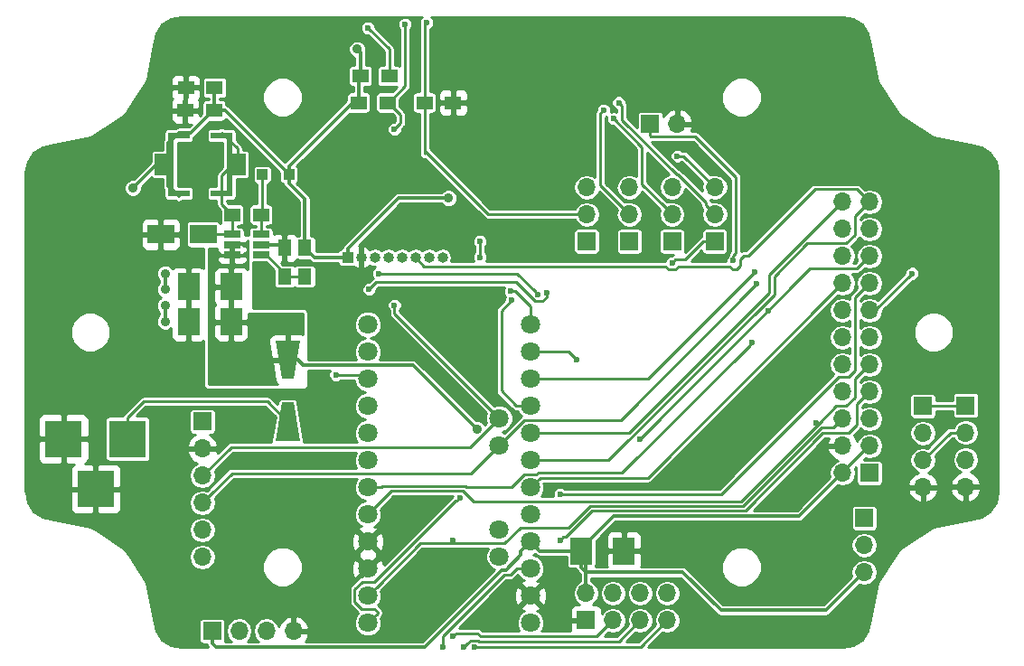
<source format=gbl>
G04 #@! TF.FileFunction,Copper,L2,Bot,Signal*
%FSLAX46Y46*%
G04 Gerber Fmt 4.6, Leading zero omitted, Abs format (unit mm)*
G04 Created by KiCad (PCBNEW 4.0.5) date 2017 June 13, Tuesday 16:43:51*
%MOMM*%
%LPD*%
G01*
G04 APERTURE LIST*
%ADD10C,0.100000*%
%ADD11C,1.800000*%
%ADD12R,1.700000X1.700000*%
%ADD13O,1.700000X1.700000*%
%ADD14R,2.000000X2.500000*%
%ADD15R,1.500000X1.300000*%
%ADD16R,3.500000X3.500000*%
%ADD17R,2.500000X1.800000*%
%ADD18R,1.000000X1.000000*%
%ADD19R,0.575000X6.000000*%
%ADD20R,2.000000X0.575000*%
%ADD21R,1.500000X2.000000*%
%ADD22R,1.300000X1.500000*%
%ADD23R,1.560000X0.650000*%
%ADD24O,1.000000X1.000000*%
%ADD25C,0.914400*%
%ADD26C,0.600000*%
%ADD27C,0.304800*%
%ADD28C,0.250000*%
%ADD29C,0.254000*%
G04 APERTURE END LIST*
D10*
D11*
X69819000Y-73477000D03*
X69819000Y-76017000D03*
X69819000Y-65603000D03*
X69819000Y-63063000D03*
X72740000Y-82240000D03*
X72740000Y-79700000D03*
X72740000Y-74620000D03*
X72740000Y-77160000D03*
X72740000Y-67000000D03*
X72740000Y-64460000D03*
X72740000Y-69540000D03*
X72740000Y-72080000D03*
X72740000Y-61920000D03*
X72740000Y-59380000D03*
X72740000Y-54300000D03*
X72740000Y-56840000D03*
X57500000Y-56840000D03*
X57500000Y-54300000D03*
X57500000Y-59380000D03*
X57500000Y-61920000D03*
X57500000Y-72080000D03*
X57500000Y-69540000D03*
X57500000Y-64460000D03*
X57500000Y-67000000D03*
X57500000Y-77160000D03*
X57500000Y-74620000D03*
X57500000Y-79700000D03*
X57500000Y-82240000D03*
D12*
X78000000Y-46500000D03*
D13*
X78000000Y-43960000D03*
X78000000Y-41420000D03*
D14*
X77500000Y-75500000D03*
X81500000Y-75500000D03*
X44700000Y-50750000D03*
X40700000Y-50750000D03*
X44700000Y-54050000D03*
X40700000Y-54050000D03*
D15*
X47500000Y-44000000D03*
X44800000Y-44000000D03*
X43150000Y-32100000D03*
X40450000Y-32100000D03*
X43100000Y-34250000D03*
X40400000Y-34250000D03*
D16*
X35000000Y-65000000D03*
X29000000Y-65000000D03*
X32000000Y-69700000D03*
D10*
G36*
X51150000Y-65200000D02*
X48850000Y-65200000D01*
X49450000Y-61600000D01*
X50550000Y-61600000D01*
X51150000Y-65200000D01*
X51150000Y-65200000D01*
G37*
G36*
X48850000Y-55800000D02*
X51150000Y-55800000D01*
X50550000Y-59400000D01*
X49450000Y-59400000D01*
X48850000Y-55800000D01*
X48850000Y-55800000D01*
G37*
D17*
X42100000Y-45850000D03*
X38100000Y-45850000D03*
D18*
X47600000Y-40250000D03*
X50100000Y-40250000D03*
D12*
X83960000Y-35500000D03*
D13*
X86500000Y-35500000D03*
D19*
X44512500Y-39300000D03*
X39087500Y-39300000D03*
D20*
X43800000Y-42012500D03*
X43800000Y-36587500D03*
X39800000Y-36587500D03*
X39800000Y-42012500D03*
D21*
X38300000Y-39300000D03*
X45300000Y-39300000D03*
D12*
X77920000Y-82000000D03*
D13*
X77920000Y-79460000D03*
X80460000Y-82000000D03*
X80460000Y-79460000D03*
X83000000Y-82000000D03*
X83000000Y-79460000D03*
X85540000Y-82000000D03*
X85540000Y-79460000D03*
D12*
X42920000Y-83000000D03*
D13*
X45460000Y-83000000D03*
X48000000Y-83000000D03*
X50540000Y-83000000D03*
D12*
X113500000Y-61880000D03*
D13*
X113500000Y-64420000D03*
X113500000Y-66960000D03*
X113500000Y-69500000D03*
D12*
X109500000Y-61920000D03*
D13*
X109500000Y-64460000D03*
X109500000Y-67000000D03*
X109500000Y-69540000D03*
D12*
X104500000Y-68200000D03*
D13*
X101960000Y-68200000D03*
X104500000Y-65660000D03*
X101960000Y-65660000D03*
X104500000Y-63120000D03*
X101960000Y-63120000D03*
X104500000Y-60580000D03*
X101960000Y-60580000D03*
X104500000Y-58040000D03*
X101960000Y-58040000D03*
X104500000Y-55500000D03*
X101960000Y-55500000D03*
X104500000Y-52960000D03*
X101960000Y-52960000D03*
X104500000Y-50420000D03*
X101960000Y-50420000D03*
X104500000Y-47880000D03*
X101960000Y-47880000D03*
X104500000Y-45340000D03*
X101960000Y-45340000D03*
X104500000Y-42800000D03*
X101960000Y-42800000D03*
D12*
X42000000Y-63380000D03*
D13*
X42000000Y-65920000D03*
X42000000Y-68460000D03*
X42000000Y-71000000D03*
X42000000Y-73540000D03*
X42000000Y-76080000D03*
D22*
X51600000Y-47100000D03*
X51600000Y-49800000D03*
X49700000Y-49800000D03*
X49700000Y-47100000D03*
D15*
X56800000Y-31000000D03*
X59500000Y-31000000D03*
X62800000Y-33500000D03*
X65500000Y-33500000D03*
X56650000Y-33500000D03*
X59350000Y-33500000D03*
D23*
X47500000Y-45850000D03*
X47500000Y-46800000D03*
X47500000Y-47750000D03*
X44800000Y-47750000D03*
X44800000Y-45850000D03*
X44800000Y-46800000D03*
D18*
X55610000Y-48000000D03*
D24*
X56880000Y-48000000D03*
X58150000Y-48000000D03*
X59420000Y-48000000D03*
X60690000Y-48000000D03*
X61960000Y-48000000D03*
X63230000Y-48000000D03*
X64500000Y-48000000D03*
D12*
X86000000Y-46500000D03*
D13*
X86000000Y-43960000D03*
X86000000Y-41420000D03*
D12*
X82000000Y-46500000D03*
D13*
X82000000Y-43960000D03*
X82000000Y-41420000D03*
D12*
X90000000Y-46500000D03*
D13*
X90000000Y-43960000D03*
X90000000Y-41420000D03*
D12*
X104000000Y-72420000D03*
D13*
X104000000Y-74960000D03*
X104000000Y-77500000D03*
D25*
X38500000Y-49500000D03*
X38500000Y-51000000D03*
X38500000Y-52500000D03*
X38500000Y-54000000D03*
X65055369Y-42444630D03*
X35500000Y-41500000D03*
X56500000Y-28500000D03*
X79500000Y-75500000D03*
X89500000Y-82500000D03*
X89500000Y-68500000D03*
X89500000Y-73500000D03*
X50000000Y-45500000D03*
X67706675Y-64064586D03*
D26*
X93942811Y-50500000D03*
X91749988Y-48307177D03*
X57500000Y-26500000D03*
X70893653Y-51151598D03*
X86500000Y-38500000D03*
X81000000Y-33500000D03*
X93500000Y-56000000D03*
X86000000Y-48500000D03*
X93750000Y-49366102D03*
X67500000Y-84500000D03*
X63000000Y-26000000D03*
X99500000Y-63500000D03*
X71000000Y-52000000D03*
X66500000Y-84500000D03*
X79592285Y-34205328D03*
X73433936Y-51449962D03*
X58500000Y-49500000D03*
X77065357Y-57585666D03*
X95000000Y-53000000D03*
X83000000Y-65000000D03*
X80500000Y-35000000D03*
X74237044Y-51283264D03*
X57623535Y-50992567D03*
X65500000Y-83500000D03*
X64500000Y-84500000D03*
X75500000Y-74500000D03*
X54500000Y-59000000D03*
X60000000Y-36000000D03*
X60000000Y-52500000D03*
X108500000Y-49500000D03*
X61000000Y-26155610D03*
X66125010Y-70500000D03*
X65500000Y-74500000D03*
X68000000Y-48000000D03*
X68000000Y-46500000D03*
X75500000Y-70165010D03*
D27*
X38500000Y-51000000D02*
X38500000Y-49500000D01*
X38500000Y-54000000D02*
X38500000Y-52500000D01*
X64408791Y-42444630D02*
X65055369Y-42444630D01*
X55610000Y-48000000D02*
X55610000Y-47195200D01*
X55610000Y-47195200D02*
X60360570Y-42444630D01*
X60360570Y-42444630D02*
X64408791Y-42444630D01*
X39800000Y-42300000D02*
X38800000Y-41300000D01*
X38800000Y-41300000D02*
X38800000Y-39300000D01*
X39800000Y-36300000D02*
X38800000Y-37300000D01*
X38800000Y-37300000D02*
X38800000Y-38800000D01*
X38800000Y-38800000D02*
X38800000Y-39300000D01*
X71840001Y-75519999D02*
X72740000Y-74620000D01*
X71840001Y-75854289D02*
X71840001Y-75519999D01*
X70421689Y-77272601D02*
X71840001Y-75854289D01*
X70047713Y-77272601D02*
X70421689Y-77272601D01*
X62820314Y-84500000D02*
X70047713Y-77272601D01*
X43265200Y-84500000D02*
X62820314Y-84500000D01*
X42920000Y-84154800D02*
X43265200Y-84500000D01*
X42920000Y-83000000D02*
X42920000Y-84154800D01*
X97924368Y-72235632D02*
X80514368Y-72235632D01*
X101960000Y-68200000D02*
X97924368Y-72235632D01*
X77500000Y-75250000D02*
X77500000Y-75500000D01*
X80514368Y-72235632D02*
X77500000Y-75250000D01*
X56650000Y-33500000D02*
X56045200Y-33500000D01*
X56045200Y-33500000D02*
X50100000Y-39445200D01*
X50100000Y-39445200D02*
X50100000Y-40250000D01*
X56650000Y-33500000D02*
X56650000Y-31150000D01*
X56650000Y-31150000D02*
X56800000Y-31000000D01*
X35500000Y-41500000D02*
X37700000Y-39300000D01*
X37700000Y-39300000D02*
X38300000Y-39300000D01*
X55610000Y-48000000D02*
X52500000Y-48000000D01*
X52500000Y-48000000D02*
X51600000Y-47100000D01*
X90580000Y-81080000D02*
X100420000Y-81080000D01*
X100420000Y-81080000D02*
X104000000Y-77500000D01*
X87000000Y-77500000D02*
X90580000Y-81080000D01*
X77945200Y-77500000D02*
X87000000Y-77500000D01*
X77500000Y-75500000D02*
X77500000Y-77054800D01*
X77500000Y-77054800D02*
X77945200Y-77500000D01*
X104500000Y-65660000D02*
X103650001Y-66509999D01*
X103650001Y-66509999D02*
X101960000Y-68200000D01*
X77500000Y-75500000D02*
X73620000Y-75500000D01*
X73620000Y-75500000D02*
X72740000Y-74620000D01*
X77920000Y-79460000D02*
X77920000Y-75920000D01*
X77920000Y-75920000D02*
X77500000Y-75500000D01*
X56800000Y-31000000D02*
X56800000Y-28800000D01*
X56800000Y-28800000D02*
X56500000Y-28500000D01*
X50100000Y-40250000D02*
X50100000Y-41054800D01*
X50100000Y-41054800D02*
X51600000Y-42554800D01*
X51600000Y-42554800D02*
X51600000Y-47100000D01*
X43100000Y-34250000D02*
X44154800Y-34250000D01*
X44154800Y-34250000D02*
X50100000Y-40195200D01*
X50100000Y-40195200D02*
X50100000Y-40250000D01*
X43100000Y-34250000D02*
X43100000Y-32150000D01*
X43100000Y-32150000D02*
X43150000Y-32100000D01*
X39800000Y-36300000D02*
X40950000Y-36300000D01*
X40950000Y-36300000D02*
X43000000Y-34250000D01*
X43000000Y-34250000D02*
X43100000Y-34250000D01*
X79500000Y-75500000D02*
X81500000Y-75500000D01*
X89500000Y-75500000D02*
X89500000Y-73500000D01*
X81500000Y-75500000D02*
X89500000Y-75500000D01*
X77920000Y-82000000D02*
X75040000Y-82000000D01*
X75040000Y-82000000D02*
X72740000Y-79700000D01*
X49700000Y-47100000D02*
X49700000Y-45800000D01*
X49700000Y-45800000D02*
X50000000Y-45500000D01*
X47500000Y-46800000D02*
X49400000Y-46800000D01*
X49400000Y-46800000D02*
X49700000Y-47100000D01*
X67249476Y-63607387D02*
X67706675Y-64064586D01*
X50000000Y-57600000D02*
X50950000Y-57600000D01*
X50950000Y-57600000D02*
X51445601Y-58095601D01*
X61737690Y-58095601D02*
X67249476Y-63607387D01*
X51445601Y-58095601D02*
X61737690Y-58095601D01*
X44700000Y-50750000D02*
X44700000Y-54050000D01*
X44800000Y-47750000D02*
X44800000Y-50650000D01*
X44800000Y-50650000D02*
X44700000Y-50750000D01*
X44800000Y-46800000D02*
X44800000Y-47750000D01*
D28*
X47500000Y-45850000D02*
X47500000Y-44000000D01*
X47600000Y-40250000D02*
X47600000Y-43900000D01*
X47600000Y-43900000D02*
X47500000Y-44000000D01*
X43800000Y-36300000D02*
X45300000Y-37800000D01*
X45300000Y-37800000D02*
X45300000Y-39300000D01*
X43800000Y-42300000D02*
X43800000Y-40300000D01*
X43800000Y-40300000D02*
X44800000Y-39300000D01*
X44800000Y-44000000D02*
X44800000Y-45850000D01*
X43800000Y-42300000D02*
X43800000Y-43000000D01*
X43800000Y-43000000D02*
X44800000Y-44000000D01*
X42100000Y-45850000D02*
X44800000Y-45850000D01*
X36500000Y-61500000D02*
X48100000Y-61500000D01*
X48100000Y-61500000D02*
X50000000Y-63400000D01*
X35000000Y-65000000D02*
X35000000Y-63000000D01*
X35000000Y-63000000D02*
X36500000Y-61500000D01*
X113500000Y-61880000D02*
X109540000Y-61880000D01*
X109540000Y-61880000D02*
X109500000Y-61920000D01*
X69819000Y-65603000D02*
X72187001Y-63234999D01*
X72187001Y-63234999D02*
X81207812Y-63234999D01*
X81207812Y-63234999D02*
X93942811Y-50500000D01*
X92000000Y-40500000D02*
X92000000Y-47632901D01*
X91749988Y-47882913D02*
X91749988Y-48307177D01*
X83960000Y-35500000D02*
X83960000Y-36600000D01*
X88178201Y-36678201D02*
X92000000Y-40500000D01*
X92000000Y-47632901D02*
X91749988Y-47882913D01*
X83960000Y-36600000D02*
X84038201Y-36678201D01*
X84038201Y-36678201D02*
X88178201Y-36678201D01*
X69819000Y-65603000D02*
X67196999Y-68225001D01*
X67196999Y-68225001D02*
X44774999Y-68225001D01*
X44774999Y-68225001D02*
X42849999Y-70150001D01*
X42849999Y-70150001D02*
X42000000Y-71000000D01*
X57500000Y-26500000D02*
X59500000Y-28500000D01*
X59500000Y-28500000D02*
X59500000Y-31000000D01*
X72740000Y-52573681D02*
X71317917Y-51151598D01*
X71317917Y-51151598D02*
X70893653Y-51151598D01*
X72740000Y-54300000D02*
X72740000Y-52573681D01*
X90000000Y-41420000D02*
X87080000Y-38500000D01*
X87080000Y-38500000D02*
X86500000Y-38500000D01*
X86564001Y-40244999D02*
X89150001Y-42830999D01*
X86419997Y-40244999D02*
X86564001Y-40244999D01*
X89150001Y-43110001D02*
X90000000Y-43960000D01*
X81299999Y-33799999D02*
X81299999Y-35125001D01*
X81000000Y-33500000D02*
X81299999Y-33799999D01*
X81299999Y-35125001D02*
X86419997Y-40244999D01*
X89150001Y-42830999D02*
X89150001Y-43110001D01*
X93200001Y-56299999D02*
X93500000Y-56000000D01*
X81310009Y-68189991D02*
X93200001Y-56299999D01*
X73328591Y-68314999D02*
X73453599Y-68189991D01*
X72151999Y-68314999D02*
X73328591Y-68314999D01*
X70926998Y-69540000D02*
X72151999Y-68314999D01*
X58887805Y-69424987D02*
X66611412Y-69424987D01*
X66726425Y-69540000D02*
X70926998Y-69540000D01*
X57500000Y-69540000D02*
X58772792Y-69540000D01*
X58772792Y-69540000D02*
X58887805Y-69424987D01*
X66611412Y-69424987D02*
X66726425Y-69540000D01*
X73453599Y-68189991D02*
X81310009Y-68189991D01*
X86000000Y-48500000D02*
X86299999Y-48200001D01*
X86299999Y-48200001D02*
X87199999Y-48200001D01*
X87199999Y-48200001D02*
X88900000Y-46500000D01*
X88900000Y-46500000D02*
X90000000Y-46500000D01*
X93450001Y-49666101D02*
X93750000Y-49366102D01*
X83736102Y-59380000D02*
X93450001Y-49666101D01*
X72740000Y-59380000D02*
X83736102Y-59380000D01*
X85540000Y-82000000D02*
X83040000Y-84500000D01*
X83040000Y-84500000D02*
X67500000Y-84500000D01*
X78000000Y-43960000D02*
X68760000Y-43960000D01*
X68760000Y-43960000D02*
X66910001Y-42110001D01*
X62800000Y-33500000D02*
X62800000Y-38000000D01*
X62800000Y-38000000D02*
X62800000Y-38300000D01*
X66910001Y-42110001D02*
X62800000Y-38000000D01*
X62800000Y-26200000D02*
X63000000Y-26000000D01*
X62800000Y-33500000D02*
X62800000Y-26200000D01*
X59705002Y-69874998D02*
X66425012Y-69874998D01*
X67405013Y-70854999D02*
X92485999Y-70854999D01*
X66425012Y-69874998D02*
X67405013Y-70854999D01*
X57500000Y-72080000D02*
X59705002Y-69874998D01*
X92485999Y-70854999D02*
X99840998Y-63500000D01*
X99840998Y-63500000D02*
X101395999Y-61944999D01*
X99500000Y-63500000D02*
X99840998Y-63500000D01*
X101395999Y-61944999D02*
X102334003Y-61944999D01*
X103135001Y-61144001D02*
X103135001Y-59404999D01*
X103135001Y-59404999D02*
X103650001Y-58889999D01*
X103650001Y-58889999D02*
X104500000Y-58040000D01*
X102334003Y-61944999D02*
X103135001Y-61144001D01*
X71000000Y-52000000D02*
X70000000Y-53000000D01*
X70000000Y-53000000D02*
X70000000Y-60500000D01*
X70000000Y-60500000D02*
X71420000Y-61920000D01*
X71420000Y-61920000D02*
X72740000Y-61920000D01*
X66799999Y-84200001D02*
X66500000Y-84500000D01*
X67125002Y-83874998D02*
X66799999Y-84200001D01*
X67925004Y-84000000D02*
X67800002Y-83874998D01*
X81000000Y-84000000D02*
X67925004Y-84000000D01*
X83000000Y-82000000D02*
X81000000Y-84000000D01*
X67800002Y-83874998D02*
X67125002Y-83874998D01*
X82000000Y-43960000D02*
X79292286Y-41252286D01*
X79292286Y-34505327D02*
X79592285Y-34205328D01*
X79292286Y-41252286D02*
X79292286Y-34505327D01*
X73133937Y-51149963D02*
X73433936Y-51449962D01*
X58500000Y-49500000D02*
X71483974Y-49500000D01*
X71483974Y-49500000D02*
X73133937Y-51149963D01*
X76319691Y-56840000D02*
X76765358Y-57285667D01*
X76765358Y-57285667D02*
X77065357Y-57585666D01*
X72740000Y-56840000D02*
X76319691Y-56840000D01*
X103324999Y-49055001D02*
X98944999Y-49055001D01*
X104500000Y-47880000D02*
X103324999Y-49055001D01*
X98944999Y-49055001D02*
X83000000Y-65000000D01*
X80500000Y-35000000D02*
X83175001Y-37675001D01*
X83175001Y-37675001D02*
X83175001Y-41135001D01*
X83175001Y-41135001D02*
X85150001Y-43110001D01*
X85150001Y-43110001D02*
X86000000Y-43960000D01*
X58291139Y-50324963D02*
X71383935Y-50324963D01*
X73869608Y-52074964D02*
X74237044Y-51707528D01*
X57623535Y-50992567D02*
X58291139Y-50324963D01*
X74237044Y-51707528D02*
X74237044Y-51283264D01*
X73133934Y-52074964D02*
X73869608Y-52074964D01*
X71383935Y-50324963D02*
X73133934Y-52074964D01*
X65799999Y-83200001D02*
X65500000Y-83500000D01*
X78960000Y-83500000D02*
X68061415Y-83500000D01*
X67761416Y-83200001D02*
X65799999Y-83200001D01*
X80460000Y-82000000D02*
X78960000Y-83500000D01*
X68061415Y-83500000D02*
X67761416Y-83200001D01*
X64500000Y-83500000D02*
X70246788Y-77753212D01*
X70246788Y-77753212D02*
X70873996Y-77753212D01*
X70873996Y-77753212D02*
X71467208Y-77160000D01*
X71467208Y-77160000D02*
X72740000Y-77160000D01*
X64500000Y-84500000D02*
X64500000Y-83500000D01*
X76072820Y-74200001D02*
X75799999Y-74200001D01*
X75799999Y-74200001D02*
X75500000Y-74500000D01*
X103324999Y-61755001D02*
X103324999Y-63675001D01*
X103324999Y-63675001D02*
X102518201Y-64481799D01*
X102518201Y-64481799D02*
X100132020Y-64481799D01*
X92858799Y-71755021D02*
X78517800Y-71755021D01*
X100132020Y-64481799D02*
X92858799Y-71755021D01*
X78517800Y-71755021D02*
X76072820Y-74200001D01*
X104500000Y-60580000D02*
X103324999Y-61755001D01*
X54500000Y-59000000D02*
X57120000Y-59000000D01*
X57120000Y-59000000D02*
X57500000Y-59380000D01*
X92374998Y-48800002D02*
X92374998Y-48199998D01*
X85399999Y-48825001D02*
X85699999Y-49125001D01*
X103650001Y-41950001D02*
X104500000Y-42800000D01*
X93125002Y-47874998D02*
X99375001Y-41624999D01*
X99375001Y-41624999D02*
X103324999Y-41624999D01*
X103324999Y-41624999D02*
X103650001Y-41950001D01*
X91699999Y-49125001D02*
X92049999Y-49125001D01*
X86600001Y-48825001D02*
X91399999Y-48825001D01*
X85699999Y-49125001D02*
X86300001Y-49125001D01*
X62785001Y-48825001D02*
X85399999Y-48825001D01*
X61960000Y-48000000D02*
X62785001Y-48825001D01*
X91399999Y-48825001D02*
X91699999Y-49125001D01*
X92049999Y-49125001D02*
X92374998Y-48800002D01*
X92699998Y-47874998D02*
X93125002Y-47874998D01*
X92374998Y-48199998D02*
X92699998Y-47874998D01*
X86300001Y-49125001D02*
X86600001Y-48825001D01*
X95575012Y-51486401D02*
X95575012Y-49821398D01*
X103135001Y-44164999D02*
X103650001Y-43649999D01*
X103135001Y-45904001D02*
X103135001Y-44164999D01*
X72740000Y-67000000D02*
X80061413Y-67000000D01*
X95575012Y-49821398D02*
X98691411Y-46704999D01*
X80061413Y-67000000D02*
X95575012Y-51486401D01*
X103650001Y-43649999D02*
X104500000Y-42800000D01*
X98691411Y-46704999D02*
X102334003Y-46704999D01*
X102334003Y-46704999D02*
X103135001Y-45904001D01*
X60000000Y-36000000D02*
X60575001Y-35424999D01*
X60575001Y-35424999D02*
X60575001Y-34625001D01*
X60575001Y-34625001D02*
X59450000Y-33500000D01*
X59450000Y-33500000D02*
X59350000Y-33500000D01*
X69819000Y-63063000D02*
X60000000Y-53244000D01*
X60000000Y-53244000D02*
X60000000Y-52500000D01*
X44685001Y-65774999D02*
X67107001Y-65774999D01*
X68919001Y-63962999D02*
X69819000Y-63063000D01*
X67107001Y-65774999D02*
X68919001Y-63962999D01*
X42000000Y-68460000D02*
X44685001Y-65774999D01*
X108500000Y-49500000D02*
X105040000Y-52960000D01*
X105040000Y-52960000D02*
X104500000Y-52960000D01*
X113500000Y-64420000D02*
X112080000Y-64420000D01*
X112080000Y-64420000D02*
X109500000Y-67000000D01*
X59450000Y-33500000D02*
X61000000Y-31950000D01*
X61000000Y-31950000D02*
X61000000Y-26579874D01*
X61000000Y-26579874D02*
X61000000Y-26155610D01*
X58088001Y-80925001D02*
X56911999Y-80925001D01*
X56911999Y-80925001D02*
X56274999Y-80288001D01*
X56274999Y-80288001D02*
X56274999Y-79111999D01*
X57500000Y-82240000D02*
X58399999Y-81340001D01*
X65825011Y-70799999D02*
X66125010Y-70500000D01*
X65700001Y-70799999D02*
X65825011Y-70799999D01*
X56998797Y-78388201D02*
X58111799Y-78388201D01*
X58399999Y-81236999D02*
X58088001Y-80925001D01*
X58399999Y-81340001D02*
X58399999Y-81236999D01*
X56274999Y-79111999D02*
X56998797Y-78388201D01*
X58111799Y-78388201D02*
X65700001Y-70799999D01*
X70317003Y-74791999D02*
X65500000Y-74791999D01*
X65500000Y-74791999D02*
X62408001Y-74791999D01*
X65500000Y-74500000D02*
X65500000Y-74791999D01*
X68000000Y-46500000D02*
X68000000Y-48000000D01*
X101110001Y-63969999D02*
X100007410Y-63969999D01*
X76331409Y-73305001D02*
X71804001Y-73305001D01*
X78331400Y-71305010D02*
X76331409Y-73305001D01*
X62408001Y-74791999D02*
X58399999Y-78800001D01*
X71804001Y-73305001D02*
X70317003Y-74791999D01*
X100007410Y-63969999D02*
X92672399Y-71305010D01*
X101960000Y-63120000D02*
X101110001Y-63969999D01*
X92672399Y-71305010D02*
X78331400Y-71305010D01*
X58399999Y-78800001D02*
X57500000Y-79700000D01*
X102524001Y-59215001D02*
X101585997Y-59215001D01*
X101585997Y-59215001D02*
X90635988Y-70165010D01*
X103135001Y-58604001D02*
X102524001Y-59215001D01*
X103135001Y-51784999D02*
X103135001Y-58604001D01*
X104500000Y-50420000D02*
X103135001Y-51784999D01*
X90635988Y-70165010D02*
X75924264Y-70165010D01*
X75924264Y-70165010D02*
X75500000Y-70165010D01*
X72740000Y-69540000D02*
X73639999Y-68640001D01*
X73639999Y-68640001D02*
X83739999Y-68640001D01*
X83739999Y-68640001D02*
X101110001Y-51269999D01*
X101110001Y-51269999D02*
X101960000Y-50420000D01*
X81965002Y-64460000D02*
X95125001Y-51300001D01*
X72740000Y-64460000D02*
X81965002Y-64460000D01*
X95125001Y-51300001D02*
X95125001Y-49634999D01*
X101110001Y-43649999D02*
X101960000Y-42800000D01*
X95125001Y-49634999D02*
X101110001Y-43649999D01*
X49700000Y-49800000D02*
X49700000Y-49495000D01*
X49700000Y-49495000D02*
X47955000Y-47750000D01*
X47955000Y-47750000D02*
X47500000Y-47750000D01*
X51600000Y-49800000D02*
X49700000Y-49800000D01*
D29*
G36*
X41842930Y-44561536D02*
X40850000Y-44561536D01*
X40708810Y-44588103D01*
X40579135Y-44671546D01*
X40492141Y-44798866D01*
X40461536Y-44950000D01*
X40461536Y-46750000D01*
X40488103Y-46891190D01*
X40571546Y-47020865D01*
X40698866Y-47107859D01*
X40850000Y-47138464D01*
X41899359Y-47138464D01*
X41938181Y-48911339D01*
X41826309Y-48865000D01*
X40985750Y-48865000D01*
X40827000Y-49023750D01*
X40827000Y-50623000D01*
X40847000Y-50623000D01*
X40847000Y-50877000D01*
X40827000Y-50877000D01*
X40827000Y-53923000D01*
X40847000Y-53923000D01*
X40847000Y-54177000D01*
X40827000Y-54177000D01*
X40827000Y-55776250D01*
X40985750Y-55935000D01*
X41826309Y-55935000D01*
X42059698Y-55838327D01*
X42089220Y-55808805D01*
X42119000Y-57168748D01*
X42119000Y-57223000D01*
X38127000Y-57223000D01*
X38127000Y-54752706D01*
X38332540Y-54838054D01*
X38665997Y-54838345D01*
X38974182Y-54711005D01*
X39065000Y-54620346D01*
X39065000Y-55426310D01*
X39161673Y-55659699D01*
X39340302Y-55838327D01*
X39573691Y-55935000D01*
X40414250Y-55935000D01*
X40573000Y-55776250D01*
X40573000Y-54177000D01*
X40553000Y-54177000D01*
X40553000Y-53923000D01*
X40573000Y-53923000D01*
X40573000Y-50877000D01*
X40553000Y-50877000D01*
X40553000Y-50623000D01*
X40573000Y-50623000D01*
X40573000Y-49023750D01*
X40414250Y-48865000D01*
X39573691Y-48865000D01*
X39340302Y-48961673D01*
X39230054Y-49071920D01*
X39211005Y-49025818D01*
X38975422Y-48789823D01*
X38667460Y-48661946D01*
X38334003Y-48661655D01*
X38127000Y-48747187D01*
X38127000Y-47385000D01*
X38227002Y-47385000D01*
X38227002Y-47226252D01*
X38385750Y-47385000D01*
X39476309Y-47385000D01*
X39709698Y-47288327D01*
X39888327Y-47109699D01*
X39985000Y-46876310D01*
X39985000Y-46135750D01*
X39826250Y-45977000D01*
X38227000Y-45977000D01*
X38227000Y-45997000D01*
X38127000Y-45997000D01*
X38127000Y-45703000D01*
X38227000Y-45703000D01*
X38227000Y-45723000D01*
X39826250Y-45723000D01*
X39985000Y-45564250D01*
X39985000Y-44823690D01*
X39888327Y-44590301D01*
X39709698Y-44411673D01*
X39476309Y-44315000D01*
X38385750Y-44315000D01*
X38227002Y-44473748D01*
X38227002Y-44315000D01*
X38127000Y-44315000D01*
X38127000Y-40688464D01*
X38266600Y-40688464D01*
X38266600Y-41300000D01*
X38307203Y-41504123D01*
X38411536Y-41660270D01*
X38411536Y-42300000D01*
X38438103Y-42441190D01*
X38521546Y-42570865D01*
X38648866Y-42657859D01*
X38800000Y-42688464D01*
X39439731Y-42688464D01*
X39595877Y-42792797D01*
X39800000Y-42833401D01*
X40004124Y-42792797D01*
X40160270Y-42688464D01*
X40800000Y-42688464D01*
X40941190Y-42661897D01*
X41070865Y-42578454D01*
X41157859Y-42451134D01*
X41188464Y-42300000D01*
X41188464Y-41725000D01*
X41161897Y-41583810D01*
X41078454Y-41454135D01*
X40951134Y-41367141D01*
X40800000Y-41336536D01*
X39763464Y-41336536D01*
X39763464Y-37263464D01*
X40800000Y-37263464D01*
X40941190Y-37236897D01*
X41070865Y-37153454D01*
X41157859Y-37026134D01*
X41188464Y-36875000D01*
X41188464Y-36769851D01*
X41327171Y-36677171D01*
X41662927Y-36341415D01*
X41842930Y-44561536D01*
X41842930Y-44561536D01*
G37*
X41842930Y-44561536D02*
X40850000Y-44561536D01*
X40708810Y-44588103D01*
X40579135Y-44671546D01*
X40492141Y-44798866D01*
X40461536Y-44950000D01*
X40461536Y-46750000D01*
X40488103Y-46891190D01*
X40571546Y-47020865D01*
X40698866Y-47107859D01*
X40850000Y-47138464D01*
X41899359Y-47138464D01*
X41938181Y-48911339D01*
X41826309Y-48865000D01*
X40985750Y-48865000D01*
X40827000Y-49023750D01*
X40827000Y-50623000D01*
X40847000Y-50623000D01*
X40847000Y-50877000D01*
X40827000Y-50877000D01*
X40827000Y-53923000D01*
X40847000Y-53923000D01*
X40847000Y-54177000D01*
X40827000Y-54177000D01*
X40827000Y-55776250D01*
X40985750Y-55935000D01*
X41826309Y-55935000D01*
X42059698Y-55838327D01*
X42089220Y-55808805D01*
X42119000Y-57168748D01*
X42119000Y-57223000D01*
X38127000Y-57223000D01*
X38127000Y-54752706D01*
X38332540Y-54838054D01*
X38665997Y-54838345D01*
X38974182Y-54711005D01*
X39065000Y-54620346D01*
X39065000Y-55426310D01*
X39161673Y-55659699D01*
X39340302Y-55838327D01*
X39573691Y-55935000D01*
X40414250Y-55935000D01*
X40573000Y-55776250D01*
X40573000Y-54177000D01*
X40553000Y-54177000D01*
X40553000Y-53923000D01*
X40573000Y-53923000D01*
X40573000Y-50877000D01*
X40553000Y-50877000D01*
X40553000Y-50623000D01*
X40573000Y-50623000D01*
X40573000Y-49023750D01*
X40414250Y-48865000D01*
X39573691Y-48865000D01*
X39340302Y-48961673D01*
X39230054Y-49071920D01*
X39211005Y-49025818D01*
X38975422Y-48789823D01*
X38667460Y-48661946D01*
X38334003Y-48661655D01*
X38127000Y-48747187D01*
X38127000Y-47385000D01*
X38227002Y-47385000D01*
X38227002Y-47226252D01*
X38385750Y-47385000D01*
X39476309Y-47385000D01*
X39709698Y-47288327D01*
X39888327Y-47109699D01*
X39985000Y-46876310D01*
X39985000Y-46135750D01*
X39826250Y-45977000D01*
X38227000Y-45977000D01*
X38227000Y-45997000D01*
X38127000Y-45997000D01*
X38127000Y-45703000D01*
X38227000Y-45703000D01*
X38227000Y-45723000D01*
X39826250Y-45723000D01*
X39985000Y-45564250D01*
X39985000Y-44823690D01*
X39888327Y-44590301D01*
X39709698Y-44411673D01*
X39476309Y-44315000D01*
X38385750Y-44315000D01*
X38227002Y-44473748D01*
X38227002Y-44315000D01*
X38127000Y-44315000D01*
X38127000Y-40688464D01*
X38266600Y-40688464D01*
X38266600Y-41300000D01*
X38307203Y-41504123D01*
X38411536Y-41660270D01*
X38411536Y-42300000D01*
X38438103Y-42441190D01*
X38521546Y-42570865D01*
X38648866Y-42657859D01*
X38800000Y-42688464D01*
X39439731Y-42688464D01*
X39595877Y-42792797D01*
X39800000Y-42833401D01*
X40004124Y-42792797D01*
X40160270Y-42688464D01*
X40800000Y-42688464D01*
X40941190Y-42661897D01*
X41070865Y-42578454D01*
X41157859Y-42451134D01*
X41188464Y-42300000D01*
X41188464Y-41725000D01*
X41161897Y-41583810D01*
X41078454Y-41454135D01*
X40951134Y-41367141D01*
X40800000Y-41336536D01*
X39763464Y-41336536D01*
X39763464Y-37263464D01*
X40800000Y-37263464D01*
X40941190Y-37236897D01*
X41070865Y-37153454D01*
X41157859Y-37026134D01*
X41188464Y-36875000D01*
X41188464Y-36769851D01*
X41327171Y-36677171D01*
X41662927Y-36341415D01*
X41842930Y-44561536D01*
G36*
X41525713Y-30075309D02*
X41543884Y-30905123D01*
X41326309Y-30815000D01*
X40735750Y-30815000D01*
X40577000Y-30973750D01*
X40577000Y-31973000D01*
X40597000Y-31973000D01*
X40597000Y-32227000D01*
X40577000Y-32227000D01*
X40577000Y-33073750D01*
X40527000Y-33123750D01*
X40527000Y-34123000D01*
X40547000Y-34123000D01*
X40547000Y-34377000D01*
X40527000Y-34377000D01*
X40527000Y-35376250D01*
X40685750Y-35535000D01*
X40960658Y-35535000D01*
X40729058Y-35766600D01*
X39800005Y-35766600D01*
X39800000Y-35766599D01*
X39595877Y-35807203D01*
X39439730Y-35911536D01*
X38800000Y-35911536D01*
X38658810Y-35938103D01*
X38529135Y-36021546D01*
X38442141Y-36148866D01*
X38411536Y-36300000D01*
X38411536Y-36939730D01*
X38307203Y-37095877D01*
X38266600Y-37300000D01*
X38266600Y-37911536D01*
X38127000Y-37911536D01*
X38127000Y-34535750D01*
X39015000Y-34535750D01*
X39015000Y-35026310D01*
X39111673Y-35259699D01*
X39290302Y-35438327D01*
X39523691Y-35535000D01*
X40114250Y-35535000D01*
X40273000Y-35376250D01*
X40273000Y-34377000D01*
X39173750Y-34377000D01*
X39015000Y-34535750D01*
X38127000Y-34535750D01*
X38127000Y-33473690D01*
X39015000Y-33473690D01*
X39015000Y-33964250D01*
X39173750Y-34123000D01*
X40273000Y-34123000D01*
X40273000Y-33276250D01*
X40323000Y-33226250D01*
X40323000Y-32227000D01*
X39223750Y-32227000D01*
X39065000Y-32385750D01*
X39065000Y-32876310D01*
X39161673Y-33109699D01*
X39201974Y-33150000D01*
X39111673Y-33240301D01*
X39015000Y-33473690D01*
X38127000Y-33473690D01*
X38127000Y-31323690D01*
X39065000Y-31323690D01*
X39065000Y-31814250D01*
X39223750Y-31973000D01*
X40323000Y-31973000D01*
X40323000Y-30973750D01*
X40164250Y-30815000D01*
X39573691Y-30815000D01*
X39340302Y-30911673D01*
X39161673Y-31090301D01*
X39065000Y-31323690D01*
X38127000Y-31323690D01*
X38127000Y-30028752D01*
X41525713Y-30075309D01*
X41525713Y-30075309D01*
G37*
X41525713Y-30075309D02*
X41543884Y-30905123D01*
X41326309Y-30815000D01*
X40735750Y-30815000D01*
X40577000Y-30973750D01*
X40577000Y-31973000D01*
X40597000Y-31973000D01*
X40597000Y-32227000D01*
X40577000Y-32227000D01*
X40577000Y-33073750D01*
X40527000Y-33123750D01*
X40527000Y-34123000D01*
X40547000Y-34123000D01*
X40547000Y-34377000D01*
X40527000Y-34377000D01*
X40527000Y-35376250D01*
X40685750Y-35535000D01*
X40960658Y-35535000D01*
X40729058Y-35766600D01*
X39800005Y-35766600D01*
X39800000Y-35766599D01*
X39595877Y-35807203D01*
X39439730Y-35911536D01*
X38800000Y-35911536D01*
X38658810Y-35938103D01*
X38529135Y-36021546D01*
X38442141Y-36148866D01*
X38411536Y-36300000D01*
X38411536Y-36939730D01*
X38307203Y-37095877D01*
X38266600Y-37300000D01*
X38266600Y-37911536D01*
X38127000Y-37911536D01*
X38127000Y-34535750D01*
X39015000Y-34535750D01*
X39015000Y-35026310D01*
X39111673Y-35259699D01*
X39290302Y-35438327D01*
X39523691Y-35535000D01*
X40114250Y-35535000D01*
X40273000Y-35376250D01*
X40273000Y-34377000D01*
X39173750Y-34377000D01*
X39015000Y-34535750D01*
X38127000Y-34535750D01*
X38127000Y-33473690D01*
X39015000Y-33473690D01*
X39015000Y-33964250D01*
X39173750Y-34123000D01*
X40273000Y-34123000D01*
X40273000Y-33276250D01*
X40323000Y-33226250D01*
X40323000Y-32227000D01*
X39223750Y-32227000D01*
X39065000Y-32385750D01*
X39065000Y-32876310D01*
X39161673Y-33109699D01*
X39201974Y-33150000D01*
X39111673Y-33240301D01*
X39015000Y-33473690D01*
X38127000Y-33473690D01*
X38127000Y-31323690D01*
X39065000Y-31323690D01*
X39065000Y-31814250D01*
X39223750Y-31973000D01*
X40323000Y-31973000D01*
X40323000Y-30973750D01*
X40164250Y-30815000D01*
X39573691Y-30815000D01*
X39340302Y-30911673D01*
X39161673Y-31090301D01*
X39065000Y-31323690D01*
X38127000Y-31323690D01*
X38127000Y-30028752D01*
X41525713Y-30075309D01*
G36*
X46223000Y-49124974D02*
X46059698Y-48961673D01*
X45826309Y-48865000D01*
X44985750Y-48865000D01*
X44827000Y-49023750D01*
X44827000Y-50623000D01*
X44847000Y-50623000D01*
X44847000Y-50877000D01*
X44827000Y-50877000D01*
X44827000Y-53923000D01*
X46176250Y-53923000D01*
X46335000Y-53764250D01*
X46335000Y-53274178D01*
X46350000Y-53277000D01*
X51373000Y-53277000D01*
X51373000Y-55197719D01*
X51150000Y-55152560D01*
X50127000Y-55152560D01*
X50127000Y-57473000D01*
X50147000Y-57473000D01*
X50147000Y-57727000D01*
X50127000Y-57727000D01*
X50127000Y-57747000D01*
X49873000Y-57747000D01*
X49873000Y-57727000D01*
X48514796Y-57727000D01*
X48811369Y-59506438D01*
X48846838Y-59635317D01*
X48985910Y-59851441D01*
X49017463Y-59873000D01*
X42627000Y-59873000D01*
X42627000Y-54335750D01*
X43065000Y-54335750D01*
X43065000Y-55426310D01*
X43161673Y-55659699D01*
X43340302Y-55838327D01*
X43573691Y-55935000D01*
X44414250Y-55935000D01*
X44573000Y-55776250D01*
X44573000Y-54177000D01*
X44827000Y-54177000D01*
X44827000Y-55776250D01*
X44985750Y-55935000D01*
X45826309Y-55935000D01*
X45895263Y-55906438D01*
X48211369Y-55906438D01*
X48472463Y-57473000D01*
X49873000Y-57473000D01*
X49873000Y-55152560D01*
X48850000Y-55152560D01*
X48518726Y-55243730D01*
X48328405Y-55416441D01*
X48220274Y-55649589D01*
X48211369Y-55906438D01*
X45895263Y-55906438D01*
X46059698Y-55838327D01*
X46238327Y-55659699D01*
X46335000Y-55426310D01*
X46335000Y-54335750D01*
X46176250Y-54177000D01*
X44827000Y-54177000D01*
X44573000Y-54177000D01*
X43223750Y-54177000D01*
X43065000Y-54335750D01*
X42627000Y-54335750D01*
X42627000Y-51035750D01*
X43065000Y-51035750D01*
X43065000Y-52126310D01*
X43161673Y-52359699D01*
X43201974Y-52400000D01*
X43161673Y-52440301D01*
X43065000Y-52673690D01*
X43065000Y-53764250D01*
X43223750Y-53923000D01*
X44573000Y-53923000D01*
X44573000Y-50877000D01*
X43223750Y-50877000D01*
X43065000Y-51035750D01*
X42627000Y-51035750D01*
X42627000Y-49373690D01*
X43065000Y-49373690D01*
X43065000Y-50464250D01*
X43223750Y-50623000D01*
X44573000Y-50623000D01*
X44573000Y-49023750D01*
X44414250Y-48865000D01*
X43573691Y-48865000D01*
X43340302Y-48961673D01*
X43161673Y-49140301D01*
X43065000Y-49373690D01*
X42627000Y-49373690D01*
X42627000Y-48035750D01*
X43385000Y-48035750D01*
X43385000Y-48201310D01*
X43481673Y-48434699D01*
X43660302Y-48613327D01*
X43893691Y-48710000D01*
X44514250Y-48710000D01*
X44673000Y-48551250D01*
X44673000Y-47877000D01*
X44927000Y-47877000D01*
X44927000Y-48551250D01*
X45085750Y-48710000D01*
X45706309Y-48710000D01*
X45939698Y-48613327D01*
X46118327Y-48434699D01*
X46215000Y-48201310D01*
X46215000Y-48035750D01*
X46056250Y-47877000D01*
X44927000Y-47877000D01*
X44673000Y-47877000D01*
X43543750Y-47877000D01*
X43385000Y-48035750D01*
X42627000Y-48035750D01*
X42627000Y-47138464D01*
X43350000Y-47138464D01*
X43385000Y-47131878D01*
X43385000Y-47251310D01*
X43394813Y-47275000D01*
X43385000Y-47298690D01*
X43385000Y-47464250D01*
X43543750Y-47623000D01*
X43619975Y-47623000D01*
X43660302Y-47663327D01*
X43893691Y-47760000D01*
X44514250Y-47760000D01*
X44651250Y-47623000D01*
X44673000Y-47623000D01*
X44673000Y-46927000D01*
X44927000Y-46927000D01*
X44927000Y-47623000D01*
X44948750Y-47623000D01*
X45085750Y-47760000D01*
X45706309Y-47760000D01*
X45939698Y-47663327D01*
X45980025Y-47623000D01*
X46056250Y-47623000D01*
X46215000Y-47464250D01*
X46215000Y-47298690D01*
X46205187Y-47275000D01*
X46215000Y-47251310D01*
X46215000Y-47085750D01*
X46056250Y-46927000D01*
X45980025Y-46927000D01*
X45939698Y-46886673D01*
X45706309Y-46790000D01*
X45085750Y-46790000D01*
X44948750Y-46927000D01*
X44927000Y-46927000D01*
X44673000Y-46927000D01*
X44653000Y-46927000D01*
X44653000Y-46673000D01*
X44673000Y-46673000D01*
X44673000Y-46653000D01*
X44927000Y-46653000D01*
X44927000Y-46673000D01*
X46056250Y-46673000D01*
X46215000Y-46514250D01*
X46215000Y-46427000D01*
X46223000Y-46427000D01*
X46223000Y-49124974D01*
X46223000Y-49124974D01*
G37*
X46223000Y-49124974D02*
X46059698Y-48961673D01*
X45826309Y-48865000D01*
X44985750Y-48865000D01*
X44827000Y-49023750D01*
X44827000Y-50623000D01*
X44847000Y-50623000D01*
X44847000Y-50877000D01*
X44827000Y-50877000D01*
X44827000Y-53923000D01*
X46176250Y-53923000D01*
X46335000Y-53764250D01*
X46335000Y-53274178D01*
X46350000Y-53277000D01*
X51373000Y-53277000D01*
X51373000Y-55197719D01*
X51150000Y-55152560D01*
X50127000Y-55152560D01*
X50127000Y-57473000D01*
X50147000Y-57473000D01*
X50147000Y-57727000D01*
X50127000Y-57727000D01*
X50127000Y-57747000D01*
X49873000Y-57747000D01*
X49873000Y-57727000D01*
X48514796Y-57727000D01*
X48811369Y-59506438D01*
X48846838Y-59635317D01*
X48985910Y-59851441D01*
X49017463Y-59873000D01*
X42627000Y-59873000D01*
X42627000Y-54335750D01*
X43065000Y-54335750D01*
X43065000Y-55426310D01*
X43161673Y-55659699D01*
X43340302Y-55838327D01*
X43573691Y-55935000D01*
X44414250Y-55935000D01*
X44573000Y-55776250D01*
X44573000Y-54177000D01*
X44827000Y-54177000D01*
X44827000Y-55776250D01*
X44985750Y-55935000D01*
X45826309Y-55935000D01*
X45895263Y-55906438D01*
X48211369Y-55906438D01*
X48472463Y-57473000D01*
X49873000Y-57473000D01*
X49873000Y-55152560D01*
X48850000Y-55152560D01*
X48518726Y-55243730D01*
X48328405Y-55416441D01*
X48220274Y-55649589D01*
X48211369Y-55906438D01*
X45895263Y-55906438D01*
X46059698Y-55838327D01*
X46238327Y-55659699D01*
X46335000Y-55426310D01*
X46335000Y-54335750D01*
X46176250Y-54177000D01*
X44827000Y-54177000D01*
X44573000Y-54177000D01*
X43223750Y-54177000D01*
X43065000Y-54335750D01*
X42627000Y-54335750D01*
X42627000Y-51035750D01*
X43065000Y-51035750D01*
X43065000Y-52126310D01*
X43161673Y-52359699D01*
X43201974Y-52400000D01*
X43161673Y-52440301D01*
X43065000Y-52673690D01*
X43065000Y-53764250D01*
X43223750Y-53923000D01*
X44573000Y-53923000D01*
X44573000Y-50877000D01*
X43223750Y-50877000D01*
X43065000Y-51035750D01*
X42627000Y-51035750D01*
X42627000Y-49373690D01*
X43065000Y-49373690D01*
X43065000Y-50464250D01*
X43223750Y-50623000D01*
X44573000Y-50623000D01*
X44573000Y-49023750D01*
X44414250Y-48865000D01*
X43573691Y-48865000D01*
X43340302Y-48961673D01*
X43161673Y-49140301D01*
X43065000Y-49373690D01*
X42627000Y-49373690D01*
X42627000Y-48035750D01*
X43385000Y-48035750D01*
X43385000Y-48201310D01*
X43481673Y-48434699D01*
X43660302Y-48613327D01*
X43893691Y-48710000D01*
X44514250Y-48710000D01*
X44673000Y-48551250D01*
X44673000Y-47877000D01*
X44927000Y-47877000D01*
X44927000Y-48551250D01*
X45085750Y-48710000D01*
X45706309Y-48710000D01*
X45939698Y-48613327D01*
X46118327Y-48434699D01*
X46215000Y-48201310D01*
X46215000Y-48035750D01*
X46056250Y-47877000D01*
X44927000Y-47877000D01*
X44673000Y-47877000D01*
X43543750Y-47877000D01*
X43385000Y-48035750D01*
X42627000Y-48035750D01*
X42627000Y-47138464D01*
X43350000Y-47138464D01*
X43385000Y-47131878D01*
X43385000Y-47251310D01*
X43394813Y-47275000D01*
X43385000Y-47298690D01*
X43385000Y-47464250D01*
X43543750Y-47623000D01*
X43619975Y-47623000D01*
X43660302Y-47663327D01*
X43893691Y-47760000D01*
X44514250Y-47760000D01*
X44651250Y-47623000D01*
X44673000Y-47623000D01*
X44673000Y-46927000D01*
X44927000Y-46927000D01*
X44927000Y-47623000D01*
X44948750Y-47623000D01*
X45085750Y-47760000D01*
X45706309Y-47760000D01*
X45939698Y-47663327D01*
X45980025Y-47623000D01*
X46056250Y-47623000D01*
X46215000Y-47464250D01*
X46215000Y-47298690D01*
X46205187Y-47275000D01*
X46215000Y-47251310D01*
X46215000Y-47085750D01*
X46056250Y-46927000D01*
X45980025Y-46927000D01*
X45939698Y-46886673D01*
X45706309Y-46790000D01*
X45085750Y-46790000D01*
X44948750Y-46927000D01*
X44927000Y-46927000D01*
X44673000Y-46927000D01*
X44653000Y-46927000D01*
X44653000Y-46673000D01*
X44673000Y-46673000D01*
X44673000Y-46653000D01*
X44927000Y-46653000D01*
X44927000Y-46673000D01*
X46056250Y-46673000D01*
X46215000Y-46514250D01*
X46215000Y-46427000D01*
X46223000Y-46427000D01*
X46223000Y-49124974D01*
G36*
X62423013Y-25613741D02*
X62319118Y-25863946D01*
X62318934Y-26074646D01*
X62294000Y-26200000D01*
X62294000Y-32461536D01*
X62050000Y-32461536D01*
X61908810Y-32488103D01*
X61779135Y-32571546D01*
X61692141Y-32698866D01*
X61661536Y-32850000D01*
X61661536Y-34150000D01*
X61688103Y-34291190D01*
X61771546Y-34420865D01*
X61898866Y-34507859D01*
X62050000Y-34538464D01*
X62294000Y-34538464D01*
X62294000Y-38300000D01*
X62332517Y-38493638D01*
X62442204Y-38657796D01*
X62606362Y-38767483D01*
X62800000Y-38806000D01*
X62875408Y-38791000D01*
X68402204Y-44317796D01*
X68566362Y-44427483D01*
X68760000Y-44466000D01*
X76861918Y-44466000D01*
X77105435Y-44830448D01*
X77504800Y-45097296D01*
X77975883Y-45191000D01*
X78024117Y-45191000D01*
X78495200Y-45097296D01*
X78894565Y-44830448D01*
X79161413Y-44431083D01*
X79255117Y-43960000D01*
X79161413Y-43488917D01*
X78894565Y-43089552D01*
X78495200Y-42822704D01*
X78024117Y-42729000D01*
X77975883Y-42729000D01*
X77504800Y-42822704D01*
X77105435Y-43089552D01*
X76861918Y-43454000D01*
X68969592Y-43454000D01*
X63306000Y-37790408D01*
X63306000Y-34538464D01*
X63550000Y-34538464D01*
X63691190Y-34511897D01*
X63820865Y-34428454D01*
X63907859Y-34301134D01*
X63938464Y-34150000D01*
X63938464Y-33785750D01*
X64115000Y-33785750D01*
X64115000Y-34276310D01*
X64211673Y-34509699D01*
X64390302Y-34688327D01*
X64623691Y-34785000D01*
X65214250Y-34785000D01*
X65373000Y-34626250D01*
X65373000Y-33627000D01*
X65627000Y-33627000D01*
X65627000Y-34626250D01*
X65785750Y-34785000D01*
X66376309Y-34785000D01*
X66609698Y-34688327D01*
X66788327Y-34509699D01*
X66885000Y-34276310D01*
X66885000Y-33785750D01*
X66726250Y-33627000D01*
X65627000Y-33627000D01*
X65373000Y-33627000D01*
X64273750Y-33627000D01*
X64115000Y-33785750D01*
X63938464Y-33785750D01*
X63938464Y-32850000D01*
X63914697Y-32723690D01*
X64115000Y-32723690D01*
X64115000Y-33214250D01*
X64273750Y-33373000D01*
X65373000Y-33373000D01*
X65373000Y-32373750D01*
X65627000Y-32373750D01*
X65627000Y-33373000D01*
X66726250Y-33373000D01*
X66885000Y-33214250D01*
X66885000Y-32723690D01*
X66788327Y-32490301D01*
X66609698Y-32311673D01*
X66376309Y-32215000D01*
X65785750Y-32215000D01*
X65627000Y-32373750D01*
X65373000Y-32373750D01*
X65214250Y-32215000D01*
X64623691Y-32215000D01*
X64390302Y-32311673D01*
X64211673Y-32490301D01*
X64115000Y-32723690D01*
X63914697Y-32723690D01*
X63911897Y-32708810D01*
X63828454Y-32579135D01*
X63701134Y-32492141D01*
X63550000Y-32461536D01*
X63306000Y-32461536D01*
X63306000Y-26610407D01*
X63385252Y-26577661D01*
X63576987Y-26386259D01*
X63680882Y-26136054D01*
X63681118Y-25865135D01*
X63577661Y-25614748D01*
X63419189Y-25456000D01*
X101955089Y-25456000D01*
X102970128Y-25657904D01*
X103792562Y-26207438D01*
X104342096Y-27029872D01*
X104552762Y-28088961D01*
X105237846Y-31533112D01*
X105305934Y-31697491D01*
X107256889Y-34617301D01*
X107382699Y-34743112D01*
X107382703Y-34743114D01*
X110302509Y-36694066D01*
X110466888Y-36762154D01*
X113911039Y-37447238D01*
X114970128Y-37657904D01*
X115792562Y-38207438D01*
X116342096Y-39029872D01*
X116544000Y-40044911D01*
X116544000Y-69955089D01*
X116342096Y-70970128D01*
X115792562Y-71792562D01*
X114970128Y-72342096D01*
X113911039Y-72552762D01*
X110466888Y-73237846D01*
X110302509Y-73305934D01*
X107382703Y-75256886D01*
X107382699Y-75256888D01*
X107256889Y-75382699D01*
X105305934Y-78302509D01*
X105237846Y-78466888D01*
X104552762Y-81911038D01*
X104552762Y-81911039D01*
X104342096Y-82970128D01*
X103792562Y-83792562D01*
X102970128Y-84342096D01*
X101955089Y-84544000D01*
X83711592Y-84544000D01*
X85089988Y-83165604D01*
X85540000Y-83255117D01*
X86011083Y-83161413D01*
X86410448Y-82894565D01*
X86677296Y-82495200D01*
X86771000Y-82024117D01*
X86771000Y-81975883D01*
X86677296Y-81504800D01*
X86410448Y-81105435D01*
X86011083Y-80838587D01*
X85540000Y-80744883D01*
X85068917Y-80838587D01*
X84669552Y-81105435D01*
X84402704Y-81504800D01*
X84309000Y-81975883D01*
X84309000Y-82024117D01*
X84390510Y-82433898D01*
X82830408Y-83994000D01*
X81721592Y-83994000D01*
X82549988Y-83165604D01*
X83000000Y-83255117D01*
X83471083Y-83161413D01*
X83870448Y-82894565D01*
X84137296Y-82495200D01*
X84231000Y-82024117D01*
X84231000Y-81975883D01*
X84137296Y-81504800D01*
X83870448Y-81105435D01*
X83471083Y-80838587D01*
X83000000Y-80744883D01*
X82528917Y-80838587D01*
X82129552Y-81105435D01*
X81862704Y-81504800D01*
X81769000Y-81975883D01*
X81769000Y-82024117D01*
X81850510Y-82433898D01*
X80790408Y-83494000D01*
X79681592Y-83494000D01*
X80009988Y-83165604D01*
X80460000Y-83255117D01*
X80931083Y-83161413D01*
X81330448Y-82894565D01*
X81597296Y-82495200D01*
X81691000Y-82024117D01*
X81691000Y-81975883D01*
X81597296Y-81504800D01*
X81330448Y-81105435D01*
X80931083Y-80838587D01*
X80460000Y-80744883D01*
X79988917Y-80838587D01*
X79589552Y-81105435D01*
X79405000Y-81381636D01*
X79405000Y-81023691D01*
X79308327Y-80790302D01*
X79129699Y-80611673D01*
X78896310Y-80515000D01*
X78550341Y-80515000D01*
X78790448Y-80354565D01*
X79057296Y-79955200D01*
X79151000Y-79484117D01*
X79151000Y-79435883D01*
X79229000Y-79435883D01*
X79229000Y-79484117D01*
X79322704Y-79955200D01*
X79589552Y-80354565D01*
X79988917Y-80621413D01*
X80460000Y-80715117D01*
X80931083Y-80621413D01*
X81330448Y-80354565D01*
X81597296Y-79955200D01*
X81691000Y-79484117D01*
X81691000Y-79435883D01*
X81769000Y-79435883D01*
X81769000Y-79484117D01*
X81862704Y-79955200D01*
X82129552Y-80354565D01*
X82528917Y-80621413D01*
X83000000Y-80715117D01*
X83471083Y-80621413D01*
X83870448Y-80354565D01*
X84137296Y-79955200D01*
X84231000Y-79484117D01*
X84231000Y-79435883D01*
X84309000Y-79435883D01*
X84309000Y-79484117D01*
X84402704Y-79955200D01*
X84669552Y-80354565D01*
X85068917Y-80621413D01*
X85540000Y-80715117D01*
X86011083Y-80621413D01*
X86410448Y-80354565D01*
X86677296Y-79955200D01*
X86771000Y-79484117D01*
X86771000Y-79435883D01*
X86677296Y-78964800D01*
X86410448Y-78565435D01*
X86011083Y-78298587D01*
X85540000Y-78204883D01*
X85068917Y-78298587D01*
X84669552Y-78565435D01*
X84402704Y-78964800D01*
X84309000Y-79435883D01*
X84231000Y-79435883D01*
X84137296Y-78964800D01*
X83870448Y-78565435D01*
X83471083Y-78298587D01*
X83000000Y-78204883D01*
X82528917Y-78298587D01*
X82129552Y-78565435D01*
X81862704Y-78964800D01*
X81769000Y-79435883D01*
X81691000Y-79435883D01*
X81597296Y-78964800D01*
X81330448Y-78565435D01*
X80931083Y-78298587D01*
X80460000Y-78204883D01*
X79988917Y-78298587D01*
X79589552Y-78565435D01*
X79322704Y-78964800D01*
X79229000Y-79435883D01*
X79151000Y-79435883D01*
X79057296Y-78964800D01*
X78790448Y-78565435D01*
X78453400Y-78340226D01*
X78453400Y-78033400D01*
X86779058Y-78033400D01*
X90202827Y-81457168D01*
X90202829Y-81457171D01*
X90345891Y-81552761D01*
X90375877Y-81572797D01*
X90580000Y-81613401D01*
X90580005Y-81613400D01*
X100420000Y-81613400D01*
X100624123Y-81572797D01*
X100797171Y-81457171D01*
X103598423Y-78655919D01*
X103975883Y-78731000D01*
X104024117Y-78731000D01*
X104495200Y-78637296D01*
X104894565Y-78370448D01*
X105161413Y-77971083D01*
X105255117Y-77500000D01*
X105161413Y-77028917D01*
X104894565Y-76629552D01*
X104495200Y-76362704D01*
X104024117Y-76269000D01*
X103975883Y-76269000D01*
X103504800Y-76362704D01*
X103105435Y-76629552D01*
X102838587Y-77028917D01*
X102744883Y-77500000D01*
X102827967Y-77917692D01*
X100199058Y-80546600D01*
X90800941Y-80546600D01*
X87626855Y-77372513D01*
X90618674Y-77372513D01*
X90904436Y-78064109D01*
X91433108Y-78593704D01*
X92124204Y-78880673D01*
X92872513Y-78881326D01*
X93564109Y-78595564D01*
X94093704Y-78066892D01*
X94380673Y-77375796D01*
X94381326Y-76627487D01*
X94095564Y-75935891D01*
X93566892Y-75406296D01*
X92875796Y-75119327D01*
X92127487Y-75118674D01*
X91435891Y-75404436D01*
X90906296Y-75933108D01*
X90619327Y-76624204D01*
X90618674Y-77372513D01*
X87626855Y-77372513D01*
X87377171Y-77122829D01*
X87204123Y-77007203D01*
X87000000Y-76966600D01*
X83097601Y-76966600D01*
X83135000Y-76876310D01*
X83135000Y-75785750D01*
X82976250Y-75627000D01*
X81627000Y-75627000D01*
X81627000Y-75647000D01*
X81373000Y-75647000D01*
X81373000Y-75627000D01*
X80023750Y-75627000D01*
X79865000Y-75785750D01*
X79865000Y-76876310D01*
X79902399Y-76966600D01*
X78813128Y-76966600D01*
X78857859Y-76901134D01*
X78888464Y-76750000D01*
X78888464Y-74615878D01*
X79380652Y-74123690D01*
X79865000Y-74123690D01*
X79865000Y-75214250D01*
X80023750Y-75373000D01*
X81373000Y-75373000D01*
X81373000Y-73773750D01*
X81627000Y-73773750D01*
X81627000Y-75373000D01*
X82976250Y-75373000D01*
X83135000Y-75214250D01*
X83135000Y-74960000D01*
X102744883Y-74960000D01*
X102838587Y-75431083D01*
X103105435Y-75830448D01*
X103504800Y-76097296D01*
X103975883Y-76191000D01*
X104024117Y-76191000D01*
X104495200Y-76097296D01*
X104894565Y-75830448D01*
X105161413Y-75431083D01*
X105255117Y-74960000D01*
X105161413Y-74488917D01*
X104894565Y-74089552D01*
X104495200Y-73822704D01*
X104024117Y-73729000D01*
X103975883Y-73729000D01*
X103504800Y-73822704D01*
X103105435Y-74089552D01*
X102838587Y-74488917D01*
X102744883Y-74960000D01*
X83135000Y-74960000D01*
X83135000Y-74123690D01*
X83038327Y-73890301D01*
X82859698Y-73711673D01*
X82626309Y-73615000D01*
X81785750Y-73615000D01*
X81627000Y-73773750D01*
X81373000Y-73773750D01*
X81214250Y-73615000D01*
X80373691Y-73615000D01*
X80140302Y-73711673D01*
X79961673Y-73890301D01*
X79865000Y-74123690D01*
X79380652Y-74123690D01*
X80735310Y-72769032D01*
X97924368Y-72769032D01*
X98128491Y-72728429D01*
X98301539Y-72612803D01*
X99344342Y-71570000D01*
X102761536Y-71570000D01*
X102761536Y-73270000D01*
X102788103Y-73411190D01*
X102871546Y-73540865D01*
X102998866Y-73627859D01*
X103150000Y-73658464D01*
X104850000Y-73658464D01*
X104991190Y-73631897D01*
X105120865Y-73548454D01*
X105207859Y-73421134D01*
X105238464Y-73270000D01*
X105238464Y-71570000D01*
X105211897Y-71428810D01*
X105128454Y-71299135D01*
X105001134Y-71212141D01*
X104850000Y-71181536D01*
X103150000Y-71181536D01*
X103008810Y-71208103D01*
X102879135Y-71291546D01*
X102792141Y-71418866D01*
X102761536Y-71570000D01*
X99344342Y-71570000D01*
X101017452Y-69896890D01*
X108058524Y-69896890D01*
X108228355Y-70306924D01*
X108618642Y-70735183D01*
X109143108Y-70981486D01*
X109373000Y-70860819D01*
X109373000Y-69667000D01*
X109627000Y-69667000D01*
X109627000Y-70860819D01*
X109856892Y-70981486D01*
X110381358Y-70735183D01*
X110771645Y-70306924D01*
X110941476Y-69896890D01*
X110920367Y-69856890D01*
X112058524Y-69856890D01*
X112228355Y-70266924D01*
X112618642Y-70695183D01*
X113143108Y-70941486D01*
X113373000Y-70820819D01*
X113373000Y-69627000D01*
X113627000Y-69627000D01*
X113627000Y-70820819D01*
X113856892Y-70941486D01*
X114381358Y-70695183D01*
X114771645Y-70266924D01*
X114941476Y-69856890D01*
X114820155Y-69627000D01*
X113627000Y-69627000D01*
X113373000Y-69627000D01*
X112179845Y-69627000D01*
X112058524Y-69856890D01*
X110920367Y-69856890D01*
X110820155Y-69667000D01*
X109627000Y-69667000D01*
X109373000Y-69667000D01*
X108179845Y-69667000D01*
X108058524Y-69896890D01*
X101017452Y-69896890D01*
X101558423Y-69355919D01*
X101935883Y-69431000D01*
X101984117Y-69431000D01*
X102455200Y-69337296D01*
X102854565Y-69070448D01*
X103121413Y-68671083D01*
X103215117Y-68200000D01*
X103132033Y-67782309D01*
X103261536Y-67652806D01*
X103261536Y-69050000D01*
X103288103Y-69191190D01*
X103371546Y-69320865D01*
X103498866Y-69407859D01*
X103650000Y-69438464D01*
X105350000Y-69438464D01*
X105491190Y-69411897D01*
X105620865Y-69328454D01*
X105707859Y-69201134D01*
X105711508Y-69183110D01*
X108058524Y-69183110D01*
X108179845Y-69413000D01*
X109373000Y-69413000D01*
X109373000Y-69393000D01*
X109627000Y-69393000D01*
X109627000Y-69413000D01*
X110820155Y-69413000D01*
X110941476Y-69183110D01*
X110924909Y-69143110D01*
X112058524Y-69143110D01*
X112179845Y-69373000D01*
X113373000Y-69373000D01*
X113373000Y-69353000D01*
X113627000Y-69353000D01*
X113627000Y-69373000D01*
X114820155Y-69373000D01*
X114941476Y-69143110D01*
X114771645Y-68733076D01*
X114381358Y-68304817D01*
X113956053Y-68105083D01*
X113995200Y-68097296D01*
X114394565Y-67830448D01*
X114661413Y-67431083D01*
X114755117Y-66960000D01*
X114661413Y-66488917D01*
X114394565Y-66089552D01*
X113995200Y-65822704D01*
X113524117Y-65729000D01*
X113475883Y-65729000D01*
X113004800Y-65822704D01*
X112605435Y-66089552D01*
X112338587Y-66488917D01*
X112244883Y-66960000D01*
X112338587Y-67431083D01*
X112605435Y-67830448D01*
X113004800Y-68097296D01*
X113043947Y-68105083D01*
X112618642Y-68304817D01*
X112228355Y-68733076D01*
X112058524Y-69143110D01*
X110924909Y-69143110D01*
X110771645Y-68773076D01*
X110381358Y-68344817D01*
X109956053Y-68145083D01*
X109995200Y-68137296D01*
X110394565Y-67870448D01*
X110661413Y-67471083D01*
X110755117Y-67000000D01*
X110665604Y-66549988D01*
X112289592Y-64926000D01*
X112361918Y-64926000D01*
X112605435Y-65290448D01*
X113004800Y-65557296D01*
X113475883Y-65651000D01*
X113524117Y-65651000D01*
X113995200Y-65557296D01*
X114394565Y-65290448D01*
X114661413Y-64891083D01*
X114755117Y-64420000D01*
X114661413Y-63948917D01*
X114394565Y-63549552D01*
X113995200Y-63282704D01*
X113524117Y-63189000D01*
X113475883Y-63189000D01*
X113004800Y-63282704D01*
X112605435Y-63549552D01*
X112361918Y-63914000D01*
X112080000Y-63914000D01*
X111886362Y-63952517D01*
X111722204Y-64062204D01*
X109933898Y-65850510D01*
X109524117Y-65769000D01*
X109475883Y-65769000D01*
X109004800Y-65862704D01*
X108605435Y-66129552D01*
X108338587Y-66528917D01*
X108244883Y-67000000D01*
X108338587Y-67471083D01*
X108605435Y-67870448D01*
X109004800Y-68137296D01*
X109043947Y-68145083D01*
X108618642Y-68344817D01*
X108228355Y-68773076D01*
X108058524Y-69183110D01*
X105711508Y-69183110D01*
X105738464Y-69050000D01*
X105738464Y-67350000D01*
X105711897Y-67208810D01*
X105628454Y-67079135D01*
X105501134Y-66992141D01*
X105350000Y-66961536D01*
X103952806Y-66961536D01*
X104098423Y-66815919D01*
X104475883Y-66891000D01*
X104524117Y-66891000D01*
X104995200Y-66797296D01*
X105394565Y-66530448D01*
X105661413Y-66131083D01*
X105755117Y-65660000D01*
X105661413Y-65188917D01*
X105394565Y-64789552D01*
X104995200Y-64522704D01*
X104679965Y-64460000D01*
X108244883Y-64460000D01*
X108338587Y-64931083D01*
X108605435Y-65330448D01*
X109004800Y-65597296D01*
X109475883Y-65691000D01*
X109524117Y-65691000D01*
X109995200Y-65597296D01*
X110394565Y-65330448D01*
X110661413Y-64931083D01*
X110755117Y-64460000D01*
X110661413Y-63988917D01*
X110394565Y-63589552D01*
X109995200Y-63322704D01*
X109524117Y-63229000D01*
X109475883Y-63229000D01*
X109004800Y-63322704D01*
X108605435Y-63589552D01*
X108338587Y-63988917D01*
X108244883Y-64460000D01*
X104679965Y-64460000D01*
X104524117Y-64429000D01*
X104475883Y-64429000D01*
X104004800Y-64522704D01*
X103605435Y-64789552D01*
X103348212Y-65174512D01*
X103231645Y-64893076D01*
X103036570Y-64679022D01*
X103677195Y-64038397D01*
X104004800Y-64257296D01*
X104475883Y-64351000D01*
X104524117Y-64351000D01*
X104995200Y-64257296D01*
X105394565Y-63990448D01*
X105661413Y-63591083D01*
X105755117Y-63120000D01*
X105661413Y-62648917D01*
X105394565Y-62249552D01*
X104995200Y-61982704D01*
X104524117Y-61889000D01*
X104475883Y-61889000D01*
X104004800Y-61982704D01*
X103830999Y-62098834D01*
X103830999Y-61964593D01*
X104066102Y-61729490D01*
X104475883Y-61811000D01*
X104524117Y-61811000D01*
X104995200Y-61717296D01*
X105394565Y-61450448D01*
X105648773Y-61070000D01*
X108261536Y-61070000D01*
X108261536Y-62770000D01*
X108288103Y-62911190D01*
X108371546Y-63040865D01*
X108498866Y-63127859D01*
X108650000Y-63158464D01*
X110350000Y-63158464D01*
X110491190Y-63131897D01*
X110620865Y-63048454D01*
X110707859Y-62921134D01*
X110738464Y-62770000D01*
X110738464Y-62386000D01*
X112261536Y-62386000D01*
X112261536Y-62730000D01*
X112288103Y-62871190D01*
X112371546Y-63000865D01*
X112498866Y-63087859D01*
X112650000Y-63118464D01*
X114350000Y-63118464D01*
X114491190Y-63091897D01*
X114620865Y-63008454D01*
X114707859Y-62881134D01*
X114738464Y-62730000D01*
X114738464Y-61030000D01*
X114711897Y-60888810D01*
X114628454Y-60759135D01*
X114501134Y-60672141D01*
X114350000Y-60641536D01*
X112650000Y-60641536D01*
X112508810Y-60668103D01*
X112379135Y-60751546D01*
X112292141Y-60878866D01*
X112261536Y-61030000D01*
X112261536Y-61374000D01*
X110738464Y-61374000D01*
X110738464Y-61070000D01*
X110711897Y-60928810D01*
X110628454Y-60799135D01*
X110501134Y-60712141D01*
X110350000Y-60681536D01*
X108650000Y-60681536D01*
X108508810Y-60708103D01*
X108379135Y-60791546D01*
X108292141Y-60918866D01*
X108261536Y-61070000D01*
X105648773Y-61070000D01*
X105661413Y-61051083D01*
X105755117Y-60580000D01*
X105661413Y-60108917D01*
X105394565Y-59709552D01*
X104995200Y-59442704D01*
X104524117Y-59349000D01*
X104475883Y-59349000D01*
X104004800Y-59442704D01*
X103641001Y-59685787D01*
X103641001Y-59614591D01*
X104066102Y-59189490D01*
X104475883Y-59271000D01*
X104524117Y-59271000D01*
X104995200Y-59177296D01*
X105394565Y-58910448D01*
X105661413Y-58511083D01*
X105755117Y-58040000D01*
X105661413Y-57568917D01*
X105394565Y-57169552D01*
X104995200Y-56902704D01*
X104524117Y-56809000D01*
X104475883Y-56809000D01*
X104004800Y-56902704D01*
X103641001Y-57145787D01*
X103641001Y-56394213D01*
X104004800Y-56637296D01*
X104475883Y-56731000D01*
X104524117Y-56731000D01*
X104995200Y-56637296D01*
X105394565Y-56370448D01*
X105661413Y-55971083D01*
X105755117Y-55500000D01*
X105729759Y-55372513D01*
X108618674Y-55372513D01*
X108904436Y-56064109D01*
X109433108Y-56593704D01*
X110124204Y-56880673D01*
X110872513Y-56881326D01*
X111564109Y-56595564D01*
X112093704Y-56066892D01*
X112380673Y-55375796D01*
X112381326Y-54627487D01*
X112095564Y-53935891D01*
X111566892Y-53406296D01*
X110875796Y-53119327D01*
X110127487Y-53118674D01*
X109435891Y-53404436D01*
X108906296Y-53933108D01*
X108619327Y-54624204D01*
X108618674Y-55372513D01*
X105729759Y-55372513D01*
X105661413Y-55028917D01*
X105394565Y-54629552D01*
X104995200Y-54362704D01*
X104524117Y-54269000D01*
X104475883Y-54269000D01*
X104004800Y-54362704D01*
X103641001Y-54605787D01*
X103641001Y-53854213D01*
X104004800Y-54097296D01*
X104475883Y-54191000D01*
X104524117Y-54191000D01*
X104995200Y-54097296D01*
X105394565Y-53830448D01*
X105661413Y-53431083D01*
X105754999Y-52960593D01*
X108534561Y-50181031D01*
X108634865Y-50181118D01*
X108885252Y-50077661D01*
X109076987Y-49886259D01*
X109180882Y-49636054D01*
X109181118Y-49365135D01*
X109077661Y-49114748D01*
X108886259Y-48923013D01*
X108636054Y-48819118D01*
X108365135Y-48818882D01*
X108114748Y-48922339D01*
X107923013Y-49113741D01*
X107819118Y-49363946D01*
X107819030Y-49465378D01*
X105274848Y-52009560D01*
X104995200Y-51822704D01*
X104524117Y-51729000D01*
X104475883Y-51729000D01*
X104004800Y-51822704D01*
X103641001Y-52065787D01*
X103641001Y-51994591D01*
X104066102Y-51569490D01*
X104475883Y-51651000D01*
X104524117Y-51651000D01*
X104995200Y-51557296D01*
X105394565Y-51290448D01*
X105661413Y-50891083D01*
X105755117Y-50420000D01*
X105661413Y-49948917D01*
X105394565Y-49549552D01*
X104995200Y-49282704D01*
X104524117Y-49189000D01*
X104475883Y-49189000D01*
X104004800Y-49282704D01*
X103605435Y-49549552D01*
X103338587Y-49948917D01*
X103244883Y-50420000D01*
X103334396Y-50870012D01*
X102777205Y-51427203D01*
X102667518Y-51591361D01*
X102629001Y-51784999D01*
X102629001Y-51938834D01*
X102455200Y-51822704D01*
X101984117Y-51729000D01*
X101935883Y-51729000D01*
X101464800Y-51822704D01*
X101065435Y-52089552D01*
X100798587Y-52488917D01*
X100704883Y-52960000D01*
X100798587Y-53431083D01*
X101065435Y-53830448D01*
X101464800Y-54097296D01*
X101935883Y-54191000D01*
X101984117Y-54191000D01*
X102455200Y-54097296D01*
X102629001Y-53981166D01*
X102629001Y-54478834D01*
X102455200Y-54362704D01*
X101984117Y-54269000D01*
X101935883Y-54269000D01*
X101464800Y-54362704D01*
X101065435Y-54629552D01*
X100798587Y-55028917D01*
X100704883Y-55500000D01*
X100798587Y-55971083D01*
X101065435Y-56370448D01*
X101464800Y-56637296D01*
X101935883Y-56731000D01*
X101984117Y-56731000D01*
X102455200Y-56637296D01*
X102629001Y-56521166D01*
X102629001Y-57018834D01*
X102455200Y-56902704D01*
X101984117Y-56809000D01*
X101935883Y-56809000D01*
X101464800Y-56902704D01*
X101065435Y-57169552D01*
X100798587Y-57568917D01*
X100704883Y-58040000D01*
X100798587Y-58511083D01*
X101065435Y-58910448D01*
X101131089Y-58954317D01*
X90426396Y-69659010D01*
X75957123Y-69659010D01*
X75886259Y-69588023D01*
X75636054Y-69484128D01*
X75365135Y-69483892D01*
X75114748Y-69587349D01*
X74923013Y-69778751D01*
X74819118Y-70028956D01*
X74818882Y-70299875D01*
X74839179Y-70348999D01*
X73742777Y-70348999D01*
X73825345Y-70266575D01*
X74020777Y-69795924D01*
X74021222Y-69286311D01*
X73963247Y-69146001D01*
X83739999Y-69146001D01*
X83933637Y-69107484D01*
X84097795Y-68997797D01*
X101526102Y-51569490D01*
X101935883Y-51651000D01*
X101984117Y-51651000D01*
X102455200Y-51557296D01*
X102854565Y-51290448D01*
X103121413Y-50891083D01*
X103215117Y-50420000D01*
X103121413Y-49948917D01*
X102862215Y-49561001D01*
X103324999Y-49561001D01*
X103518637Y-49522484D01*
X103682795Y-49412797D01*
X104066102Y-49029490D01*
X104475883Y-49111000D01*
X104524117Y-49111000D01*
X104995200Y-49017296D01*
X105394565Y-48750448D01*
X105661413Y-48351083D01*
X105755117Y-47880000D01*
X105661413Y-47408917D01*
X105394565Y-47009552D01*
X104995200Y-46742704D01*
X104524117Y-46649000D01*
X104475883Y-46649000D01*
X104004800Y-46742704D01*
X103605435Y-47009552D01*
X103338587Y-47408917D01*
X103244883Y-47880000D01*
X103334396Y-48330012D01*
X103115407Y-48549001D01*
X102989168Y-48549001D01*
X103121413Y-48351083D01*
X103215117Y-47880000D01*
X103121413Y-47408917D01*
X102854565Y-47009552D01*
X102788911Y-46965683D01*
X103492797Y-46261797D01*
X103566271Y-46151835D01*
X103605435Y-46210448D01*
X104004800Y-46477296D01*
X104475883Y-46571000D01*
X104524117Y-46571000D01*
X104995200Y-46477296D01*
X105394565Y-46210448D01*
X105661413Y-45811083D01*
X105755117Y-45340000D01*
X105661413Y-44868917D01*
X105394565Y-44469552D01*
X104995200Y-44202704D01*
X104524117Y-44109000D01*
X104475883Y-44109000D01*
X104004800Y-44202704D01*
X103641001Y-44445787D01*
X103641001Y-44374591D01*
X104066102Y-43949490D01*
X104475883Y-44031000D01*
X104524117Y-44031000D01*
X104995200Y-43937296D01*
X105394565Y-43670448D01*
X105661413Y-43271083D01*
X105755117Y-42800000D01*
X105661413Y-42328917D01*
X105394565Y-41929552D01*
X104995200Y-41662704D01*
X104524117Y-41569000D01*
X104475883Y-41569000D01*
X104066102Y-41650510D01*
X103682795Y-41267203D01*
X103518637Y-41157516D01*
X103324999Y-41118999D01*
X99375001Y-41118999D01*
X99181363Y-41157516D01*
X99017205Y-41267203D01*
X92915410Y-47368998D01*
X92699998Y-47368998D01*
X92506360Y-47407515D01*
X92506000Y-47407756D01*
X92506000Y-40500000D01*
X92467483Y-40306362D01*
X92357796Y-40142204D01*
X88535997Y-36320405D01*
X88371839Y-36210718D01*
X88178201Y-36172201D01*
X87793409Y-36172201D01*
X87941486Y-35856892D01*
X87820819Y-35627000D01*
X86627000Y-35627000D01*
X86627000Y-35647000D01*
X86373000Y-35647000D01*
X86373000Y-35627000D01*
X86353000Y-35627000D01*
X86353000Y-35373000D01*
X86373000Y-35373000D01*
X86373000Y-34179845D01*
X86627000Y-34179845D01*
X86627000Y-35373000D01*
X87820819Y-35373000D01*
X87941486Y-35143108D01*
X87695183Y-34618642D01*
X87266924Y-34228355D01*
X86856890Y-34058524D01*
X86627000Y-34179845D01*
X86373000Y-34179845D01*
X86143110Y-34058524D01*
X85733076Y-34228355D01*
X85304817Y-34618642D01*
X85198464Y-34845105D01*
X85198464Y-34650000D01*
X85171897Y-34508810D01*
X85088454Y-34379135D01*
X84961134Y-34292141D01*
X84810000Y-34261536D01*
X83110000Y-34261536D01*
X82968810Y-34288103D01*
X82839135Y-34371546D01*
X82752141Y-34498866D01*
X82721536Y-34650000D01*
X82721536Y-35830946D01*
X81805999Y-34915409D01*
X81805999Y-33799999D01*
X81767482Y-33606361D01*
X81681021Y-33476963D01*
X81681111Y-33372513D01*
X90618674Y-33372513D01*
X90904436Y-34064109D01*
X91433108Y-34593704D01*
X92124204Y-34880673D01*
X92872513Y-34881326D01*
X93564109Y-34595564D01*
X94093704Y-34066892D01*
X94380673Y-33375796D01*
X94381326Y-32627487D01*
X94095564Y-31935891D01*
X93566892Y-31406296D01*
X92875796Y-31119327D01*
X92127487Y-31118674D01*
X91435891Y-31404436D01*
X90906296Y-31933108D01*
X90619327Y-32624204D01*
X90618674Y-33372513D01*
X81681111Y-33372513D01*
X81681118Y-33365135D01*
X81577661Y-33114748D01*
X81386259Y-32923013D01*
X81136054Y-32819118D01*
X80865135Y-32818882D01*
X80614748Y-32922339D01*
X80423013Y-33113741D01*
X80319118Y-33363946D01*
X80318882Y-33634865D01*
X80422339Y-33885252D01*
X80613741Y-34076987D01*
X80793999Y-34151837D01*
X80793999Y-34384703D01*
X80636054Y-34319118D01*
X80365135Y-34318882D01*
X80265398Y-34360092D01*
X80273167Y-34341382D01*
X80273403Y-34070463D01*
X80169946Y-33820076D01*
X79978544Y-33628341D01*
X79728339Y-33524446D01*
X79457420Y-33524210D01*
X79207033Y-33627667D01*
X79015298Y-33819069D01*
X78911403Y-34069274D01*
X78911305Y-34182230D01*
X78824803Y-34311689D01*
X78786286Y-34505327D01*
X78786286Y-40477202D01*
X78495200Y-40282704D01*
X78024117Y-40189000D01*
X77975883Y-40189000D01*
X77504800Y-40282704D01*
X77105435Y-40549552D01*
X76838587Y-40948917D01*
X76744883Y-41420000D01*
X76838587Y-41891083D01*
X77105435Y-42290448D01*
X77504800Y-42557296D01*
X77975883Y-42651000D01*
X78024117Y-42651000D01*
X78495200Y-42557296D01*
X78894565Y-42290448D01*
X79161413Y-41891083D01*
X79170385Y-41845977D01*
X80834396Y-43509988D01*
X80744883Y-43960000D01*
X80838587Y-44431083D01*
X81105435Y-44830448D01*
X81504800Y-45097296D01*
X81975883Y-45191000D01*
X82024117Y-45191000D01*
X82495200Y-45097296D01*
X82894565Y-44830448D01*
X83161413Y-44431083D01*
X83255117Y-43960000D01*
X83161413Y-43488917D01*
X82894565Y-43089552D01*
X82495200Y-42822704D01*
X82024117Y-42729000D01*
X81975883Y-42729000D01*
X81566102Y-42810510D01*
X79798286Y-41042694D01*
X79798286Y-34857053D01*
X79826887Y-34845236D01*
X79819118Y-34863946D01*
X79818882Y-35134865D01*
X79922339Y-35385252D01*
X80113741Y-35576987D01*
X80363946Y-35680882D01*
X80465378Y-35680970D01*
X82669001Y-37884593D01*
X82669001Y-40398834D01*
X82495200Y-40282704D01*
X82024117Y-40189000D01*
X81975883Y-40189000D01*
X81504800Y-40282704D01*
X81105435Y-40549552D01*
X80838587Y-40948917D01*
X80744883Y-41420000D01*
X80838587Y-41891083D01*
X81105435Y-42290448D01*
X81504800Y-42557296D01*
X81975883Y-42651000D01*
X82024117Y-42651000D01*
X82495200Y-42557296D01*
X82894565Y-42290448D01*
X83161413Y-41891083D01*
X83170385Y-41845977D01*
X84834396Y-43509988D01*
X84744883Y-43960000D01*
X84838587Y-44431083D01*
X85105435Y-44830448D01*
X85504800Y-45097296D01*
X85975883Y-45191000D01*
X86024117Y-45191000D01*
X86495200Y-45097296D01*
X86894565Y-44830448D01*
X87161413Y-44431083D01*
X87255117Y-43960000D01*
X87161413Y-43488917D01*
X86894565Y-43089552D01*
X86495200Y-42822704D01*
X86024117Y-42729000D01*
X85975883Y-42729000D01*
X85566102Y-42810510D01*
X83681001Y-40925409D01*
X83681001Y-38221595D01*
X85702738Y-40243332D01*
X85504800Y-40282704D01*
X85105435Y-40549552D01*
X84838587Y-40948917D01*
X84744883Y-41420000D01*
X84838587Y-41891083D01*
X85105435Y-42290448D01*
X85504800Y-42557296D01*
X85975883Y-42651000D01*
X86024117Y-42651000D01*
X86495200Y-42557296D01*
X86894565Y-42290448D01*
X87161413Y-41891083D01*
X87216674Y-41613264D01*
X88644001Y-43040591D01*
X88644001Y-43110001D01*
X88682518Y-43303639D01*
X88792205Y-43467797D01*
X88834396Y-43509988D01*
X88744883Y-43960000D01*
X88838587Y-44431083D01*
X89105435Y-44830448D01*
X89504800Y-45097296D01*
X89975883Y-45191000D01*
X90024117Y-45191000D01*
X90495200Y-45097296D01*
X90894565Y-44830448D01*
X91161413Y-44431083D01*
X91255117Y-43960000D01*
X91161413Y-43488917D01*
X90894565Y-43089552D01*
X90495200Y-42822704D01*
X90024117Y-42729000D01*
X89975883Y-42729000D01*
X89648659Y-42794089D01*
X89617484Y-42637361D01*
X89573058Y-42570873D01*
X89975883Y-42651000D01*
X90024117Y-42651000D01*
X90495200Y-42557296D01*
X90894565Y-42290448D01*
X91161413Y-41891083D01*
X91255117Y-41420000D01*
X91161413Y-40948917D01*
X90894565Y-40549552D01*
X90495200Y-40282704D01*
X90024117Y-40189000D01*
X89975883Y-40189000D01*
X89566102Y-40270510D01*
X87437796Y-38142204D01*
X87273638Y-38032517D01*
X87080000Y-37994000D01*
X86957123Y-37994000D01*
X86886259Y-37923013D01*
X86636054Y-37819118D01*
X86365135Y-37818882D01*
X86114748Y-37922339D01*
X85923013Y-38113741D01*
X85819118Y-38363946D01*
X85818882Y-38634865D01*
X85922339Y-38885252D01*
X86113741Y-39076987D01*
X86363946Y-39180882D01*
X86634865Y-39181118D01*
X86885252Y-39077661D01*
X86913685Y-39049277D01*
X88834396Y-40969988D01*
X88744883Y-41420000D01*
X88816962Y-41782368D01*
X86921797Y-39887203D01*
X86757639Y-39777516D01*
X86645875Y-39755285D01*
X84074791Y-37184201D01*
X87968609Y-37184201D01*
X91494000Y-40709592D01*
X91494000Y-47423309D01*
X91392192Y-47525117D01*
X91282505Y-47689275D01*
X91252143Y-47841913D01*
X91173001Y-47920918D01*
X91069106Y-48171123D01*
X91068977Y-48319001D01*
X87796591Y-48319001D01*
X88762178Y-47353414D01*
X88788103Y-47491190D01*
X88871546Y-47620865D01*
X88998866Y-47707859D01*
X89150000Y-47738464D01*
X90850000Y-47738464D01*
X90991190Y-47711897D01*
X91120865Y-47628454D01*
X91207859Y-47501134D01*
X91238464Y-47350000D01*
X91238464Y-45650000D01*
X91211897Y-45508810D01*
X91128454Y-45379135D01*
X91001134Y-45292141D01*
X90850000Y-45261536D01*
X89150000Y-45261536D01*
X89008810Y-45288103D01*
X88879135Y-45371546D01*
X88792141Y-45498866D01*
X88761536Y-45650000D01*
X88761536Y-46021542D01*
X88706362Y-46032517D01*
X88542204Y-46142204D01*
X87214102Y-47470306D01*
X87238464Y-47350000D01*
X87238464Y-45650000D01*
X87211897Y-45508810D01*
X87128454Y-45379135D01*
X87001134Y-45292141D01*
X86850000Y-45261536D01*
X85150000Y-45261536D01*
X85008810Y-45288103D01*
X84879135Y-45371546D01*
X84792141Y-45498866D01*
X84761536Y-45650000D01*
X84761536Y-47350000D01*
X84788103Y-47491190D01*
X84871546Y-47620865D01*
X84998866Y-47707859D01*
X85150000Y-47738464D01*
X86097462Y-47738464D01*
X85976963Y-47818979D01*
X85865135Y-47818882D01*
X85614748Y-47922339D01*
X85423013Y-48113741D01*
X85337781Y-48319001D01*
X68604915Y-48319001D01*
X68680882Y-48136054D01*
X68681118Y-47865135D01*
X68577661Y-47614748D01*
X68506000Y-47542962D01*
X68506000Y-46957123D01*
X68576987Y-46886259D01*
X68680882Y-46636054D01*
X68681118Y-46365135D01*
X68577661Y-46114748D01*
X68386259Y-45923013D01*
X68136054Y-45819118D01*
X67865135Y-45818882D01*
X67614748Y-45922339D01*
X67423013Y-46113741D01*
X67319118Y-46363946D01*
X67318882Y-46634865D01*
X67422339Y-46885252D01*
X67494000Y-46957038D01*
X67494000Y-47542877D01*
X67423013Y-47613741D01*
X67319118Y-47863946D01*
X67318882Y-48134865D01*
X67394965Y-48319001D01*
X65320980Y-48319001D01*
X65381000Y-48017260D01*
X65381000Y-47982740D01*
X65313938Y-47645596D01*
X65122961Y-47359779D01*
X64837144Y-47168802D01*
X64500000Y-47101740D01*
X64162856Y-47168802D01*
X63877039Y-47359779D01*
X63865000Y-47377797D01*
X63852961Y-47359779D01*
X63567144Y-47168802D01*
X63230000Y-47101740D01*
X62892856Y-47168802D01*
X62607039Y-47359779D01*
X62595000Y-47377797D01*
X62582961Y-47359779D01*
X62297144Y-47168802D01*
X61960000Y-47101740D01*
X61622856Y-47168802D01*
X61337039Y-47359779D01*
X61325000Y-47377797D01*
X61312961Y-47359779D01*
X61027144Y-47168802D01*
X60690000Y-47101740D01*
X60352856Y-47168802D01*
X60067039Y-47359779D01*
X60055000Y-47377797D01*
X60042961Y-47359779D01*
X59757144Y-47168802D01*
X59420000Y-47101740D01*
X59082856Y-47168802D01*
X58797039Y-47359779D01*
X58785000Y-47377797D01*
X58772961Y-47359779D01*
X58487144Y-47168802D01*
X58150000Y-47101740D01*
X57812856Y-47168802D01*
X57704497Y-47241205D01*
X57440209Y-47012873D01*
X57181874Y-46905881D01*
X57007000Y-47032046D01*
X57007000Y-47873000D01*
X57027000Y-47873000D01*
X57027000Y-48127000D01*
X57007000Y-48127000D01*
X57007000Y-48967954D01*
X57181874Y-49094119D01*
X57440209Y-48987127D01*
X57704497Y-48758795D01*
X57812856Y-48831198D01*
X58150000Y-48898260D01*
X58194397Y-48889429D01*
X58114748Y-48922339D01*
X57923013Y-49113741D01*
X57819118Y-49363946D01*
X57818882Y-49634865D01*
X57922339Y-49885252D01*
X57975795Y-49938801D01*
X57933343Y-49967167D01*
X57588974Y-50311536D01*
X57488670Y-50311449D01*
X57238283Y-50414906D01*
X57046548Y-50606308D01*
X56942653Y-50856513D01*
X56942417Y-51127432D01*
X57045874Y-51377819D01*
X57237276Y-51569554D01*
X57487481Y-51673449D01*
X57758400Y-51673685D01*
X58008787Y-51570228D01*
X58200522Y-51378826D01*
X58304417Y-51128621D01*
X58304505Y-51027189D01*
X58500731Y-50830963D01*
X70289416Y-50830963D01*
X70212771Y-51015544D01*
X70212535Y-51286463D01*
X70315992Y-51536850D01*
X70414123Y-51635151D01*
X70319118Y-51863946D01*
X70319030Y-51965378D01*
X69642204Y-52642204D01*
X69532517Y-52806362D01*
X69494000Y-53000000D01*
X69494000Y-60500000D01*
X69532517Y-60693638D01*
X69642204Y-60857796D01*
X71062204Y-62277796D01*
X71226362Y-62387483D01*
X71420000Y-62426000D01*
X71563031Y-62426000D01*
X71653388Y-62644680D01*
X71862979Y-62854636D01*
X71829205Y-62877203D01*
X70293446Y-64412962D01*
X70100364Y-64332787D01*
X70543680Y-64149612D01*
X70904345Y-63789575D01*
X71099777Y-63318924D01*
X71100222Y-62809311D01*
X70905612Y-62338320D01*
X70545575Y-61977655D01*
X70074924Y-61782223D01*
X69565311Y-61781778D01*
X69344576Y-61872984D01*
X60506000Y-53034408D01*
X60506000Y-52957123D01*
X60576987Y-52886259D01*
X60680882Y-52636054D01*
X60681118Y-52365135D01*
X60577661Y-52114748D01*
X60386259Y-51923013D01*
X60136054Y-51819118D01*
X59865135Y-51818882D01*
X59614748Y-51922339D01*
X59423013Y-52113741D01*
X59319118Y-52363946D01*
X59318882Y-52634865D01*
X59422339Y-52885252D01*
X59494000Y-52957038D01*
X59494000Y-53244000D01*
X59532517Y-53437638D01*
X59642204Y-53601796D01*
X68628962Y-62588554D01*
X68538223Y-62807076D01*
X68537778Y-63316689D01*
X68628984Y-63537424D01*
X68463971Y-63702437D01*
X68417680Y-63590404D01*
X68182097Y-63354409D01*
X67874135Y-63226532D01*
X67622743Y-63226313D01*
X62114861Y-57718430D01*
X61941813Y-57602804D01*
X61737690Y-57562201D01*
X58587161Y-57562201D01*
X58780777Y-57095924D01*
X58781222Y-56586311D01*
X58586612Y-56115320D01*
X58226575Y-55754655D01*
X57781364Y-55569787D01*
X58224680Y-55386612D01*
X58585345Y-55026575D01*
X58780777Y-54555924D01*
X58781222Y-54046311D01*
X58586612Y-53575320D01*
X58226575Y-53214655D01*
X57755924Y-53019223D01*
X57246311Y-53018778D01*
X56775320Y-53213388D01*
X56414655Y-53573425D01*
X56219223Y-54044076D01*
X56218778Y-54553689D01*
X56413388Y-55024680D01*
X56773425Y-55385345D01*
X57218636Y-55570213D01*
X56775320Y-55753388D01*
X56414655Y-56113425D01*
X56219223Y-56584076D01*
X56218778Y-57093689D01*
X56412364Y-57562201D01*
X51881000Y-57562201D01*
X51881000Y-53150000D01*
X51854944Y-53011523D01*
X51773104Y-52884340D01*
X51648230Y-52799017D01*
X51500000Y-52769000D01*
X46731000Y-52769000D01*
X46731000Y-48463464D01*
X47952872Y-48463464D01*
X48661536Y-49172128D01*
X48661536Y-50550000D01*
X48688103Y-50691190D01*
X48771546Y-50820865D01*
X48898866Y-50907859D01*
X49050000Y-50938464D01*
X50350000Y-50938464D01*
X50491190Y-50911897D01*
X50620865Y-50828454D01*
X50649480Y-50786574D01*
X50671546Y-50820865D01*
X50798866Y-50907859D01*
X50950000Y-50938464D01*
X52250000Y-50938464D01*
X52391190Y-50911897D01*
X52520865Y-50828454D01*
X52607859Y-50701134D01*
X52638464Y-50550000D01*
X52638464Y-49050000D01*
X52611897Y-48908810D01*
X52528454Y-48779135D01*
X52401134Y-48692141D01*
X52250000Y-48661536D01*
X50950000Y-48661536D01*
X50808810Y-48688103D01*
X50679135Y-48771546D01*
X50650520Y-48813426D01*
X50628454Y-48779135D01*
X50501134Y-48692141D01*
X50350000Y-48661536D01*
X49582128Y-48661536D01*
X49405592Y-48485000D01*
X49414250Y-48485000D01*
X49573000Y-48326250D01*
X49573000Y-47227000D01*
X49553000Y-47227000D01*
X49553000Y-46973000D01*
X49573000Y-46973000D01*
X49573000Y-45873750D01*
X49414250Y-45715000D01*
X48923690Y-45715000D01*
X48690301Y-45811673D01*
X48668464Y-45833510D01*
X48668464Y-45525000D01*
X48641897Y-45383810D01*
X48558454Y-45254135D01*
X48431134Y-45167141D01*
X48280000Y-45136536D01*
X48006000Y-45136536D01*
X48006000Y-45038464D01*
X48250000Y-45038464D01*
X48391190Y-45011897D01*
X48520865Y-44928454D01*
X48607859Y-44801134D01*
X48638464Y-44650000D01*
X48638464Y-43350000D01*
X48611897Y-43208810D01*
X48528454Y-43079135D01*
X48401134Y-42992141D01*
X48250000Y-42961536D01*
X48106000Y-42961536D01*
X48106000Y-41137335D01*
X48241190Y-41111897D01*
X48370865Y-41028454D01*
X48457859Y-40901134D01*
X48488464Y-40750000D01*
X48488464Y-39750000D01*
X48461897Y-39608810D01*
X48378454Y-39479135D01*
X48251134Y-39392141D01*
X48100000Y-39361536D01*
X47100000Y-39361536D01*
X46958810Y-39388103D01*
X46829135Y-39471546D01*
X46742141Y-39598866D01*
X46711536Y-39750000D01*
X46711536Y-40750000D01*
X46738103Y-40891190D01*
X46821546Y-41020865D01*
X46948866Y-41107859D01*
X47094000Y-41137249D01*
X47094000Y-42961536D01*
X46750000Y-42961536D01*
X46608810Y-42988103D01*
X46479135Y-43071546D01*
X46392141Y-43198866D01*
X46361536Y-43350000D01*
X46361536Y-44650000D01*
X46388103Y-44791190D01*
X46471546Y-44920865D01*
X46598866Y-45007859D01*
X46750000Y-45038464D01*
X46994000Y-45038464D01*
X46994000Y-45136536D01*
X46720000Y-45136536D01*
X46578810Y-45163103D01*
X46449135Y-45246546D01*
X46362141Y-45373866D01*
X46331536Y-45525000D01*
X46331536Y-45919000D01*
X45968464Y-45919000D01*
X45968464Y-45525000D01*
X45941897Y-45383810D01*
X45858454Y-45254135D01*
X45731134Y-45167141D01*
X45580000Y-45136536D01*
X45306000Y-45136536D01*
X45306000Y-45038464D01*
X45550000Y-45038464D01*
X45691190Y-45011897D01*
X45820865Y-44928454D01*
X45907859Y-44801134D01*
X45938464Y-44650000D01*
X45938464Y-43350000D01*
X45911897Y-43208810D01*
X45828454Y-43079135D01*
X45701134Y-42992141D01*
X45550000Y-42961536D01*
X44477128Y-42961536D01*
X44306000Y-42790408D01*
X44306000Y-42688464D01*
X44800000Y-42688464D01*
X44941190Y-42661897D01*
X45070865Y-42578454D01*
X45157859Y-42451134D01*
X45188464Y-42300000D01*
X45188464Y-40688464D01*
X46050000Y-40688464D01*
X46191190Y-40661897D01*
X46320865Y-40578454D01*
X46407859Y-40451134D01*
X46438464Y-40300000D01*
X46438464Y-38300000D01*
X46411897Y-38158810D01*
X46328454Y-38029135D01*
X46201134Y-37942141D01*
X46050000Y-37911536D01*
X45806000Y-37911536D01*
X45806000Y-37800000D01*
X45767483Y-37606362D01*
X45657796Y-37442204D01*
X45188464Y-36972872D01*
X45188464Y-36300000D01*
X45161897Y-36158810D01*
X45078454Y-36029135D01*
X44951134Y-35942141D01*
X44800000Y-35911536D01*
X44111898Y-35911536D01*
X43993638Y-35832517D01*
X43800000Y-35794000D01*
X43606362Y-35832517D01*
X43488102Y-35911536D01*
X42800000Y-35911536D01*
X42658810Y-35938103D01*
X42529135Y-36021546D01*
X42442141Y-36148866D01*
X42411536Y-36300000D01*
X42411536Y-36875000D01*
X42438103Y-37016190D01*
X42521546Y-37145865D01*
X42648866Y-37232859D01*
X42800000Y-37263464D01*
X43836536Y-37263464D01*
X43836536Y-39547872D01*
X43442204Y-39942204D01*
X43332517Y-40106362D01*
X43294000Y-40300000D01*
X43294000Y-41336536D01*
X42800000Y-41336536D01*
X42658810Y-41363103D01*
X42529135Y-41446546D01*
X42442141Y-41573866D01*
X42411536Y-41725000D01*
X42411536Y-42300000D01*
X42438103Y-42441190D01*
X42521546Y-42570865D01*
X42648866Y-42657859D01*
X42800000Y-42688464D01*
X43294000Y-42688464D01*
X43294000Y-43000000D01*
X43332517Y-43193638D01*
X43442204Y-43357796D01*
X43661536Y-43577128D01*
X43661536Y-44650000D01*
X43682955Y-44763833D01*
X43628454Y-44679135D01*
X43501134Y-44592141D01*
X43350000Y-44561536D01*
X40850000Y-44561536D01*
X40708810Y-44588103D01*
X40579135Y-44671546D01*
X40492141Y-44798866D01*
X40461536Y-44950000D01*
X40461536Y-46750000D01*
X40488103Y-46891190D01*
X40571546Y-47020865D01*
X40698866Y-47107859D01*
X40850000Y-47138464D01*
X42119000Y-47138464D01*
X42119000Y-49020975D01*
X42059698Y-48961673D01*
X41826309Y-48865000D01*
X40985750Y-48865000D01*
X40827000Y-49023750D01*
X40827000Y-50623000D01*
X40847000Y-50623000D01*
X40847000Y-50877000D01*
X40827000Y-50877000D01*
X40827000Y-53923000D01*
X40847000Y-53923000D01*
X40847000Y-54177000D01*
X40827000Y-54177000D01*
X40827000Y-55776250D01*
X40985750Y-55935000D01*
X41826309Y-55935000D01*
X42059698Y-55838327D01*
X42119000Y-55779025D01*
X42119000Y-60000000D01*
X42145056Y-60138477D01*
X42226896Y-60265660D01*
X42351770Y-60350983D01*
X42500000Y-60381000D01*
X51500000Y-60381000D01*
X51638477Y-60354944D01*
X51765660Y-60273104D01*
X51850983Y-60148230D01*
X51881000Y-60000000D01*
X51881000Y-58629001D01*
X53916676Y-58629001D01*
X53819118Y-58863946D01*
X53818882Y-59134865D01*
X53922339Y-59385252D01*
X54113741Y-59576987D01*
X54363946Y-59680882D01*
X54634865Y-59681118D01*
X54885252Y-59577661D01*
X54957038Y-59506000D01*
X56218889Y-59506000D01*
X56218778Y-59633689D01*
X56413388Y-60104680D01*
X56773425Y-60465345D01*
X57218636Y-60650213D01*
X56775320Y-60833388D01*
X56414655Y-61193425D01*
X56219223Y-61664076D01*
X56218778Y-62173689D01*
X56413388Y-62644680D01*
X56773425Y-63005345D01*
X57218636Y-63190213D01*
X56775320Y-63373388D01*
X56414655Y-63733425D01*
X56219223Y-64204076D01*
X56218778Y-64713689D01*
X56413388Y-65184680D01*
X56497560Y-65268999D01*
X51528573Y-65268999D01*
X51533179Y-65136137D01*
X50933179Y-61536137D01*
X50911897Y-61458810D01*
X50828454Y-61329135D01*
X50701134Y-61242141D01*
X50550000Y-61211536D01*
X49450000Y-61211536D01*
X49370226Y-61219815D01*
X49228598Y-61280805D01*
X49121857Y-61392091D01*
X49066821Y-61536137D01*
X49036094Y-61720502D01*
X48457796Y-61142204D01*
X48293638Y-61032517D01*
X48100000Y-60994000D01*
X36500000Y-60994000D01*
X36306362Y-61032517D01*
X36142204Y-61142204D01*
X34642204Y-62642204D01*
X34532517Y-62806362D01*
X34521542Y-62861536D01*
X33250000Y-62861536D01*
X33108810Y-62888103D01*
X32979135Y-62971546D01*
X32892141Y-63098866D01*
X32861536Y-63250000D01*
X32861536Y-66750000D01*
X32888103Y-66891190D01*
X32971546Y-67020865D01*
X33098866Y-67107859D01*
X33250000Y-67138464D01*
X36750000Y-67138464D01*
X36891190Y-67111897D01*
X37020865Y-67028454D01*
X37107859Y-66901134D01*
X37138464Y-66750000D01*
X37138464Y-65563110D01*
X40558524Y-65563110D01*
X40679845Y-65793000D01*
X41873000Y-65793000D01*
X41873000Y-65773000D01*
X42127000Y-65773000D01*
X42127000Y-65793000D01*
X43320155Y-65793000D01*
X43441476Y-65563110D01*
X43271645Y-65153076D01*
X42881358Y-64724817D01*
X42654895Y-64618464D01*
X42850000Y-64618464D01*
X42991190Y-64591897D01*
X43120865Y-64508454D01*
X43207859Y-64381134D01*
X43238464Y-64230000D01*
X43238464Y-62530000D01*
X43211897Y-62388810D01*
X43128454Y-62259135D01*
X43001134Y-62172141D01*
X42850000Y-62141536D01*
X41150000Y-62141536D01*
X41008810Y-62168103D01*
X40879135Y-62251546D01*
X40792141Y-62378866D01*
X40761536Y-62530000D01*
X40761536Y-64230000D01*
X40788103Y-64371190D01*
X40871546Y-64500865D01*
X40998866Y-64587859D01*
X41150000Y-64618464D01*
X41345105Y-64618464D01*
X41118642Y-64724817D01*
X40728355Y-65153076D01*
X40558524Y-65563110D01*
X37138464Y-65563110D01*
X37138464Y-63250000D01*
X37111897Y-63108810D01*
X37028454Y-62979135D01*
X36901134Y-62892141D01*
X36750000Y-62861536D01*
X35854056Y-62861536D01*
X36709592Y-62006000D01*
X47890408Y-62006000D01*
X48831639Y-62947231D01*
X48466821Y-65136137D01*
X48480610Y-65268999D01*
X44685001Y-65268999D01*
X44491363Y-65307516D01*
X44327205Y-65417203D01*
X43423063Y-66321345D01*
X43441476Y-66276890D01*
X43320155Y-66047000D01*
X42127000Y-66047000D01*
X42127000Y-66067000D01*
X41873000Y-66067000D01*
X41873000Y-66047000D01*
X40679845Y-66047000D01*
X40558524Y-66276890D01*
X40728355Y-66686924D01*
X41118642Y-67115183D01*
X41543947Y-67314917D01*
X41504800Y-67322704D01*
X41105435Y-67589552D01*
X40838587Y-67988917D01*
X40744883Y-68460000D01*
X40838587Y-68931083D01*
X41105435Y-69330448D01*
X41504800Y-69597296D01*
X41975883Y-69691000D01*
X42024117Y-69691000D01*
X42495200Y-69597296D01*
X42894565Y-69330448D01*
X43161413Y-68931083D01*
X43255117Y-68460000D01*
X43165604Y-68009988D01*
X44894593Y-66280999D01*
X56411510Y-66280999D01*
X56219223Y-66744076D01*
X56218778Y-67253689D01*
X56411041Y-67719001D01*
X44774999Y-67719001D01*
X44581361Y-67757518D01*
X44417203Y-67867205D01*
X42433898Y-69850510D01*
X42024117Y-69769000D01*
X41975883Y-69769000D01*
X41504800Y-69862704D01*
X41105435Y-70129552D01*
X40838587Y-70528917D01*
X40744883Y-71000000D01*
X40838587Y-71471083D01*
X41105435Y-71870448D01*
X41504800Y-72137296D01*
X41975883Y-72231000D01*
X42024117Y-72231000D01*
X42495200Y-72137296D01*
X42894565Y-71870448D01*
X43161413Y-71471083D01*
X43255117Y-71000000D01*
X43165604Y-70549988D01*
X44984591Y-68731001D01*
X56497223Y-68731001D01*
X56414655Y-68813425D01*
X56219223Y-69284076D01*
X56218778Y-69793689D01*
X56413388Y-70264680D01*
X56773425Y-70625345D01*
X57218636Y-70810213D01*
X56775320Y-70993388D01*
X56414655Y-71353425D01*
X56219223Y-71824076D01*
X56218778Y-72333689D01*
X56413388Y-72804680D01*
X56773425Y-73165345D01*
X56871970Y-73206264D01*
X56685852Y-73283357D01*
X56599446Y-73539841D01*
X57500000Y-74440395D01*
X58400554Y-73539841D01*
X58314148Y-73283357D01*
X58116841Y-73211170D01*
X58224680Y-73166612D01*
X58585345Y-72806575D01*
X58780777Y-72335924D01*
X58781222Y-71826311D01*
X58690016Y-71605576D01*
X59914594Y-70380998D01*
X65433805Y-70380998D01*
X65342205Y-70442203D01*
X59012939Y-76771469D01*
X58836643Y-76345852D01*
X58580159Y-76259446D01*
X57679605Y-77160000D01*
X57693748Y-77174143D01*
X57514143Y-77353748D01*
X57500000Y-77339605D01*
X56947126Y-77892479D01*
X56805159Y-77920718D01*
X56641001Y-78030405D01*
X55917203Y-78754203D01*
X55807516Y-78918361D01*
X55768999Y-79111999D01*
X55768999Y-80288001D01*
X55807516Y-80481639D01*
X55917203Y-80645797D01*
X56554203Y-81282797D01*
X56609004Y-81319414D01*
X56414655Y-81513425D01*
X56219223Y-81984076D01*
X56218778Y-82493689D01*
X56413388Y-82964680D01*
X56773425Y-83325345D01*
X57244076Y-83520777D01*
X57753689Y-83521222D01*
X58224680Y-83326612D01*
X58585345Y-82966575D01*
X58780777Y-82495924D01*
X58781222Y-81986311D01*
X58690016Y-81765576D01*
X58757795Y-81697797D01*
X58867482Y-81533639D01*
X58905999Y-81340001D01*
X58905999Y-81236999D01*
X58867482Y-81043361D01*
X58757795Y-80879203D01*
X58445797Y-80567205D01*
X58445002Y-80566674D01*
X58585345Y-80426575D01*
X58780777Y-79955924D01*
X58781222Y-79446311D01*
X58690016Y-79225576D01*
X62617593Y-75297999D01*
X68730510Y-75297999D01*
X68538223Y-75761076D01*
X68537778Y-76270689D01*
X68732388Y-76741680D01*
X69092425Y-77102345D01*
X69354715Y-77211257D01*
X62599372Y-83966600D01*
X51641648Y-83966600D01*
X51735183Y-83881358D01*
X51981486Y-83356892D01*
X51860819Y-83127000D01*
X50667000Y-83127000D01*
X50667000Y-83147000D01*
X50413000Y-83147000D01*
X50413000Y-83127000D01*
X50393000Y-83127000D01*
X50393000Y-82873000D01*
X50413000Y-82873000D01*
X50413000Y-81679845D01*
X50667000Y-81679845D01*
X50667000Y-82873000D01*
X51860819Y-82873000D01*
X51981486Y-82643108D01*
X51735183Y-82118642D01*
X51306924Y-81728355D01*
X50896890Y-81558524D01*
X50667000Y-81679845D01*
X50413000Y-81679845D01*
X50183110Y-81558524D01*
X49773076Y-81728355D01*
X49344817Y-82118642D01*
X49145083Y-82543947D01*
X49137296Y-82504800D01*
X48870448Y-82105435D01*
X48471083Y-81838587D01*
X48000000Y-81744883D01*
X47528917Y-81838587D01*
X47129552Y-82105435D01*
X46862704Y-82504800D01*
X46769000Y-82975883D01*
X46769000Y-83024117D01*
X46862704Y-83495200D01*
X47129552Y-83894565D01*
X47237360Y-83966600D01*
X46222640Y-83966600D01*
X46330448Y-83894565D01*
X46597296Y-83495200D01*
X46691000Y-83024117D01*
X46691000Y-82975883D01*
X46597296Y-82504800D01*
X46330448Y-82105435D01*
X45931083Y-81838587D01*
X45460000Y-81744883D01*
X44988917Y-81838587D01*
X44589552Y-82105435D01*
X44322704Y-82504800D01*
X44229000Y-82975883D01*
X44229000Y-83024117D01*
X44322704Y-83495200D01*
X44589552Y-83894565D01*
X44697360Y-83966600D01*
X44134852Y-83966600D01*
X44158464Y-83850000D01*
X44158464Y-82150000D01*
X44131897Y-82008810D01*
X44048454Y-81879135D01*
X43921134Y-81792141D01*
X43770000Y-81761536D01*
X42070000Y-81761536D01*
X41928810Y-81788103D01*
X41799135Y-81871546D01*
X41712141Y-81998866D01*
X41681536Y-82150000D01*
X41681536Y-83850000D01*
X41708103Y-83991190D01*
X41791546Y-84120865D01*
X41918866Y-84207859D01*
X42070000Y-84238464D01*
X42403242Y-84238464D01*
X42427203Y-84358923D01*
X42542829Y-84531971D01*
X42554858Y-84544000D01*
X40044911Y-84544000D01*
X39029872Y-84342096D01*
X38207438Y-83792562D01*
X37657904Y-82970128D01*
X37447238Y-81911039D01*
X37447238Y-81911038D01*
X36762154Y-78466888D01*
X36694066Y-78302509D01*
X36072663Y-77372513D01*
X47618674Y-77372513D01*
X47904436Y-78064109D01*
X48433108Y-78593704D01*
X49124204Y-78880673D01*
X49872513Y-78881326D01*
X50564109Y-78595564D01*
X51093704Y-78066892D01*
X51380673Y-77375796D01*
X51381071Y-76919336D01*
X55953542Y-76919336D01*
X55979161Y-77529460D01*
X56163357Y-77974148D01*
X56419841Y-78060554D01*
X57320395Y-77160000D01*
X56419841Y-76259446D01*
X56163357Y-76345852D01*
X55953542Y-76919336D01*
X51381071Y-76919336D01*
X51381326Y-76627487D01*
X51095564Y-75935891D01*
X50860243Y-75700159D01*
X56599446Y-75700159D01*
X56663401Y-75890000D01*
X56599446Y-76079841D01*
X57500000Y-76980395D01*
X58400554Y-76079841D01*
X58336599Y-75890000D01*
X58400554Y-75700159D01*
X57500000Y-74799605D01*
X56599446Y-75700159D01*
X50860243Y-75700159D01*
X50566892Y-75406296D01*
X49875796Y-75119327D01*
X49127487Y-75118674D01*
X48435891Y-75404436D01*
X47906296Y-75933108D01*
X47619327Y-76624204D01*
X47618674Y-77372513D01*
X36072663Y-77372513D01*
X35209033Y-76080000D01*
X40744883Y-76080000D01*
X40838587Y-76551083D01*
X41105435Y-76950448D01*
X41504800Y-77217296D01*
X41975883Y-77311000D01*
X42024117Y-77311000D01*
X42495200Y-77217296D01*
X42894565Y-76950448D01*
X43161413Y-76551083D01*
X43255117Y-76080000D01*
X43161413Y-75608917D01*
X42894565Y-75209552D01*
X42495200Y-74942704D01*
X42024117Y-74849000D01*
X41975883Y-74849000D01*
X41504800Y-74942704D01*
X41105435Y-75209552D01*
X40838587Y-75608917D01*
X40744883Y-76080000D01*
X35209033Y-76080000D01*
X34743114Y-75382703D01*
X34743112Y-75382699D01*
X34617301Y-75256889D01*
X32047796Y-73540000D01*
X40744883Y-73540000D01*
X40838587Y-74011083D01*
X41105435Y-74410448D01*
X41504800Y-74677296D01*
X41975883Y-74771000D01*
X42024117Y-74771000D01*
X42495200Y-74677296D01*
X42894565Y-74410448D01*
X42915353Y-74379336D01*
X55953542Y-74379336D01*
X55979161Y-74989460D01*
X56163357Y-75434148D01*
X56419841Y-75520554D01*
X57320395Y-74620000D01*
X57679605Y-74620000D01*
X58580159Y-75520554D01*
X58836643Y-75434148D01*
X59046458Y-74860664D01*
X59020839Y-74250540D01*
X58836643Y-73805852D01*
X58580159Y-73719446D01*
X57679605Y-74620000D01*
X57320395Y-74620000D01*
X56419841Y-73719446D01*
X56163357Y-73805852D01*
X55953542Y-74379336D01*
X42915353Y-74379336D01*
X43161413Y-74011083D01*
X43255117Y-73540000D01*
X43161413Y-73068917D01*
X42894565Y-72669552D01*
X42495200Y-72402704D01*
X42024117Y-72309000D01*
X41975883Y-72309000D01*
X41504800Y-72402704D01*
X41105435Y-72669552D01*
X40838587Y-73068917D01*
X40744883Y-73540000D01*
X32047796Y-73540000D01*
X31697491Y-73305934D01*
X31533112Y-73237846D01*
X28088961Y-72552762D01*
X27029872Y-72342096D01*
X26207438Y-71792562D01*
X25657904Y-70970128D01*
X25462099Y-69985750D01*
X29615000Y-69985750D01*
X29615000Y-71576310D01*
X29711673Y-71809699D01*
X29890302Y-71988327D01*
X30123691Y-72085000D01*
X31714250Y-72085000D01*
X31873000Y-71926250D01*
X31873000Y-69827000D01*
X32127000Y-69827000D01*
X32127000Y-71926250D01*
X32285750Y-72085000D01*
X33876309Y-72085000D01*
X34109698Y-71988327D01*
X34288327Y-71809699D01*
X34385000Y-71576310D01*
X34385000Y-69985750D01*
X34226250Y-69827000D01*
X32127000Y-69827000D01*
X31873000Y-69827000D01*
X29773750Y-69827000D01*
X29615000Y-69985750D01*
X25462099Y-69985750D01*
X25456000Y-69955089D01*
X25456000Y-65285750D01*
X26615000Y-65285750D01*
X26615000Y-66876310D01*
X26711673Y-67109699D01*
X26890302Y-67288327D01*
X27123691Y-67385000D01*
X28714250Y-67385000D01*
X28873000Y-67226250D01*
X28873000Y-65127000D01*
X29127000Y-65127000D01*
X29127000Y-67226250D01*
X29285750Y-67385000D01*
X29954696Y-67385000D01*
X29890302Y-67411673D01*
X29711673Y-67590301D01*
X29615000Y-67823690D01*
X29615000Y-69414250D01*
X29773750Y-69573000D01*
X31873000Y-69573000D01*
X31873000Y-67473750D01*
X32127000Y-67473750D01*
X32127000Y-69573000D01*
X34226250Y-69573000D01*
X34385000Y-69414250D01*
X34385000Y-67823690D01*
X34288327Y-67590301D01*
X34109698Y-67411673D01*
X33876309Y-67315000D01*
X32285750Y-67315000D01*
X32127000Y-67473750D01*
X31873000Y-67473750D01*
X31714250Y-67315000D01*
X31045304Y-67315000D01*
X31109698Y-67288327D01*
X31288327Y-67109699D01*
X31385000Y-66876310D01*
X31385000Y-65285750D01*
X31226250Y-65127000D01*
X29127000Y-65127000D01*
X28873000Y-65127000D01*
X26773750Y-65127000D01*
X26615000Y-65285750D01*
X25456000Y-65285750D01*
X25456000Y-63123690D01*
X26615000Y-63123690D01*
X26615000Y-64714250D01*
X26773750Y-64873000D01*
X28873000Y-64873000D01*
X28873000Y-62773750D01*
X29127000Y-62773750D01*
X29127000Y-64873000D01*
X31226250Y-64873000D01*
X31385000Y-64714250D01*
X31385000Y-63123690D01*
X31288327Y-62890301D01*
X31109698Y-62711673D01*
X30876309Y-62615000D01*
X29285750Y-62615000D01*
X29127000Y-62773750D01*
X28873000Y-62773750D01*
X28714250Y-62615000D01*
X27123691Y-62615000D01*
X26890302Y-62711673D01*
X26711673Y-62890301D01*
X26615000Y-63123690D01*
X25456000Y-63123690D01*
X25456000Y-55372513D01*
X29618674Y-55372513D01*
X29904436Y-56064109D01*
X30433108Y-56593704D01*
X31124204Y-56880673D01*
X31872513Y-56881326D01*
X32564109Y-56595564D01*
X33093704Y-56066892D01*
X33380673Y-55375796D01*
X33381326Y-54627487D01*
X33095564Y-53935891D01*
X32566892Y-53406296D01*
X31875796Y-53119327D01*
X31127487Y-53118674D01*
X30435891Y-53404436D01*
X29906296Y-53933108D01*
X29619327Y-54624204D01*
X29618674Y-55372513D01*
X25456000Y-55372513D01*
X25456000Y-49665997D01*
X37661655Y-49665997D01*
X37788995Y-49974182D01*
X37966600Y-50152098D01*
X37966600Y-50348110D01*
X37789823Y-50524578D01*
X37661946Y-50832540D01*
X37661655Y-51165997D01*
X37788995Y-51474182D01*
X38024578Y-51710177D01*
X38120338Y-51749940D01*
X38025818Y-51788995D01*
X37789823Y-52024578D01*
X37661946Y-52332540D01*
X37661655Y-52665997D01*
X37788995Y-52974182D01*
X37966600Y-53152098D01*
X37966600Y-53348110D01*
X37789823Y-53524578D01*
X37661946Y-53832540D01*
X37661655Y-54165997D01*
X37788995Y-54474182D01*
X38024578Y-54710177D01*
X38332540Y-54838054D01*
X38665997Y-54838345D01*
X38974182Y-54711005D01*
X39065000Y-54620346D01*
X39065000Y-55426310D01*
X39161673Y-55659699D01*
X39340302Y-55838327D01*
X39573691Y-55935000D01*
X40414250Y-55935000D01*
X40573000Y-55776250D01*
X40573000Y-54177000D01*
X40553000Y-54177000D01*
X40553000Y-53923000D01*
X40573000Y-53923000D01*
X40573000Y-50877000D01*
X40553000Y-50877000D01*
X40553000Y-50623000D01*
X40573000Y-50623000D01*
X40573000Y-49023750D01*
X40414250Y-48865000D01*
X39573691Y-48865000D01*
X39340302Y-48961673D01*
X39230054Y-49071920D01*
X39211005Y-49025818D01*
X38975422Y-48789823D01*
X38667460Y-48661946D01*
X38334003Y-48661655D01*
X38025818Y-48788995D01*
X37789823Y-49024578D01*
X37661946Y-49332540D01*
X37661655Y-49665997D01*
X25456000Y-49665997D01*
X25456000Y-46135750D01*
X36215000Y-46135750D01*
X36215000Y-46876310D01*
X36311673Y-47109699D01*
X36490302Y-47288327D01*
X36723691Y-47385000D01*
X37814250Y-47385000D01*
X37973000Y-47226250D01*
X37973000Y-45977000D01*
X38227000Y-45977000D01*
X38227000Y-47226250D01*
X38385750Y-47385000D01*
X39476309Y-47385000D01*
X39709698Y-47288327D01*
X39888327Y-47109699D01*
X39985000Y-46876310D01*
X39985000Y-46135750D01*
X39826250Y-45977000D01*
X38227000Y-45977000D01*
X37973000Y-45977000D01*
X36373750Y-45977000D01*
X36215000Y-46135750D01*
X25456000Y-46135750D01*
X25456000Y-44823690D01*
X36215000Y-44823690D01*
X36215000Y-45564250D01*
X36373750Y-45723000D01*
X37973000Y-45723000D01*
X37973000Y-44473750D01*
X38227000Y-44473750D01*
X38227000Y-45723000D01*
X39826250Y-45723000D01*
X39985000Y-45564250D01*
X39985000Y-44823690D01*
X39888327Y-44590301D01*
X39709698Y-44411673D01*
X39476309Y-44315000D01*
X38385750Y-44315000D01*
X38227000Y-44473750D01*
X37973000Y-44473750D01*
X37814250Y-44315000D01*
X36723691Y-44315000D01*
X36490302Y-44411673D01*
X36311673Y-44590301D01*
X36215000Y-44823690D01*
X25456000Y-44823690D01*
X25456000Y-41665997D01*
X34661655Y-41665997D01*
X34788995Y-41974182D01*
X35024578Y-42210177D01*
X35332540Y-42338054D01*
X35665997Y-42338345D01*
X35974182Y-42211005D01*
X36210177Y-41975422D01*
X36338054Y-41667460D01*
X36338273Y-41416069D01*
X37237064Y-40517278D01*
X37271546Y-40570865D01*
X37398866Y-40657859D01*
X37550000Y-40688464D01*
X38266600Y-40688464D01*
X38266600Y-41300000D01*
X38307203Y-41504123D01*
X38411536Y-41660270D01*
X38411536Y-42300000D01*
X38438103Y-42441190D01*
X38521546Y-42570865D01*
X38648866Y-42657859D01*
X38800000Y-42688464D01*
X39439731Y-42688464D01*
X39595877Y-42792797D01*
X39800000Y-42833401D01*
X40004124Y-42792797D01*
X40160270Y-42688464D01*
X40800000Y-42688464D01*
X40941190Y-42661897D01*
X41070865Y-42578454D01*
X41157859Y-42451134D01*
X41188464Y-42300000D01*
X41188464Y-41725000D01*
X41161897Y-41583810D01*
X41078454Y-41454135D01*
X40951134Y-41367141D01*
X40800000Y-41336536D01*
X39763464Y-41336536D01*
X39763464Y-37263464D01*
X40800000Y-37263464D01*
X40941190Y-37236897D01*
X41070865Y-37153454D01*
X41157859Y-37026134D01*
X41188464Y-36875000D01*
X41188464Y-36769851D01*
X41327171Y-36677171D01*
X42715878Y-35288464D01*
X43850000Y-35288464D01*
X43991190Y-35261897D01*
X44120865Y-35178454D01*
X44205315Y-35054857D01*
X49211536Y-40061077D01*
X49211536Y-40750000D01*
X49238103Y-40891190D01*
X49321546Y-41020865D01*
X49448866Y-41107859D01*
X49582539Y-41134928D01*
X49607203Y-41258923D01*
X49722829Y-41431971D01*
X51066600Y-42775742D01*
X51066600Y-45961536D01*
X50950000Y-45961536D01*
X50873884Y-45975858D01*
X50709699Y-45811673D01*
X50476310Y-45715000D01*
X49985750Y-45715000D01*
X49827000Y-45873750D01*
X49827000Y-46973000D01*
X49847000Y-46973000D01*
X49847000Y-47227000D01*
X49827000Y-47227000D01*
X49827000Y-48326250D01*
X49985750Y-48485000D01*
X50476310Y-48485000D01*
X50709699Y-48388327D01*
X50874791Y-48223234D01*
X50950000Y-48238464D01*
X51984122Y-48238464D01*
X52122829Y-48377171D01*
X52295877Y-48492797D01*
X52500000Y-48533400D01*
X54727821Y-48533400D01*
X54748103Y-48641190D01*
X54831546Y-48770865D01*
X54958866Y-48857859D01*
X55110000Y-48888464D01*
X56110000Y-48888464D01*
X56188496Y-48873694D01*
X56319791Y-48987127D01*
X56578126Y-49094119D01*
X56753000Y-48967954D01*
X56753000Y-48127000D01*
X56733000Y-48127000D01*
X56733000Y-47873000D01*
X56753000Y-47873000D01*
X56753000Y-47032046D01*
X56622004Y-46937538D01*
X57909541Y-45650000D01*
X76761536Y-45650000D01*
X76761536Y-47350000D01*
X76788103Y-47491190D01*
X76871546Y-47620865D01*
X76998866Y-47707859D01*
X77150000Y-47738464D01*
X78850000Y-47738464D01*
X78991190Y-47711897D01*
X79120865Y-47628454D01*
X79207859Y-47501134D01*
X79238464Y-47350000D01*
X79238464Y-45650000D01*
X80761536Y-45650000D01*
X80761536Y-47350000D01*
X80788103Y-47491190D01*
X80871546Y-47620865D01*
X80998866Y-47707859D01*
X81150000Y-47738464D01*
X82850000Y-47738464D01*
X82991190Y-47711897D01*
X83120865Y-47628454D01*
X83207859Y-47501134D01*
X83238464Y-47350000D01*
X83238464Y-45650000D01*
X83211897Y-45508810D01*
X83128454Y-45379135D01*
X83001134Y-45292141D01*
X82850000Y-45261536D01*
X81150000Y-45261536D01*
X81008810Y-45288103D01*
X80879135Y-45371546D01*
X80792141Y-45498866D01*
X80761536Y-45650000D01*
X79238464Y-45650000D01*
X79211897Y-45508810D01*
X79128454Y-45379135D01*
X79001134Y-45292141D01*
X78850000Y-45261536D01*
X77150000Y-45261536D01*
X77008810Y-45288103D01*
X76879135Y-45371546D01*
X76792141Y-45498866D01*
X76761536Y-45650000D01*
X57909541Y-45650000D01*
X60581511Y-42978030D01*
X64403479Y-42978030D01*
X64579947Y-43154807D01*
X64887909Y-43282684D01*
X65221366Y-43282975D01*
X65529551Y-43155635D01*
X65765546Y-42920052D01*
X65893423Y-42612090D01*
X65893714Y-42278633D01*
X65766374Y-41970448D01*
X65530791Y-41734453D01*
X65222829Y-41606576D01*
X64889372Y-41606285D01*
X64581187Y-41733625D01*
X64403271Y-41911230D01*
X60360575Y-41911230D01*
X60360570Y-41911229D01*
X60165657Y-41950001D01*
X60156447Y-41951833D01*
X59983399Y-42067459D01*
X59983397Y-42067462D01*
X55232829Y-46818029D01*
X55117203Y-46991077D01*
X55092590Y-47114812D01*
X54968810Y-47138103D01*
X54839135Y-47221546D01*
X54752141Y-47348866D01*
X54728300Y-47466600D01*
X52720942Y-47466600D01*
X52638464Y-47384122D01*
X52638464Y-46350000D01*
X52611897Y-46208810D01*
X52528454Y-46079135D01*
X52401134Y-45992141D01*
X52250000Y-45961536D01*
X52133400Y-45961536D01*
X52133400Y-42554800D01*
X52116094Y-42467797D01*
X52092797Y-42350676D01*
X51977171Y-42177629D01*
X50844781Y-41045239D01*
X50870865Y-41028454D01*
X50957859Y-40901134D01*
X50988464Y-40750000D01*
X50988464Y-39750000D01*
X50961897Y-39608810D01*
X50878454Y-39479135D01*
X50843969Y-39455573D01*
X55784472Y-34515069D01*
X55900000Y-34538464D01*
X57400000Y-34538464D01*
X57541190Y-34511897D01*
X57670865Y-34428454D01*
X57757859Y-34301134D01*
X57788464Y-34150000D01*
X57788464Y-32850000D01*
X57761897Y-32708810D01*
X57678454Y-32579135D01*
X57551134Y-32492141D01*
X57400000Y-32461536D01*
X57183400Y-32461536D01*
X57183400Y-32038464D01*
X57550000Y-32038464D01*
X57691190Y-32011897D01*
X57820865Y-31928454D01*
X57907859Y-31801134D01*
X57938464Y-31650000D01*
X57938464Y-30350000D01*
X57911897Y-30208810D01*
X57828454Y-30079135D01*
X57701134Y-29992141D01*
X57550000Y-29961536D01*
X57333400Y-29961536D01*
X57333400Y-28800000D01*
X57317082Y-28717966D01*
X57338054Y-28667460D01*
X57338345Y-28334003D01*
X57211005Y-28025818D01*
X56975422Y-27789823D01*
X56667460Y-27661946D01*
X56334003Y-27661655D01*
X56025818Y-27788995D01*
X55789823Y-28024578D01*
X55661946Y-28332540D01*
X55661655Y-28665997D01*
X55788995Y-28974182D01*
X56024578Y-29210177D01*
X56266600Y-29310673D01*
X56266600Y-29961536D01*
X56050000Y-29961536D01*
X55908810Y-29988103D01*
X55779135Y-30071546D01*
X55692141Y-30198866D01*
X55661536Y-30350000D01*
X55661536Y-31650000D01*
X55688103Y-31791190D01*
X55771546Y-31920865D01*
X55898866Y-32007859D01*
X56050000Y-32038464D01*
X56116600Y-32038464D01*
X56116600Y-32461536D01*
X55900000Y-32461536D01*
X55758810Y-32488103D01*
X55629135Y-32571546D01*
X55542141Y-32698866D01*
X55511536Y-32850000D01*
X55511536Y-33279323D01*
X49725000Y-39065858D01*
X44531971Y-33872829D01*
X44358923Y-33757203D01*
X44238464Y-33733242D01*
X44238464Y-33600000D01*
X44211897Y-33458810D01*
X44156367Y-33372513D01*
X47618674Y-33372513D01*
X47904436Y-34064109D01*
X48433108Y-34593704D01*
X49124204Y-34880673D01*
X49872513Y-34881326D01*
X50564109Y-34595564D01*
X51093704Y-34066892D01*
X51380673Y-33375796D01*
X51381326Y-32627487D01*
X51095564Y-31935891D01*
X50566892Y-31406296D01*
X49875796Y-31119327D01*
X49127487Y-31118674D01*
X48435891Y-31404436D01*
X47906296Y-31933108D01*
X47619327Y-32624204D01*
X47618674Y-33372513D01*
X44156367Y-33372513D01*
X44128454Y-33329135D01*
X44001134Y-33242141D01*
X43850000Y-33211536D01*
X43633400Y-33211536D01*
X43633400Y-33138464D01*
X43900000Y-33138464D01*
X44041190Y-33111897D01*
X44170865Y-33028454D01*
X44257859Y-32901134D01*
X44288464Y-32750000D01*
X44288464Y-31450000D01*
X44261897Y-31308810D01*
X44178454Y-31179135D01*
X44051134Y-31092141D01*
X43900000Y-31061536D01*
X42400000Y-31061536D01*
X42258810Y-31088103D01*
X42129135Y-31171546D01*
X42042141Y-31298866D01*
X42011536Y-31450000D01*
X42011536Y-32750000D01*
X42038103Y-32891190D01*
X42121546Y-33020865D01*
X42248866Y-33107859D01*
X42400000Y-33138464D01*
X42566600Y-33138464D01*
X42566600Y-33211536D01*
X42350000Y-33211536D01*
X42208810Y-33238103D01*
X42079135Y-33321546D01*
X41992141Y-33448866D01*
X41961536Y-33600000D01*
X41961536Y-34534122D01*
X41785000Y-34710658D01*
X41785000Y-34535750D01*
X41626250Y-34377000D01*
X40527000Y-34377000D01*
X40527000Y-35376250D01*
X40685750Y-35535000D01*
X40960658Y-35535000D01*
X40729058Y-35766600D01*
X39800005Y-35766600D01*
X39800000Y-35766599D01*
X39600105Y-35806362D01*
X39595877Y-35807203D01*
X39439730Y-35911536D01*
X38800000Y-35911536D01*
X38658810Y-35938103D01*
X38529135Y-36021546D01*
X38442141Y-36148866D01*
X38411536Y-36300000D01*
X38411536Y-36939730D01*
X38307203Y-37095877D01*
X38266600Y-37300000D01*
X38266600Y-37911536D01*
X37550000Y-37911536D01*
X37408810Y-37938103D01*
X37279135Y-38021546D01*
X37192141Y-38148866D01*
X37161536Y-38300000D01*
X37161536Y-39084122D01*
X35583785Y-40661873D01*
X35334003Y-40661655D01*
X35025818Y-40788995D01*
X34789823Y-41024578D01*
X34661946Y-41332540D01*
X34661655Y-41665997D01*
X25456000Y-41665997D01*
X25456000Y-40044911D01*
X25657904Y-39029872D01*
X26207438Y-38207438D01*
X27029872Y-37657904D01*
X28088961Y-37447238D01*
X31533112Y-36762154D01*
X31697491Y-36694066D01*
X34617301Y-34743111D01*
X34743112Y-34617301D01*
X34743114Y-34617297D01*
X34797601Y-34535750D01*
X39015000Y-34535750D01*
X39015000Y-35026310D01*
X39111673Y-35259699D01*
X39290302Y-35438327D01*
X39523691Y-35535000D01*
X40114250Y-35535000D01*
X40273000Y-35376250D01*
X40273000Y-34377000D01*
X39173750Y-34377000D01*
X39015000Y-34535750D01*
X34797601Y-34535750D01*
X35507247Y-33473690D01*
X39015000Y-33473690D01*
X39015000Y-33964250D01*
X39173750Y-34123000D01*
X40273000Y-34123000D01*
X40273000Y-33276250D01*
X40323000Y-33226250D01*
X40323000Y-33123750D01*
X40527000Y-33123750D01*
X40527000Y-34123000D01*
X41626250Y-34123000D01*
X41785000Y-33964250D01*
X41785000Y-33473690D01*
X41688327Y-33240301D01*
X41648026Y-33200000D01*
X41738327Y-33109699D01*
X41835000Y-32876310D01*
X41835000Y-32385750D01*
X41676250Y-32227000D01*
X40577000Y-32227000D01*
X40577000Y-33073750D01*
X40527000Y-33123750D01*
X40323000Y-33123750D01*
X40323000Y-32227000D01*
X39223750Y-32227000D01*
X39065000Y-32385750D01*
X39065000Y-32876310D01*
X39161673Y-33109699D01*
X39201974Y-33150000D01*
X39111673Y-33240301D01*
X39015000Y-33473690D01*
X35507247Y-33473690D01*
X36694066Y-31697491D01*
X36762154Y-31533112D01*
X36803810Y-31323690D01*
X39065000Y-31323690D01*
X39065000Y-31814250D01*
X39223750Y-31973000D01*
X40323000Y-31973000D01*
X40323000Y-30973750D01*
X40577000Y-30973750D01*
X40577000Y-31973000D01*
X41676250Y-31973000D01*
X41835000Y-31814250D01*
X41835000Y-31323690D01*
X41738327Y-31090301D01*
X41559698Y-30911673D01*
X41326309Y-30815000D01*
X40735750Y-30815000D01*
X40577000Y-30973750D01*
X40323000Y-30973750D01*
X40164250Y-30815000D01*
X39573691Y-30815000D01*
X39340302Y-30911673D01*
X39161673Y-31090301D01*
X39065000Y-31323690D01*
X36803810Y-31323690D01*
X37447238Y-28088961D01*
X37657904Y-27029872D01*
X37921839Y-26634865D01*
X56818882Y-26634865D01*
X56922339Y-26885252D01*
X57113741Y-27076987D01*
X57363946Y-27180882D01*
X57465378Y-27180970D01*
X58994000Y-28709592D01*
X58994000Y-29961536D01*
X58750000Y-29961536D01*
X58608810Y-29988103D01*
X58479135Y-30071546D01*
X58392141Y-30198866D01*
X58361536Y-30350000D01*
X58361536Y-31650000D01*
X58388103Y-31791190D01*
X58471546Y-31920865D01*
X58598866Y-32007859D01*
X58750000Y-32038464D01*
X60195944Y-32038464D01*
X59772872Y-32461536D01*
X58600000Y-32461536D01*
X58458810Y-32488103D01*
X58329135Y-32571546D01*
X58242141Y-32698866D01*
X58211536Y-32850000D01*
X58211536Y-34150000D01*
X58238103Y-34291190D01*
X58321546Y-34420865D01*
X58448866Y-34507859D01*
X58600000Y-34538464D01*
X59772872Y-34538464D01*
X60069001Y-34834593D01*
X60069001Y-35215407D01*
X59965439Y-35318969D01*
X59865135Y-35318882D01*
X59614748Y-35422339D01*
X59423013Y-35613741D01*
X59319118Y-35863946D01*
X59318882Y-36134865D01*
X59422339Y-36385252D01*
X59613741Y-36576987D01*
X59863946Y-36680882D01*
X60134865Y-36681118D01*
X60385252Y-36577661D01*
X60576987Y-36386259D01*
X60680882Y-36136054D01*
X60680970Y-36034622D01*
X60932797Y-35782795D01*
X61042484Y-35618637D01*
X61081001Y-35424999D01*
X61081001Y-34625001D01*
X61042484Y-34431363D01*
X60932797Y-34267205D01*
X60488464Y-33822872D01*
X60488464Y-33177128D01*
X61357796Y-32307796D01*
X61467483Y-32143638D01*
X61506000Y-31950000D01*
X61506000Y-26612733D01*
X61576987Y-26541869D01*
X61680882Y-26291664D01*
X61681118Y-26020745D01*
X61577661Y-25770358D01*
X61386259Y-25578623D01*
X61136054Y-25474728D01*
X60865135Y-25474492D01*
X60614748Y-25577949D01*
X60423013Y-25769351D01*
X60319118Y-26019556D01*
X60318882Y-26290475D01*
X60422339Y-26540862D01*
X60494000Y-26612648D01*
X60494000Y-30055594D01*
X60401134Y-29992141D01*
X60250000Y-29961536D01*
X60006000Y-29961536D01*
X60006000Y-28500000D01*
X59967483Y-28306362D01*
X59857796Y-28142204D01*
X58181031Y-26465439D01*
X58181118Y-26365135D01*
X58077661Y-26114748D01*
X57886259Y-25923013D01*
X57636054Y-25819118D01*
X57365135Y-25818882D01*
X57114748Y-25922339D01*
X56923013Y-26113741D01*
X56819118Y-26363946D01*
X56818882Y-26634865D01*
X37921839Y-26634865D01*
X38207438Y-26207438D01*
X39029872Y-25657904D01*
X40044911Y-25456000D01*
X62581028Y-25456000D01*
X62423013Y-25613741D01*
X62423013Y-25613741D01*
G37*
X62423013Y-25613741D02*
X62319118Y-25863946D01*
X62318934Y-26074646D01*
X62294000Y-26200000D01*
X62294000Y-32461536D01*
X62050000Y-32461536D01*
X61908810Y-32488103D01*
X61779135Y-32571546D01*
X61692141Y-32698866D01*
X61661536Y-32850000D01*
X61661536Y-34150000D01*
X61688103Y-34291190D01*
X61771546Y-34420865D01*
X61898866Y-34507859D01*
X62050000Y-34538464D01*
X62294000Y-34538464D01*
X62294000Y-38300000D01*
X62332517Y-38493638D01*
X62442204Y-38657796D01*
X62606362Y-38767483D01*
X62800000Y-38806000D01*
X62875408Y-38791000D01*
X68402204Y-44317796D01*
X68566362Y-44427483D01*
X68760000Y-44466000D01*
X76861918Y-44466000D01*
X77105435Y-44830448D01*
X77504800Y-45097296D01*
X77975883Y-45191000D01*
X78024117Y-45191000D01*
X78495200Y-45097296D01*
X78894565Y-44830448D01*
X79161413Y-44431083D01*
X79255117Y-43960000D01*
X79161413Y-43488917D01*
X78894565Y-43089552D01*
X78495200Y-42822704D01*
X78024117Y-42729000D01*
X77975883Y-42729000D01*
X77504800Y-42822704D01*
X77105435Y-43089552D01*
X76861918Y-43454000D01*
X68969592Y-43454000D01*
X63306000Y-37790408D01*
X63306000Y-34538464D01*
X63550000Y-34538464D01*
X63691190Y-34511897D01*
X63820865Y-34428454D01*
X63907859Y-34301134D01*
X63938464Y-34150000D01*
X63938464Y-33785750D01*
X64115000Y-33785750D01*
X64115000Y-34276310D01*
X64211673Y-34509699D01*
X64390302Y-34688327D01*
X64623691Y-34785000D01*
X65214250Y-34785000D01*
X65373000Y-34626250D01*
X65373000Y-33627000D01*
X65627000Y-33627000D01*
X65627000Y-34626250D01*
X65785750Y-34785000D01*
X66376309Y-34785000D01*
X66609698Y-34688327D01*
X66788327Y-34509699D01*
X66885000Y-34276310D01*
X66885000Y-33785750D01*
X66726250Y-33627000D01*
X65627000Y-33627000D01*
X65373000Y-33627000D01*
X64273750Y-33627000D01*
X64115000Y-33785750D01*
X63938464Y-33785750D01*
X63938464Y-32850000D01*
X63914697Y-32723690D01*
X64115000Y-32723690D01*
X64115000Y-33214250D01*
X64273750Y-33373000D01*
X65373000Y-33373000D01*
X65373000Y-32373750D01*
X65627000Y-32373750D01*
X65627000Y-33373000D01*
X66726250Y-33373000D01*
X66885000Y-33214250D01*
X66885000Y-32723690D01*
X66788327Y-32490301D01*
X66609698Y-32311673D01*
X66376309Y-32215000D01*
X65785750Y-32215000D01*
X65627000Y-32373750D01*
X65373000Y-32373750D01*
X65214250Y-32215000D01*
X64623691Y-32215000D01*
X64390302Y-32311673D01*
X64211673Y-32490301D01*
X64115000Y-32723690D01*
X63914697Y-32723690D01*
X63911897Y-32708810D01*
X63828454Y-32579135D01*
X63701134Y-32492141D01*
X63550000Y-32461536D01*
X63306000Y-32461536D01*
X63306000Y-26610407D01*
X63385252Y-26577661D01*
X63576987Y-26386259D01*
X63680882Y-26136054D01*
X63681118Y-25865135D01*
X63577661Y-25614748D01*
X63419189Y-25456000D01*
X101955089Y-25456000D01*
X102970128Y-25657904D01*
X103792562Y-26207438D01*
X104342096Y-27029872D01*
X104552762Y-28088961D01*
X105237846Y-31533112D01*
X105305934Y-31697491D01*
X107256889Y-34617301D01*
X107382699Y-34743112D01*
X107382703Y-34743114D01*
X110302509Y-36694066D01*
X110466888Y-36762154D01*
X113911039Y-37447238D01*
X114970128Y-37657904D01*
X115792562Y-38207438D01*
X116342096Y-39029872D01*
X116544000Y-40044911D01*
X116544000Y-69955089D01*
X116342096Y-70970128D01*
X115792562Y-71792562D01*
X114970128Y-72342096D01*
X113911039Y-72552762D01*
X110466888Y-73237846D01*
X110302509Y-73305934D01*
X107382703Y-75256886D01*
X107382699Y-75256888D01*
X107256889Y-75382699D01*
X105305934Y-78302509D01*
X105237846Y-78466888D01*
X104552762Y-81911038D01*
X104552762Y-81911039D01*
X104342096Y-82970128D01*
X103792562Y-83792562D01*
X102970128Y-84342096D01*
X101955089Y-84544000D01*
X83711592Y-84544000D01*
X85089988Y-83165604D01*
X85540000Y-83255117D01*
X86011083Y-83161413D01*
X86410448Y-82894565D01*
X86677296Y-82495200D01*
X86771000Y-82024117D01*
X86771000Y-81975883D01*
X86677296Y-81504800D01*
X86410448Y-81105435D01*
X86011083Y-80838587D01*
X85540000Y-80744883D01*
X85068917Y-80838587D01*
X84669552Y-81105435D01*
X84402704Y-81504800D01*
X84309000Y-81975883D01*
X84309000Y-82024117D01*
X84390510Y-82433898D01*
X82830408Y-83994000D01*
X81721592Y-83994000D01*
X82549988Y-83165604D01*
X83000000Y-83255117D01*
X83471083Y-83161413D01*
X83870448Y-82894565D01*
X84137296Y-82495200D01*
X84231000Y-82024117D01*
X84231000Y-81975883D01*
X84137296Y-81504800D01*
X83870448Y-81105435D01*
X83471083Y-80838587D01*
X83000000Y-80744883D01*
X82528917Y-80838587D01*
X82129552Y-81105435D01*
X81862704Y-81504800D01*
X81769000Y-81975883D01*
X81769000Y-82024117D01*
X81850510Y-82433898D01*
X80790408Y-83494000D01*
X79681592Y-83494000D01*
X80009988Y-83165604D01*
X80460000Y-83255117D01*
X80931083Y-83161413D01*
X81330448Y-82894565D01*
X81597296Y-82495200D01*
X81691000Y-82024117D01*
X81691000Y-81975883D01*
X81597296Y-81504800D01*
X81330448Y-81105435D01*
X80931083Y-80838587D01*
X80460000Y-80744883D01*
X79988917Y-80838587D01*
X79589552Y-81105435D01*
X79405000Y-81381636D01*
X79405000Y-81023691D01*
X79308327Y-80790302D01*
X79129699Y-80611673D01*
X78896310Y-80515000D01*
X78550341Y-80515000D01*
X78790448Y-80354565D01*
X79057296Y-79955200D01*
X79151000Y-79484117D01*
X79151000Y-79435883D01*
X79229000Y-79435883D01*
X79229000Y-79484117D01*
X79322704Y-79955200D01*
X79589552Y-80354565D01*
X79988917Y-80621413D01*
X80460000Y-80715117D01*
X80931083Y-80621413D01*
X81330448Y-80354565D01*
X81597296Y-79955200D01*
X81691000Y-79484117D01*
X81691000Y-79435883D01*
X81769000Y-79435883D01*
X81769000Y-79484117D01*
X81862704Y-79955200D01*
X82129552Y-80354565D01*
X82528917Y-80621413D01*
X83000000Y-80715117D01*
X83471083Y-80621413D01*
X83870448Y-80354565D01*
X84137296Y-79955200D01*
X84231000Y-79484117D01*
X84231000Y-79435883D01*
X84309000Y-79435883D01*
X84309000Y-79484117D01*
X84402704Y-79955200D01*
X84669552Y-80354565D01*
X85068917Y-80621413D01*
X85540000Y-80715117D01*
X86011083Y-80621413D01*
X86410448Y-80354565D01*
X86677296Y-79955200D01*
X86771000Y-79484117D01*
X86771000Y-79435883D01*
X86677296Y-78964800D01*
X86410448Y-78565435D01*
X86011083Y-78298587D01*
X85540000Y-78204883D01*
X85068917Y-78298587D01*
X84669552Y-78565435D01*
X84402704Y-78964800D01*
X84309000Y-79435883D01*
X84231000Y-79435883D01*
X84137296Y-78964800D01*
X83870448Y-78565435D01*
X83471083Y-78298587D01*
X83000000Y-78204883D01*
X82528917Y-78298587D01*
X82129552Y-78565435D01*
X81862704Y-78964800D01*
X81769000Y-79435883D01*
X81691000Y-79435883D01*
X81597296Y-78964800D01*
X81330448Y-78565435D01*
X80931083Y-78298587D01*
X80460000Y-78204883D01*
X79988917Y-78298587D01*
X79589552Y-78565435D01*
X79322704Y-78964800D01*
X79229000Y-79435883D01*
X79151000Y-79435883D01*
X79057296Y-78964800D01*
X78790448Y-78565435D01*
X78453400Y-78340226D01*
X78453400Y-78033400D01*
X86779058Y-78033400D01*
X90202827Y-81457168D01*
X90202829Y-81457171D01*
X90345891Y-81552761D01*
X90375877Y-81572797D01*
X90580000Y-81613401D01*
X90580005Y-81613400D01*
X100420000Y-81613400D01*
X100624123Y-81572797D01*
X100797171Y-81457171D01*
X103598423Y-78655919D01*
X103975883Y-78731000D01*
X104024117Y-78731000D01*
X104495200Y-78637296D01*
X104894565Y-78370448D01*
X105161413Y-77971083D01*
X105255117Y-77500000D01*
X105161413Y-77028917D01*
X104894565Y-76629552D01*
X104495200Y-76362704D01*
X104024117Y-76269000D01*
X103975883Y-76269000D01*
X103504800Y-76362704D01*
X103105435Y-76629552D01*
X102838587Y-77028917D01*
X102744883Y-77500000D01*
X102827967Y-77917692D01*
X100199058Y-80546600D01*
X90800941Y-80546600D01*
X87626855Y-77372513D01*
X90618674Y-77372513D01*
X90904436Y-78064109D01*
X91433108Y-78593704D01*
X92124204Y-78880673D01*
X92872513Y-78881326D01*
X93564109Y-78595564D01*
X94093704Y-78066892D01*
X94380673Y-77375796D01*
X94381326Y-76627487D01*
X94095564Y-75935891D01*
X93566892Y-75406296D01*
X92875796Y-75119327D01*
X92127487Y-75118674D01*
X91435891Y-75404436D01*
X90906296Y-75933108D01*
X90619327Y-76624204D01*
X90618674Y-77372513D01*
X87626855Y-77372513D01*
X87377171Y-77122829D01*
X87204123Y-77007203D01*
X87000000Y-76966600D01*
X83097601Y-76966600D01*
X83135000Y-76876310D01*
X83135000Y-75785750D01*
X82976250Y-75627000D01*
X81627000Y-75627000D01*
X81627000Y-75647000D01*
X81373000Y-75647000D01*
X81373000Y-75627000D01*
X80023750Y-75627000D01*
X79865000Y-75785750D01*
X79865000Y-76876310D01*
X79902399Y-76966600D01*
X78813128Y-76966600D01*
X78857859Y-76901134D01*
X78888464Y-76750000D01*
X78888464Y-74615878D01*
X79380652Y-74123690D01*
X79865000Y-74123690D01*
X79865000Y-75214250D01*
X80023750Y-75373000D01*
X81373000Y-75373000D01*
X81373000Y-73773750D01*
X81627000Y-73773750D01*
X81627000Y-75373000D01*
X82976250Y-75373000D01*
X83135000Y-75214250D01*
X83135000Y-74960000D01*
X102744883Y-74960000D01*
X102838587Y-75431083D01*
X103105435Y-75830448D01*
X103504800Y-76097296D01*
X103975883Y-76191000D01*
X104024117Y-76191000D01*
X104495200Y-76097296D01*
X104894565Y-75830448D01*
X105161413Y-75431083D01*
X105255117Y-74960000D01*
X105161413Y-74488917D01*
X104894565Y-74089552D01*
X104495200Y-73822704D01*
X104024117Y-73729000D01*
X103975883Y-73729000D01*
X103504800Y-73822704D01*
X103105435Y-74089552D01*
X102838587Y-74488917D01*
X102744883Y-74960000D01*
X83135000Y-74960000D01*
X83135000Y-74123690D01*
X83038327Y-73890301D01*
X82859698Y-73711673D01*
X82626309Y-73615000D01*
X81785750Y-73615000D01*
X81627000Y-73773750D01*
X81373000Y-73773750D01*
X81214250Y-73615000D01*
X80373691Y-73615000D01*
X80140302Y-73711673D01*
X79961673Y-73890301D01*
X79865000Y-74123690D01*
X79380652Y-74123690D01*
X80735310Y-72769032D01*
X97924368Y-72769032D01*
X98128491Y-72728429D01*
X98301539Y-72612803D01*
X99344342Y-71570000D01*
X102761536Y-71570000D01*
X102761536Y-73270000D01*
X102788103Y-73411190D01*
X102871546Y-73540865D01*
X102998866Y-73627859D01*
X103150000Y-73658464D01*
X104850000Y-73658464D01*
X104991190Y-73631897D01*
X105120865Y-73548454D01*
X105207859Y-73421134D01*
X105238464Y-73270000D01*
X105238464Y-71570000D01*
X105211897Y-71428810D01*
X105128454Y-71299135D01*
X105001134Y-71212141D01*
X104850000Y-71181536D01*
X103150000Y-71181536D01*
X103008810Y-71208103D01*
X102879135Y-71291546D01*
X102792141Y-71418866D01*
X102761536Y-71570000D01*
X99344342Y-71570000D01*
X101017452Y-69896890D01*
X108058524Y-69896890D01*
X108228355Y-70306924D01*
X108618642Y-70735183D01*
X109143108Y-70981486D01*
X109373000Y-70860819D01*
X109373000Y-69667000D01*
X109627000Y-69667000D01*
X109627000Y-70860819D01*
X109856892Y-70981486D01*
X110381358Y-70735183D01*
X110771645Y-70306924D01*
X110941476Y-69896890D01*
X110920367Y-69856890D01*
X112058524Y-69856890D01*
X112228355Y-70266924D01*
X112618642Y-70695183D01*
X113143108Y-70941486D01*
X113373000Y-70820819D01*
X113373000Y-69627000D01*
X113627000Y-69627000D01*
X113627000Y-70820819D01*
X113856892Y-70941486D01*
X114381358Y-70695183D01*
X114771645Y-70266924D01*
X114941476Y-69856890D01*
X114820155Y-69627000D01*
X113627000Y-69627000D01*
X113373000Y-69627000D01*
X112179845Y-69627000D01*
X112058524Y-69856890D01*
X110920367Y-69856890D01*
X110820155Y-69667000D01*
X109627000Y-69667000D01*
X109373000Y-69667000D01*
X108179845Y-69667000D01*
X108058524Y-69896890D01*
X101017452Y-69896890D01*
X101558423Y-69355919D01*
X101935883Y-69431000D01*
X101984117Y-69431000D01*
X102455200Y-69337296D01*
X102854565Y-69070448D01*
X103121413Y-68671083D01*
X103215117Y-68200000D01*
X103132033Y-67782309D01*
X103261536Y-67652806D01*
X103261536Y-69050000D01*
X103288103Y-69191190D01*
X103371546Y-69320865D01*
X103498866Y-69407859D01*
X103650000Y-69438464D01*
X105350000Y-69438464D01*
X105491190Y-69411897D01*
X105620865Y-69328454D01*
X105707859Y-69201134D01*
X105711508Y-69183110D01*
X108058524Y-69183110D01*
X108179845Y-69413000D01*
X109373000Y-69413000D01*
X109373000Y-69393000D01*
X109627000Y-69393000D01*
X109627000Y-69413000D01*
X110820155Y-69413000D01*
X110941476Y-69183110D01*
X110924909Y-69143110D01*
X112058524Y-69143110D01*
X112179845Y-69373000D01*
X113373000Y-69373000D01*
X113373000Y-69353000D01*
X113627000Y-69353000D01*
X113627000Y-69373000D01*
X114820155Y-69373000D01*
X114941476Y-69143110D01*
X114771645Y-68733076D01*
X114381358Y-68304817D01*
X113956053Y-68105083D01*
X113995200Y-68097296D01*
X114394565Y-67830448D01*
X114661413Y-67431083D01*
X114755117Y-66960000D01*
X114661413Y-66488917D01*
X114394565Y-66089552D01*
X113995200Y-65822704D01*
X113524117Y-65729000D01*
X113475883Y-65729000D01*
X113004800Y-65822704D01*
X112605435Y-66089552D01*
X112338587Y-66488917D01*
X112244883Y-66960000D01*
X112338587Y-67431083D01*
X112605435Y-67830448D01*
X113004800Y-68097296D01*
X113043947Y-68105083D01*
X112618642Y-68304817D01*
X112228355Y-68733076D01*
X112058524Y-69143110D01*
X110924909Y-69143110D01*
X110771645Y-68773076D01*
X110381358Y-68344817D01*
X109956053Y-68145083D01*
X109995200Y-68137296D01*
X110394565Y-67870448D01*
X110661413Y-67471083D01*
X110755117Y-67000000D01*
X110665604Y-66549988D01*
X112289592Y-64926000D01*
X112361918Y-64926000D01*
X112605435Y-65290448D01*
X113004800Y-65557296D01*
X113475883Y-65651000D01*
X113524117Y-65651000D01*
X113995200Y-65557296D01*
X114394565Y-65290448D01*
X114661413Y-64891083D01*
X114755117Y-64420000D01*
X114661413Y-63948917D01*
X114394565Y-63549552D01*
X113995200Y-63282704D01*
X113524117Y-63189000D01*
X113475883Y-63189000D01*
X113004800Y-63282704D01*
X112605435Y-63549552D01*
X112361918Y-63914000D01*
X112080000Y-63914000D01*
X111886362Y-63952517D01*
X111722204Y-64062204D01*
X109933898Y-65850510D01*
X109524117Y-65769000D01*
X109475883Y-65769000D01*
X109004800Y-65862704D01*
X108605435Y-66129552D01*
X108338587Y-66528917D01*
X108244883Y-67000000D01*
X108338587Y-67471083D01*
X108605435Y-67870448D01*
X109004800Y-68137296D01*
X109043947Y-68145083D01*
X108618642Y-68344817D01*
X108228355Y-68773076D01*
X108058524Y-69183110D01*
X105711508Y-69183110D01*
X105738464Y-69050000D01*
X105738464Y-67350000D01*
X105711897Y-67208810D01*
X105628454Y-67079135D01*
X105501134Y-66992141D01*
X105350000Y-66961536D01*
X103952806Y-66961536D01*
X104098423Y-66815919D01*
X104475883Y-66891000D01*
X104524117Y-66891000D01*
X104995200Y-66797296D01*
X105394565Y-66530448D01*
X105661413Y-66131083D01*
X105755117Y-65660000D01*
X105661413Y-65188917D01*
X105394565Y-64789552D01*
X104995200Y-64522704D01*
X104679965Y-64460000D01*
X108244883Y-64460000D01*
X108338587Y-64931083D01*
X108605435Y-65330448D01*
X109004800Y-65597296D01*
X109475883Y-65691000D01*
X109524117Y-65691000D01*
X109995200Y-65597296D01*
X110394565Y-65330448D01*
X110661413Y-64931083D01*
X110755117Y-64460000D01*
X110661413Y-63988917D01*
X110394565Y-63589552D01*
X109995200Y-63322704D01*
X109524117Y-63229000D01*
X109475883Y-63229000D01*
X109004800Y-63322704D01*
X108605435Y-63589552D01*
X108338587Y-63988917D01*
X108244883Y-64460000D01*
X104679965Y-64460000D01*
X104524117Y-64429000D01*
X104475883Y-64429000D01*
X104004800Y-64522704D01*
X103605435Y-64789552D01*
X103348212Y-65174512D01*
X103231645Y-64893076D01*
X103036570Y-64679022D01*
X103677195Y-64038397D01*
X104004800Y-64257296D01*
X104475883Y-64351000D01*
X104524117Y-64351000D01*
X104995200Y-64257296D01*
X105394565Y-63990448D01*
X105661413Y-63591083D01*
X105755117Y-63120000D01*
X105661413Y-62648917D01*
X105394565Y-62249552D01*
X104995200Y-61982704D01*
X104524117Y-61889000D01*
X104475883Y-61889000D01*
X104004800Y-61982704D01*
X103830999Y-62098834D01*
X103830999Y-61964593D01*
X104066102Y-61729490D01*
X104475883Y-61811000D01*
X104524117Y-61811000D01*
X104995200Y-61717296D01*
X105394565Y-61450448D01*
X105648773Y-61070000D01*
X108261536Y-61070000D01*
X108261536Y-62770000D01*
X108288103Y-62911190D01*
X108371546Y-63040865D01*
X108498866Y-63127859D01*
X108650000Y-63158464D01*
X110350000Y-63158464D01*
X110491190Y-63131897D01*
X110620865Y-63048454D01*
X110707859Y-62921134D01*
X110738464Y-62770000D01*
X110738464Y-62386000D01*
X112261536Y-62386000D01*
X112261536Y-62730000D01*
X112288103Y-62871190D01*
X112371546Y-63000865D01*
X112498866Y-63087859D01*
X112650000Y-63118464D01*
X114350000Y-63118464D01*
X114491190Y-63091897D01*
X114620865Y-63008454D01*
X114707859Y-62881134D01*
X114738464Y-62730000D01*
X114738464Y-61030000D01*
X114711897Y-60888810D01*
X114628454Y-60759135D01*
X114501134Y-60672141D01*
X114350000Y-60641536D01*
X112650000Y-60641536D01*
X112508810Y-60668103D01*
X112379135Y-60751546D01*
X112292141Y-60878866D01*
X112261536Y-61030000D01*
X112261536Y-61374000D01*
X110738464Y-61374000D01*
X110738464Y-61070000D01*
X110711897Y-60928810D01*
X110628454Y-60799135D01*
X110501134Y-60712141D01*
X110350000Y-60681536D01*
X108650000Y-60681536D01*
X108508810Y-60708103D01*
X108379135Y-60791546D01*
X108292141Y-60918866D01*
X108261536Y-61070000D01*
X105648773Y-61070000D01*
X105661413Y-61051083D01*
X105755117Y-60580000D01*
X105661413Y-60108917D01*
X105394565Y-59709552D01*
X104995200Y-59442704D01*
X104524117Y-59349000D01*
X104475883Y-59349000D01*
X104004800Y-59442704D01*
X103641001Y-59685787D01*
X103641001Y-59614591D01*
X104066102Y-59189490D01*
X104475883Y-59271000D01*
X104524117Y-59271000D01*
X104995200Y-59177296D01*
X105394565Y-58910448D01*
X105661413Y-58511083D01*
X105755117Y-58040000D01*
X105661413Y-57568917D01*
X105394565Y-57169552D01*
X104995200Y-56902704D01*
X104524117Y-56809000D01*
X104475883Y-56809000D01*
X104004800Y-56902704D01*
X103641001Y-57145787D01*
X103641001Y-56394213D01*
X104004800Y-56637296D01*
X104475883Y-56731000D01*
X104524117Y-56731000D01*
X104995200Y-56637296D01*
X105394565Y-56370448D01*
X105661413Y-55971083D01*
X105755117Y-55500000D01*
X105729759Y-55372513D01*
X108618674Y-55372513D01*
X108904436Y-56064109D01*
X109433108Y-56593704D01*
X110124204Y-56880673D01*
X110872513Y-56881326D01*
X111564109Y-56595564D01*
X112093704Y-56066892D01*
X112380673Y-55375796D01*
X112381326Y-54627487D01*
X112095564Y-53935891D01*
X111566892Y-53406296D01*
X110875796Y-53119327D01*
X110127487Y-53118674D01*
X109435891Y-53404436D01*
X108906296Y-53933108D01*
X108619327Y-54624204D01*
X108618674Y-55372513D01*
X105729759Y-55372513D01*
X105661413Y-55028917D01*
X105394565Y-54629552D01*
X104995200Y-54362704D01*
X104524117Y-54269000D01*
X104475883Y-54269000D01*
X104004800Y-54362704D01*
X103641001Y-54605787D01*
X103641001Y-53854213D01*
X104004800Y-54097296D01*
X104475883Y-54191000D01*
X104524117Y-54191000D01*
X104995200Y-54097296D01*
X105394565Y-53830448D01*
X105661413Y-53431083D01*
X105754999Y-52960593D01*
X108534561Y-50181031D01*
X108634865Y-50181118D01*
X108885252Y-50077661D01*
X109076987Y-49886259D01*
X109180882Y-49636054D01*
X109181118Y-49365135D01*
X109077661Y-49114748D01*
X108886259Y-48923013D01*
X108636054Y-48819118D01*
X108365135Y-48818882D01*
X108114748Y-48922339D01*
X107923013Y-49113741D01*
X107819118Y-49363946D01*
X107819030Y-49465378D01*
X105274848Y-52009560D01*
X104995200Y-51822704D01*
X104524117Y-51729000D01*
X104475883Y-51729000D01*
X104004800Y-51822704D01*
X103641001Y-52065787D01*
X103641001Y-51994591D01*
X104066102Y-51569490D01*
X104475883Y-51651000D01*
X104524117Y-51651000D01*
X104995200Y-51557296D01*
X105394565Y-51290448D01*
X105661413Y-50891083D01*
X105755117Y-50420000D01*
X105661413Y-49948917D01*
X105394565Y-49549552D01*
X104995200Y-49282704D01*
X104524117Y-49189000D01*
X104475883Y-49189000D01*
X104004800Y-49282704D01*
X103605435Y-49549552D01*
X103338587Y-49948917D01*
X103244883Y-50420000D01*
X103334396Y-50870012D01*
X102777205Y-51427203D01*
X102667518Y-51591361D01*
X102629001Y-51784999D01*
X102629001Y-51938834D01*
X102455200Y-51822704D01*
X101984117Y-51729000D01*
X101935883Y-51729000D01*
X101464800Y-51822704D01*
X101065435Y-52089552D01*
X100798587Y-52488917D01*
X100704883Y-52960000D01*
X100798587Y-53431083D01*
X101065435Y-53830448D01*
X101464800Y-54097296D01*
X101935883Y-54191000D01*
X101984117Y-54191000D01*
X102455200Y-54097296D01*
X102629001Y-53981166D01*
X102629001Y-54478834D01*
X102455200Y-54362704D01*
X101984117Y-54269000D01*
X101935883Y-54269000D01*
X101464800Y-54362704D01*
X101065435Y-54629552D01*
X100798587Y-55028917D01*
X100704883Y-55500000D01*
X100798587Y-55971083D01*
X101065435Y-56370448D01*
X101464800Y-56637296D01*
X101935883Y-56731000D01*
X101984117Y-56731000D01*
X102455200Y-56637296D01*
X102629001Y-56521166D01*
X102629001Y-57018834D01*
X102455200Y-56902704D01*
X101984117Y-56809000D01*
X101935883Y-56809000D01*
X101464800Y-56902704D01*
X101065435Y-57169552D01*
X100798587Y-57568917D01*
X100704883Y-58040000D01*
X100798587Y-58511083D01*
X101065435Y-58910448D01*
X101131089Y-58954317D01*
X90426396Y-69659010D01*
X75957123Y-69659010D01*
X75886259Y-69588023D01*
X75636054Y-69484128D01*
X75365135Y-69483892D01*
X75114748Y-69587349D01*
X74923013Y-69778751D01*
X74819118Y-70028956D01*
X74818882Y-70299875D01*
X74839179Y-70348999D01*
X73742777Y-70348999D01*
X73825345Y-70266575D01*
X74020777Y-69795924D01*
X74021222Y-69286311D01*
X73963247Y-69146001D01*
X83739999Y-69146001D01*
X83933637Y-69107484D01*
X84097795Y-68997797D01*
X101526102Y-51569490D01*
X101935883Y-51651000D01*
X101984117Y-51651000D01*
X102455200Y-51557296D01*
X102854565Y-51290448D01*
X103121413Y-50891083D01*
X103215117Y-50420000D01*
X103121413Y-49948917D01*
X102862215Y-49561001D01*
X103324999Y-49561001D01*
X103518637Y-49522484D01*
X103682795Y-49412797D01*
X104066102Y-49029490D01*
X104475883Y-49111000D01*
X104524117Y-49111000D01*
X104995200Y-49017296D01*
X105394565Y-48750448D01*
X105661413Y-48351083D01*
X105755117Y-47880000D01*
X105661413Y-47408917D01*
X105394565Y-47009552D01*
X104995200Y-46742704D01*
X104524117Y-46649000D01*
X104475883Y-46649000D01*
X104004800Y-46742704D01*
X103605435Y-47009552D01*
X103338587Y-47408917D01*
X103244883Y-47880000D01*
X103334396Y-48330012D01*
X103115407Y-48549001D01*
X102989168Y-48549001D01*
X103121413Y-48351083D01*
X103215117Y-47880000D01*
X103121413Y-47408917D01*
X102854565Y-47009552D01*
X102788911Y-46965683D01*
X103492797Y-46261797D01*
X103566271Y-46151835D01*
X103605435Y-46210448D01*
X104004800Y-46477296D01*
X104475883Y-46571000D01*
X104524117Y-46571000D01*
X104995200Y-46477296D01*
X105394565Y-46210448D01*
X105661413Y-45811083D01*
X105755117Y-45340000D01*
X105661413Y-44868917D01*
X105394565Y-44469552D01*
X104995200Y-44202704D01*
X104524117Y-44109000D01*
X104475883Y-44109000D01*
X104004800Y-44202704D01*
X103641001Y-44445787D01*
X103641001Y-44374591D01*
X104066102Y-43949490D01*
X104475883Y-44031000D01*
X104524117Y-44031000D01*
X104995200Y-43937296D01*
X105394565Y-43670448D01*
X105661413Y-43271083D01*
X105755117Y-42800000D01*
X105661413Y-42328917D01*
X105394565Y-41929552D01*
X104995200Y-41662704D01*
X104524117Y-41569000D01*
X104475883Y-41569000D01*
X104066102Y-41650510D01*
X103682795Y-41267203D01*
X103518637Y-41157516D01*
X103324999Y-41118999D01*
X99375001Y-41118999D01*
X99181363Y-41157516D01*
X99017205Y-41267203D01*
X92915410Y-47368998D01*
X92699998Y-47368998D01*
X92506360Y-47407515D01*
X92506000Y-47407756D01*
X92506000Y-40500000D01*
X92467483Y-40306362D01*
X92357796Y-40142204D01*
X88535997Y-36320405D01*
X88371839Y-36210718D01*
X88178201Y-36172201D01*
X87793409Y-36172201D01*
X87941486Y-35856892D01*
X87820819Y-35627000D01*
X86627000Y-35627000D01*
X86627000Y-35647000D01*
X86373000Y-35647000D01*
X86373000Y-35627000D01*
X86353000Y-35627000D01*
X86353000Y-35373000D01*
X86373000Y-35373000D01*
X86373000Y-34179845D01*
X86627000Y-34179845D01*
X86627000Y-35373000D01*
X87820819Y-35373000D01*
X87941486Y-35143108D01*
X87695183Y-34618642D01*
X87266924Y-34228355D01*
X86856890Y-34058524D01*
X86627000Y-34179845D01*
X86373000Y-34179845D01*
X86143110Y-34058524D01*
X85733076Y-34228355D01*
X85304817Y-34618642D01*
X85198464Y-34845105D01*
X85198464Y-34650000D01*
X85171897Y-34508810D01*
X85088454Y-34379135D01*
X84961134Y-34292141D01*
X84810000Y-34261536D01*
X83110000Y-34261536D01*
X82968810Y-34288103D01*
X82839135Y-34371546D01*
X82752141Y-34498866D01*
X82721536Y-34650000D01*
X82721536Y-35830946D01*
X81805999Y-34915409D01*
X81805999Y-33799999D01*
X81767482Y-33606361D01*
X81681021Y-33476963D01*
X81681111Y-33372513D01*
X90618674Y-33372513D01*
X90904436Y-34064109D01*
X91433108Y-34593704D01*
X92124204Y-34880673D01*
X92872513Y-34881326D01*
X93564109Y-34595564D01*
X94093704Y-34066892D01*
X94380673Y-33375796D01*
X94381326Y-32627487D01*
X94095564Y-31935891D01*
X93566892Y-31406296D01*
X92875796Y-31119327D01*
X92127487Y-31118674D01*
X91435891Y-31404436D01*
X90906296Y-31933108D01*
X90619327Y-32624204D01*
X90618674Y-33372513D01*
X81681111Y-33372513D01*
X81681118Y-33365135D01*
X81577661Y-33114748D01*
X81386259Y-32923013D01*
X81136054Y-32819118D01*
X80865135Y-32818882D01*
X80614748Y-32922339D01*
X80423013Y-33113741D01*
X80319118Y-33363946D01*
X80318882Y-33634865D01*
X80422339Y-33885252D01*
X80613741Y-34076987D01*
X80793999Y-34151837D01*
X80793999Y-34384703D01*
X80636054Y-34319118D01*
X80365135Y-34318882D01*
X80265398Y-34360092D01*
X80273167Y-34341382D01*
X80273403Y-34070463D01*
X80169946Y-33820076D01*
X79978544Y-33628341D01*
X79728339Y-33524446D01*
X79457420Y-33524210D01*
X79207033Y-33627667D01*
X79015298Y-33819069D01*
X78911403Y-34069274D01*
X78911305Y-34182230D01*
X78824803Y-34311689D01*
X78786286Y-34505327D01*
X78786286Y-40477202D01*
X78495200Y-40282704D01*
X78024117Y-40189000D01*
X77975883Y-40189000D01*
X77504800Y-40282704D01*
X77105435Y-40549552D01*
X76838587Y-40948917D01*
X76744883Y-41420000D01*
X76838587Y-41891083D01*
X77105435Y-42290448D01*
X77504800Y-42557296D01*
X77975883Y-42651000D01*
X78024117Y-42651000D01*
X78495200Y-42557296D01*
X78894565Y-42290448D01*
X79161413Y-41891083D01*
X79170385Y-41845977D01*
X80834396Y-43509988D01*
X80744883Y-43960000D01*
X80838587Y-44431083D01*
X81105435Y-44830448D01*
X81504800Y-45097296D01*
X81975883Y-45191000D01*
X82024117Y-45191000D01*
X82495200Y-45097296D01*
X82894565Y-44830448D01*
X83161413Y-44431083D01*
X83255117Y-43960000D01*
X83161413Y-43488917D01*
X82894565Y-43089552D01*
X82495200Y-42822704D01*
X82024117Y-42729000D01*
X81975883Y-42729000D01*
X81566102Y-42810510D01*
X79798286Y-41042694D01*
X79798286Y-34857053D01*
X79826887Y-34845236D01*
X79819118Y-34863946D01*
X79818882Y-35134865D01*
X79922339Y-35385252D01*
X80113741Y-35576987D01*
X80363946Y-35680882D01*
X80465378Y-35680970D01*
X82669001Y-37884593D01*
X82669001Y-40398834D01*
X82495200Y-40282704D01*
X82024117Y-40189000D01*
X81975883Y-40189000D01*
X81504800Y-40282704D01*
X81105435Y-40549552D01*
X80838587Y-40948917D01*
X80744883Y-41420000D01*
X80838587Y-41891083D01*
X81105435Y-42290448D01*
X81504800Y-42557296D01*
X81975883Y-42651000D01*
X82024117Y-42651000D01*
X82495200Y-42557296D01*
X82894565Y-42290448D01*
X83161413Y-41891083D01*
X83170385Y-41845977D01*
X84834396Y-43509988D01*
X84744883Y-43960000D01*
X84838587Y-44431083D01*
X85105435Y-44830448D01*
X85504800Y-45097296D01*
X85975883Y-45191000D01*
X86024117Y-45191000D01*
X86495200Y-45097296D01*
X86894565Y-44830448D01*
X87161413Y-44431083D01*
X87255117Y-43960000D01*
X87161413Y-43488917D01*
X86894565Y-43089552D01*
X86495200Y-42822704D01*
X86024117Y-42729000D01*
X85975883Y-42729000D01*
X85566102Y-42810510D01*
X83681001Y-40925409D01*
X83681001Y-38221595D01*
X85702738Y-40243332D01*
X85504800Y-40282704D01*
X85105435Y-40549552D01*
X84838587Y-40948917D01*
X84744883Y-41420000D01*
X84838587Y-41891083D01*
X85105435Y-42290448D01*
X85504800Y-42557296D01*
X85975883Y-42651000D01*
X86024117Y-42651000D01*
X86495200Y-42557296D01*
X86894565Y-42290448D01*
X87161413Y-41891083D01*
X87216674Y-41613264D01*
X88644001Y-43040591D01*
X88644001Y-43110001D01*
X88682518Y-43303639D01*
X88792205Y-43467797D01*
X88834396Y-43509988D01*
X88744883Y-43960000D01*
X88838587Y-44431083D01*
X89105435Y-44830448D01*
X89504800Y-45097296D01*
X89975883Y-45191000D01*
X90024117Y-45191000D01*
X90495200Y-45097296D01*
X90894565Y-44830448D01*
X91161413Y-44431083D01*
X91255117Y-43960000D01*
X91161413Y-43488917D01*
X90894565Y-43089552D01*
X90495200Y-42822704D01*
X90024117Y-42729000D01*
X89975883Y-42729000D01*
X89648659Y-42794089D01*
X89617484Y-42637361D01*
X89573058Y-42570873D01*
X89975883Y-42651000D01*
X90024117Y-42651000D01*
X90495200Y-42557296D01*
X90894565Y-42290448D01*
X91161413Y-41891083D01*
X91255117Y-41420000D01*
X91161413Y-40948917D01*
X90894565Y-40549552D01*
X90495200Y-40282704D01*
X90024117Y-40189000D01*
X89975883Y-40189000D01*
X89566102Y-40270510D01*
X87437796Y-38142204D01*
X87273638Y-38032517D01*
X87080000Y-37994000D01*
X86957123Y-37994000D01*
X86886259Y-37923013D01*
X86636054Y-37819118D01*
X86365135Y-37818882D01*
X86114748Y-37922339D01*
X85923013Y-38113741D01*
X85819118Y-38363946D01*
X85818882Y-38634865D01*
X85922339Y-38885252D01*
X86113741Y-39076987D01*
X86363946Y-39180882D01*
X86634865Y-39181118D01*
X86885252Y-39077661D01*
X86913685Y-39049277D01*
X88834396Y-40969988D01*
X88744883Y-41420000D01*
X88816962Y-41782368D01*
X86921797Y-39887203D01*
X86757639Y-39777516D01*
X86645875Y-39755285D01*
X84074791Y-37184201D01*
X87968609Y-37184201D01*
X91494000Y-40709592D01*
X91494000Y-47423309D01*
X91392192Y-47525117D01*
X91282505Y-47689275D01*
X91252143Y-47841913D01*
X91173001Y-47920918D01*
X91069106Y-48171123D01*
X91068977Y-48319001D01*
X87796591Y-48319001D01*
X88762178Y-47353414D01*
X88788103Y-47491190D01*
X88871546Y-47620865D01*
X88998866Y-47707859D01*
X89150000Y-47738464D01*
X90850000Y-47738464D01*
X90991190Y-47711897D01*
X91120865Y-47628454D01*
X91207859Y-47501134D01*
X91238464Y-47350000D01*
X91238464Y-45650000D01*
X91211897Y-45508810D01*
X91128454Y-45379135D01*
X91001134Y-45292141D01*
X90850000Y-45261536D01*
X89150000Y-45261536D01*
X89008810Y-45288103D01*
X88879135Y-45371546D01*
X88792141Y-45498866D01*
X88761536Y-45650000D01*
X88761536Y-46021542D01*
X88706362Y-46032517D01*
X88542204Y-46142204D01*
X87214102Y-47470306D01*
X87238464Y-47350000D01*
X87238464Y-45650000D01*
X87211897Y-45508810D01*
X87128454Y-45379135D01*
X87001134Y-45292141D01*
X86850000Y-45261536D01*
X85150000Y-45261536D01*
X85008810Y-45288103D01*
X84879135Y-45371546D01*
X84792141Y-45498866D01*
X84761536Y-45650000D01*
X84761536Y-47350000D01*
X84788103Y-47491190D01*
X84871546Y-47620865D01*
X84998866Y-47707859D01*
X85150000Y-47738464D01*
X86097462Y-47738464D01*
X85976963Y-47818979D01*
X85865135Y-47818882D01*
X85614748Y-47922339D01*
X85423013Y-48113741D01*
X85337781Y-48319001D01*
X68604915Y-48319001D01*
X68680882Y-48136054D01*
X68681118Y-47865135D01*
X68577661Y-47614748D01*
X68506000Y-47542962D01*
X68506000Y-46957123D01*
X68576987Y-46886259D01*
X68680882Y-46636054D01*
X68681118Y-46365135D01*
X68577661Y-46114748D01*
X68386259Y-45923013D01*
X68136054Y-45819118D01*
X67865135Y-45818882D01*
X67614748Y-45922339D01*
X67423013Y-46113741D01*
X67319118Y-46363946D01*
X67318882Y-46634865D01*
X67422339Y-46885252D01*
X67494000Y-46957038D01*
X67494000Y-47542877D01*
X67423013Y-47613741D01*
X67319118Y-47863946D01*
X67318882Y-48134865D01*
X67394965Y-48319001D01*
X65320980Y-48319001D01*
X65381000Y-48017260D01*
X65381000Y-47982740D01*
X65313938Y-47645596D01*
X65122961Y-47359779D01*
X64837144Y-47168802D01*
X64500000Y-47101740D01*
X64162856Y-47168802D01*
X63877039Y-47359779D01*
X63865000Y-47377797D01*
X63852961Y-47359779D01*
X63567144Y-47168802D01*
X63230000Y-47101740D01*
X62892856Y-47168802D01*
X62607039Y-47359779D01*
X62595000Y-47377797D01*
X62582961Y-47359779D01*
X62297144Y-47168802D01*
X61960000Y-47101740D01*
X61622856Y-47168802D01*
X61337039Y-47359779D01*
X61325000Y-47377797D01*
X61312961Y-47359779D01*
X61027144Y-47168802D01*
X60690000Y-47101740D01*
X60352856Y-47168802D01*
X60067039Y-47359779D01*
X60055000Y-47377797D01*
X60042961Y-47359779D01*
X59757144Y-47168802D01*
X59420000Y-47101740D01*
X59082856Y-47168802D01*
X58797039Y-47359779D01*
X58785000Y-47377797D01*
X58772961Y-47359779D01*
X58487144Y-47168802D01*
X58150000Y-47101740D01*
X57812856Y-47168802D01*
X57704497Y-47241205D01*
X57440209Y-47012873D01*
X57181874Y-46905881D01*
X57007000Y-47032046D01*
X57007000Y-47873000D01*
X57027000Y-47873000D01*
X57027000Y-48127000D01*
X57007000Y-48127000D01*
X57007000Y-48967954D01*
X57181874Y-49094119D01*
X57440209Y-48987127D01*
X57704497Y-48758795D01*
X57812856Y-48831198D01*
X58150000Y-48898260D01*
X58194397Y-48889429D01*
X58114748Y-48922339D01*
X57923013Y-49113741D01*
X57819118Y-49363946D01*
X57818882Y-49634865D01*
X57922339Y-49885252D01*
X57975795Y-49938801D01*
X57933343Y-49967167D01*
X57588974Y-50311536D01*
X57488670Y-50311449D01*
X57238283Y-50414906D01*
X57046548Y-50606308D01*
X56942653Y-50856513D01*
X56942417Y-51127432D01*
X57045874Y-51377819D01*
X57237276Y-51569554D01*
X57487481Y-51673449D01*
X57758400Y-51673685D01*
X58008787Y-51570228D01*
X58200522Y-51378826D01*
X58304417Y-51128621D01*
X58304505Y-51027189D01*
X58500731Y-50830963D01*
X70289416Y-50830963D01*
X70212771Y-51015544D01*
X70212535Y-51286463D01*
X70315992Y-51536850D01*
X70414123Y-51635151D01*
X70319118Y-51863946D01*
X70319030Y-51965378D01*
X69642204Y-52642204D01*
X69532517Y-52806362D01*
X69494000Y-53000000D01*
X69494000Y-60500000D01*
X69532517Y-60693638D01*
X69642204Y-60857796D01*
X71062204Y-62277796D01*
X71226362Y-62387483D01*
X71420000Y-62426000D01*
X71563031Y-62426000D01*
X71653388Y-62644680D01*
X71862979Y-62854636D01*
X71829205Y-62877203D01*
X70293446Y-64412962D01*
X70100364Y-64332787D01*
X70543680Y-64149612D01*
X70904345Y-63789575D01*
X71099777Y-63318924D01*
X71100222Y-62809311D01*
X70905612Y-62338320D01*
X70545575Y-61977655D01*
X70074924Y-61782223D01*
X69565311Y-61781778D01*
X69344576Y-61872984D01*
X60506000Y-53034408D01*
X60506000Y-52957123D01*
X60576987Y-52886259D01*
X60680882Y-52636054D01*
X60681118Y-52365135D01*
X60577661Y-52114748D01*
X60386259Y-51923013D01*
X60136054Y-51819118D01*
X59865135Y-51818882D01*
X59614748Y-51922339D01*
X59423013Y-52113741D01*
X59319118Y-52363946D01*
X59318882Y-52634865D01*
X59422339Y-52885252D01*
X59494000Y-52957038D01*
X59494000Y-53244000D01*
X59532517Y-53437638D01*
X59642204Y-53601796D01*
X68628962Y-62588554D01*
X68538223Y-62807076D01*
X68537778Y-63316689D01*
X68628984Y-63537424D01*
X68463971Y-63702437D01*
X68417680Y-63590404D01*
X68182097Y-63354409D01*
X67874135Y-63226532D01*
X67622743Y-63226313D01*
X62114861Y-57718430D01*
X61941813Y-57602804D01*
X61737690Y-57562201D01*
X58587161Y-57562201D01*
X58780777Y-57095924D01*
X58781222Y-56586311D01*
X58586612Y-56115320D01*
X58226575Y-55754655D01*
X57781364Y-55569787D01*
X58224680Y-55386612D01*
X58585345Y-55026575D01*
X58780777Y-54555924D01*
X58781222Y-54046311D01*
X58586612Y-53575320D01*
X58226575Y-53214655D01*
X57755924Y-53019223D01*
X57246311Y-53018778D01*
X56775320Y-53213388D01*
X56414655Y-53573425D01*
X56219223Y-54044076D01*
X56218778Y-54553689D01*
X56413388Y-55024680D01*
X56773425Y-55385345D01*
X57218636Y-55570213D01*
X56775320Y-55753388D01*
X56414655Y-56113425D01*
X56219223Y-56584076D01*
X56218778Y-57093689D01*
X56412364Y-57562201D01*
X51881000Y-57562201D01*
X51881000Y-53150000D01*
X51854944Y-53011523D01*
X51773104Y-52884340D01*
X51648230Y-52799017D01*
X51500000Y-52769000D01*
X46731000Y-52769000D01*
X46731000Y-48463464D01*
X47952872Y-48463464D01*
X48661536Y-49172128D01*
X48661536Y-50550000D01*
X48688103Y-50691190D01*
X48771546Y-50820865D01*
X48898866Y-50907859D01*
X49050000Y-50938464D01*
X50350000Y-50938464D01*
X50491190Y-50911897D01*
X50620865Y-50828454D01*
X50649480Y-50786574D01*
X50671546Y-50820865D01*
X50798866Y-50907859D01*
X50950000Y-50938464D01*
X52250000Y-50938464D01*
X52391190Y-50911897D01*
X52520865Y-50828454D01*
X52607859Y-50701134D01*
X52638464Y-50550000D01*
X52638464Y-49050000D01*
X52611897Y-48908810D01*
X52528454Y-48779135D01*
X52401134Y-48692141D01*
X52250000Y-48661536D01*
X50950000Y-48661536D01*
X50808810Y-48688103D01*
X50679135Y-48771546D01*
X50650520Y-48813426D01*
X50628454Y-48779135D01*
X50501134Y-48692141D01*
X50350000Y-48661536D01*
X49582128Y-48661536D01*
X49405592Y-48485000D01*
X49414250Y-48485000D01*
X49573000Y-48326250D01*
X49573000Y-47227000D01*
X49553000Y-47227000D01*
X49553000Y-46973000D01*
X49573000Y-46973000D01*
X49573000Y-45873750D01*
X49414250Y-45715000D01*
X48923690Y-45715000D01*
X48690301Y-45811673D01*
X48668464Y-45833510D01*
X48668464Y-45525000D01*
X48641897Y-45383810D01*
X48558454Y-45254135D01*
X48431134Y-45167141D01*
X48280000Y-45136536D01*
X48006000Y-45136536D01*
X48006000Y-45038464D01*
X48250000Y-45038464D01*
X48391190Y-45011897D01*
X48520865Y-44928454D01*
X48607859Y-44801134D01*
X48638464Y-44650000D01*
X48638464Y-43350000D01*
X48611897Y-43208810D01*
X48528454Y-43079135D01*
X48401134Y-42992141D01*
X48250000Y-42961536D01*
X48106000Y-42961536D01*
X48106000Y-41137335D01*
X48241190Y-41111897D01*
X48370865Y-41028454D01*
X48457859Y-40901134D01*
X48488464Y-40750000D01*
X48488464Y-39750000D01*
X48461897Y-39608810D01*
X48378454Y-39479135D01*
X48251134Y-39392141D01*
X48100000Y-39361536D01*
X47100000Y-39361536D01*
X46958810Y-39388103D01*
X46829135Y-39471546D01*
X46742141Y-39598866D01*
X46711536Y-39750000D01*
X46711536Y-40750000D01*
X46738103Y-40891190D01*
X46821546Y-41020865D01*
X46948866Y-41107859D01*
X47094000Y-41137249D01*
X47094000Y-42961536D01*
X46750000Y-42961536D01*
X46608810Y-42988103D01*
X46479135Y-43071546D01*
X46392141Y-43198866D01*
X46361536Y-43350000D01*
X46361536Y-44650000D01*
X46388103Y-44791190D01*
X46471546Y-44920865D01*
X46598866Y-45007859D01*
X46750000Y-45038464D01*
X46994000Y-45038464D01*
X46994000Y-45136536D01*
X46720000Y-45136536D01*
X46578810Y-45163103D01*
X46449135Y-45246546D01*
X46362141Y-45373866D01*
X46331536Y-45525000D01*
X46331536Y-45919000D01*
X45968464Y-45919000D01*
X45968464Y-45525000D01*
X45941897Y-45383810D01*
X45858454Y-45254135D01*
X45731134Y-45167141D01*
X45580000Y-45136536D01*
X45306000Y-45136536D01*
X45306000Y-45038464D01*
X45550000Y-45038464D01*
X45691190Y-45011897D01*
X45820865Y-44928454D01*
X45907859Y-44801134D01*
X45938464Y-44650000D01*
X45938464Y-43350000D01*
X45911897Y-43208810D01*
X45828454Y-43079135D01*
X45701134Y-42992141D01*
X45550000Y-42961536D01*
X44477128Y-42961536D01*
X44306000Y-42790408D01*
X44306000Y-42688464D01*
X44800000Y-42688464D01*
X44941190Y-42661897D01*
X45070865Y-42578454D01*
X45157859Y-42451134D01*
X45188464Y-42300000D01*
X45188464Y-40688464D01*
X46050000Y-40688464D01*
X46191190Y-40661897D01*
X46320865Y-40578454D01*
X46407859Y-40451134D01*
X46438464Y-40300000D01*
X46438464Y-38300000D01*
X46411897Y-38158810D01*
X46328454Y-38029135D01*
X46201134Y-37942141D01*
X46050000Y-37911536D01*
X45806000Y-37911536D01*
X45806000Y-37800000D01*
X45767483Y-37606362D01*
X45657796Y-37442204D01*
X45188464Y-36972872D01*
X45188464Y-36300000D01*
X45161897Y-36158810D01*
X45078454Y-36029135D01*
X44951134Y-35942141D01*
X44800000Y-35911536D01*
X44111898Y-35911536D01*
X43993638Y-35832517D01*
X43800000Y-35794000D01*
X43606362Y-35832517D01*
X43488102Y-35911536D01*
X42800000Y-35911536D01*
X42658810Y-35938103D01*
X42529135Y-36021546D01*
X42442141Y-36148866D01*
X42411536Y-36300000D01*
X42411536Y-36875000D01*
X42438103Y-37016190D01*
X42521546Y-37145865D01*
X42648866Y-37232859D01*
X42800000Y-37263464D01*
X43836536Y-37263464D01*
X43836536Y-39547872D01*
X43442204Y-39942204D01*
X43332517Y-40106362D01*
X43294000Y-40300000D01*
X43294000Y-41336536D01*
X42800000Y-41336536D01*
X42658810Y-41363103D01*
X42529135Y-41446546D01*
X42442141Y-41573866D01*
X42411536Y-41725000D01*
X42411536Y-42300000D01*
X42438103Y-42441190D01*
X42521546Y-42570865D01*
X42648866Y-42657859D01*
X42800000Y-42688464D01*
X43294000Y-42688464D01*
X43294000Y-43000000D01*
X43332517Y-43193638D01*
X43442204Y-43357796D01*
X43661536Y-43577128D01*
X43661536Y-44650000D01*
X43682955Y-44763833D01*
X43628454Y-44679135D01*
X43501134Y-44592141D01*
X43350000Y-44561536D01*
X40850000Y-44561536D01*
X40708810Y-44588103D01*
X40579135Y-44671546D01*
X40492141Y-44798866D01*
X40461536Y-44950000D01*
X40461536Y-46750000D01*
X40488103Y-46891190D01*
X40571546Y-47020865D01*
X40698866Y-47107859D01*
X40850000Y-47138464D01*
X42119000Y-47138464D01*
X42119000Y-49020975D01*
X42059698Y-48961673D01*
X41826309Y-48865000D01*
X40985750Y-48865000D01*
X40827000Y-49023750D01*
X40827000Y-50623000D01*
X40847000Y-50623000D01*
X40847000Y-50877000D01*
X40827000Y-50877000D01*
X40827000Y-53923000D01*
X40847000Y-53923000D01*
X40847000Y-54177000D01*
X40827000Y-54177000D01*
X40827000Y-55776250D01*
X40985750Y-55935000D01*
X41826309Y-55935000D01*
X42059698Y-55838327D01*
X42119000Y-55779025D01*
X42119000Y-60000000D01*
X42145056Y-60138477D01*
X42226896Y-60265660D01*
X42351770Y-60350983D01*
X42500000Y-60381000D01*
X51500000Y-60381000D01*
X51638477Y-60354944D01*
X51765660Y-60273104D01*
X51850983Y-60148230D01*
X51881000Y-60000000D01*
X51881000Y-58629001D01*
X53916676Y-58629001D01*
X53819118Y-58863946D01*
X53818882Y-59134865D01*
X53922339Y-59385252D01*
X54113741Y-59576987D01*
X54363946Y-59680882D01*
X54634865Y-59681118D01*
X54885252Y-59577661D01*
X54957038Y-59506000D01*
X56218889Y-59506000D01*
X56218778Y-59633689D01*
X56413388Y-60104680D01*
X56773425Y-60465345D01*
X57218636Y-60650213D01*
X56775320Y-60833388D01*
X56414655Y-61193425D01*
X56219223Y-61664076D01*
X56218778Y-62173689D01*
X56413388Y-62644680D01*
X56773425Y-63005345D01*
X57218636Y-63190213D01*
X56775320Y-63373388D01*
X56414655Y-63733425D01*
X56219223Y-64204076D01*
X56218778Y-64713689D01*
X56413388Y-65184680D01*
X56497560Y-65268999D01*
X51528573Y-65268999D01*
X51533179Y-65136137D01*
X50933179Y-61536137D01*
X50911897Y-61458810D01*
X50828454Y-61329135D01*
X50701134Y-61242141D01*
X50550000Y-61211536D01*
X49450000Y-61211536D01*
X49370226Y-61219815D01*
X49228598Y-61280805D01*
X49121857Y-61392091D01*
X49066821Y-61536137D01*
X49036094Y-61720502D01*
X48457796Y-61142204D01*
X48293638Y-61032517D01*
X48100000Y-60994000D01*
X36500000Y-60994000D01*
X36306362Y-61032517D01*
X36142204Y-61142204D01*
X34642204Y-62642204D01*
X34532517Y-62806362D01*
X34521542Y-62861536D01*
X33250000Y-62861536D01*
X33108810Y-62888103D01*
X32979135Y-62971546D01*
X32892141Y-63098866D01*
X32861536Y-63250000D01*
X32861536Y-66750000D01*
X32888103Y-66891190D01*
X32971546Y-67020865D01*
X33098866Y-67107859D01*
X33250000Y-67138464D01*
X36750000Y-67138464D01*
X36891190Y-67111897D01*
X37020865Y-67028454D01*
X37107859Y-66901134D01*
X37138464Y-66750000D01*
X37138464Y-65563110D01*
X40558524Y-65563110D01*
X40679845Y-65793000D01*
X41873000Y-65793000D01*
X41873000Y-65773000D01*
X42127000Y-65773000D01*
X42127000Y-65793000D01*
X43320155Y-65793000D01*
X43441476Y-65563110D01*
X43271645Y-65153076D01*
X42881358Y-64724817D01*
X42654895Y-64618464D01*
X42850000Y-64618464D01*
X42991190Y-64591897D01*
X43120865Y-64508454D01*
X43207859Y-64381134D01*
X43238464Y-64230000D01*
X43238464Y-62530000D01*
X43211897Y-62388810D01*
X43128454Y-62259135D01*
X43001134Y-62172141D01*
X42850000Y-62141536D01*
X41150000Y-62141536D01*
X41008810Y-62168103D01*
X40879135Y-62251546D01*
X40792141Y-62378866D01*
X40761536Y-62530000D01*
X40761536Y-64230000D01*
X40788103Y-64371190D01*
X40871546Y-64500865D01*
X40998866Y-64587859D01*
X41150000Y-64618464D01*
X41345105Y-64618464D01*
X41118642Y-64724817D01*
X40728355Y-65153076D01*
X40558524Y-65563110D01*
X37138464Y-65563110D01*
X37138464Y-63250000D01*
X37111897Y-63108810D01*
X37028454Y-62979135D01*
X36901134Y-62892141D01*
X36750000Y-62861536D01*
X35854056Y-62861536D01*
X36709592Y-62006000D01*
X47890408Y-62006000D01*
X48831639Y-62947231D01*
X48466821Y-65136137D01*
X48480610Y-65268999D01*
X44685001Y-65268999D01*
X44491363Y-65307516D01*
X44327205Y-65417203D01*
X43423063Y-66321345D01*
X43441476Y-66276890D01*
X43320155Y-66047000D01*
X42127000Y-66047000D01*
X42127000Y-66067000D01*
X41873000Y-66067000D01*
X41873000Y-66047000D01*
X40679845Y-66047000D01*
X40558524Y-66276890D01*
X40728355Y-66686924D01*
X41118642Y-67115183D01*
X41543947Y-67314917D01*
X41504800Y-67322704D01*
X41105435Y-67589552D01*
X40838587Y-67988917D01*
X40744883Y-68460000D01*
X40838587Y-68931083D01*
X41105435Y-69330448D01*
X41504800Y-69597296D01*
X41975883Y-69691000D01*
X42024117Y-69691000D01*
X42495200Y-69597296D01*
X42894565Y-69330448D01*
X43161413Y-68931083D01*
X43255117Y-68460000D01*
X43165604Y-68009988D01*
X44894593Y-66280999D01*
X56411510Y-66280999D01*
X56219223Y-66744076D01*
X56218778Y-67253689D01*
X56411041Y-67719001D01*
X44774999Y-67719001D01*
X44581361Y-67757518D01*
X44417203Y-67867205D01*
X42433898Y-69850510D01*
X42024117Y-69769000D01*
X41975883Y-69769000D01*
X41504800Y-69862704D01*
X41105435Y-70129552D01*
X40838587Y-70528917D01*
X40744883Y-71000000D01*
X40838587Y-71471083D01*
X41105435Y-71870448D01*
X41504800Y-72137296D01*
X41975883Y-72231000D01*
X42024117Y-72231000D01*
X42495200Y-72137296D01*
X42894565Y-71870448D01*
X43161413Y-71471083D01*
X43255117Y-71000000D01*
X43165604Y-70549988D01*
X44984591Y-68731001D01*
X56497223Y-68731001D01*
X56414655Y-68813425D01*
X56219223Y-69284076D01*
X56218778Y-69793689D01*
X56413388Y-70264680D01*
X56773425Y-70625345D01*
X57218636Y-70810213D01*
X56775320Y-70993388D01*
X56414655Y-71353425D01*
X56219223Y-71824076D01*
X56218778Y-72333689D01*
X56413388Y-72804680D01*
X56773425Y-73165345D01*
X56871970Y-73206264D01*
X56685852Y-73283357D01*
X56599446Y-73539841D01*
X57500000Y-74440395D01*
X58400554Y-73539841D01*
X58314148Y-73283357D01*
X58116841Y-73211170D01*
X58224680Y-73166612D01*
X58585345Y-72806575D01*
X58780777Y-72335924D01*
X58781222Y-71826311D01*
X58690016Y-71605576D01*
X59914594Y-70380998D01*
X65433805Y-70380998D01*
X65342205Y-70442203D01*
X59012939Y-76771469D01*
X58836643Y-76345852D01*
X58580159Y-76259446D01*
X57679605Y-77160000D01*
X57693748Y-77174143D01*
X57514143Y-77353748D01*
X57500000Y-77339605D01*
X56947126Y-77892479D01*
X56805159Y-77920718D01*
X56641001Y-78030405D01*
X55917203Y-78754203D01*
X55807516Y-78918361D01*
X55768999Y-79111999D01*
X55768999Y-80288001D01*
X55807516Y-80481639D01*
X55917203Y-80645797D01*
X56554203Y-81282797D01*
X56609004Y-81319414D01*
X56414655Y-81513425D01*
X56219223Y-81984076D01*
X56218778Y-82493689D01*
X56413388Y-82964680D01*
X56773425Y-83325345D01*
X57244076Y-83520777D01*
X57753689Y-83521222D01*
X58224680Y-83326612D01*
X58585345Y-82966575D01*
X58780777Y-82495924D01*
X58781222Y-81986311D01*
X58690016Y-81765576D01*
X58757795Y-81697797D01*
X58867482Y-81533639D01*
X58905999Y-81340001D01*
X58905999Y-81236999D01*
X58867482Y-81043361D01*
X58757795Y-80879203D01*
X58445797Y-80567205D01*
X58445002Y-80566674D01*
X58585345Y-80426575D01*
X58780777Y-79955924D01*
X58781222Y-79446311D01*
X58690016Y-79225576D01*
X62617593Y-75297999D01*
X68730510Y-75297999D01*
X68538223Y-75761076D01*
X68537778Y-76270689D01*
X68732388Y-76741680D01*
X69092425Y-77102345D01*
X69354715Y-77211257D01*
X62599372Y-83966600D01*
X51641648Y-83966600D01*
X51735183Y-83881358D01*
X51981486Y-83356892D01*
X51860819Y-83127000D01*
X50667000Y-83127000D01*
X50667000Y-83147000D01*
X50413000Y-83147000D01*
X50413000Y-83127000D01*
X50393000Y-83127000D01*
X50393000Y-82873000D01*
X50413000Y-82873000D01*
X50413000Y-81679845D01*
X50667000Y-81679845D01*
X50667000Y-82873000D01*
X51860819Y-82873000D01*
X51981486Y-82643108D01*
X51735183Y-82118642D01*
X51306924Y-81728355D01*
X50896890Y-81558524D01*
X50667000Y-81679845D01*
X50413000Y-81679845D01*
X50183110Y-81558524D01*
X49773076Y-81728355D01*
X49344817Y-82118642D01*
X49145083Y-82543947D01*
X49137296Y-82504800D01*
X48870448Y-82105435D01*
X48471083Y-81838587D01*
X48000000Y-81744883D01*
X47528917Y-81838587D01*
X47129552Y-82105435D01*
X46862704Y-82504800D01*
X46769000Y-82975883D01*
X46769000Y-83024117D01*
X46862704Y-83495200D01*
X47129552Y-83894565D01*
X47237360Y-83966600D01*
X46222640Y-83966600D01*
X46330448Y-83894565D01*
X46597296Y-83495200D01*
X46691000Y-83024117D01*
X46691000Y-82975883D01*
X46597296Y-82504800D01*
X46330448Y-82105435D01*
X45931083Y-81838587D01*
X45460000Y-81744883D01*
X44988917Y-81838587D01*
X44589552Y-82105435D01*
X44322704Y-82504800D01*
X44229000Y-82975883D01*
X44229000Y-83024117D01*
X44322704Y-83495200D01*
X44589552Y-83894565D01*
X44697360Y-83966600D01*
X44134852Y-83966600D01*
X44158464Y-83850000D01*
X44158464Y-82150000D01*
X44131897Y-82008810D01*
X44048454Y-81879135D01*
X43921134Y-81792141D01*
X43770000Y-81761536D01*
X42070000Y-81761536D01*
X41928810Y-81788103D01*
X41799135Y-81871546D01*
X41712141Y-81998866D01*
X41681536Y-82150000D01*
X41681536Y-83850000D01*
X41708103Y-83991190D01*
X41791546Y-84120865D01*
X41918866Y-84207859D01*
X42070000Y-84238464D01*
X42403242Y-84238464D01*
X42427203Y-84358923D01*
X42542829Y-84531971D01*
X42554858Y-84544000D01*
X40044911Y-84544000D01*
X39029872Y-84342096D01*
X38207438Y-83792562D01*
X37657904Y-82970128D01*
X37447238Y-81911039D01*
X37447238Y-81911038D01*
X36762154Y-78466888D01*
X36694066Y-78302509D01*
X36072663Y-77372513D01*
X47618674Y-77372513D01*
X47904436Y-78064109D01*
X48433108Y-78593704D01*
X49124204Y-78880673D01*
X49872513Y-78881326D01*
X50564109Y-78595564D01*
X51093704Y-78066892D01*
X51380673Y-77375796D01*
X51381071Y-76919336D01*
X55953542Y-76919336D01*
X55979161Y-77529460D01*
X56163357Y-77974148D01*
X56419841Y-78060554D01*
X57320395Y-77160000D01*
X56419841Y-76259446D01*
X56163357Y-76345852D01*
X55953542Y-76919336D01*
X51381071Y-76919336D01*
X51381326Y-76627487D01*
X51095564Y-75935891D01*
X50860243Y-75700159D01*
X56599446Y-75700159D01*
X56663401Y-75890000D01*
X56599446Y-76079841D01*
X57500000Y-76980395D01*
X58400554Y-76079841D01*
X58336599Y-75890000D01*
X58400554Y-75700159D01*
X57500000Y-74799605D01*
X56599446Y-75700159D01*
X50860243Y-75700159D01*
X50566892Y-75406296D01*
X49875796Y-75119327D01*
X49127487Y-75118674D01*
X48435891Y-75404436D01*
X47906296Y-75933108D01*
X47619327Y-76624204D01*
X47618674Y-77372513D01*
X36072663Y-77372513D01*
X35209033Y-76080000D01*
X40744883Y-76080000D01*
X40838587Y-76551083D01*
X41105435Y-76950448D01*
X41504800Y-77217296D01*
X41975883Y-77311000D01*
X42024117Y-77311000D01*
X42495200Y-77217296D01*
X42894565Y-76950448D01*
X43161413Y-76551083D01*
X43255117Y-76080000D01*
X43161413Y-75608917D01*
X42894565Y-75209552D01*
X42495200Y-74942704D01*
X42024117Y-74849000D01*
X41975883Y-74849000D01*
X41504800Y-74942704D01*
X41105435Y-75209552D01*
X40838587Y-75608917D01*
X40744883Y-76080000D01*
X35209033Y-76080000D01*
X34743114Y-75382703D01*
X34743112Y-75382699D01*
X34617301Y-75256889D01*
X32047796Y-73540000D01*
X40744883Y-73540000D01*
X40838587Y-74011083D01*
X41105435Y-74410448D01*
X41504800Y-74677296D01*
X41975883Y-74771000D01*
X42024117Y-74771000D01*
X42495200Y-74677296D01*
X42894565Y-74410448D01*
X42915353Y-74379336D01*
X55953542Y-74379336D01*
X55979161Y-74989460D01*
X56163357Y-75434148D01*
X56419841Y-75520554D01*
X57320395Y-74620000D01*
X57679605Y-74620000D01*
X58580159Y-75520554D01*
X58836643Y-75434148D01*
X59046458Y-74860664D01*
X59020839Y-74250540D01*
X58836643Y-73805852D01*
X58580159Y-73719446D01*
X57679605Y-74620000D01*
X57320395Y-74620000D01*
X56419841Y-73719446D01*
X56163357Y-73805852D01*
X55953542Y-74379336D01*
X42915353Y-74379336D01*
X43161413Y-74011083D01*
X43255117Y-73540000D01*
X43161413Y-73068917D01*
X42894565Y-72669552D01*
X42495200Y-72402704D01*
X42024117Y-72309000D01*
X41975883Y-72309000D01*
X41504800Y-72402704D01*
X41105435Y-72669552D01*
X40838587Y-73068917D01*
X40744883Y-73540000D01*
X32047796Y-73540000D01*
X31697491Y-73305934D01*
X31533112Y-73237846D01*
X28088961Y-72552762D01*
X27029872Y-72342096D01*
X26207438Y-71792562D01*
X25657904Y-70970128D01*
X25462099Y-69985750D01*
X29615000Y-69985750D01*
X29615000Y-71576310D01*
X29711673Y-71809699D01*
X29890302Y-71988327D01*
X30123691Y-72085000D01*
X31714250Y-72085000D01*
X31873000Y-71926250D01*
X31873000Y-69827000D01*
X32127000Y-69827000D01*
X32127000Y-71926250D01*
X32285750Y-72085000D01*
X33876309Y-72085000D01*
X34109698Y-71988327D01*
X34288327Y-71809699D01*
X34385000Y-71576310D01*
X34385000Y-69985750D01*
X34226250Y-69827000D01*
X32127000Y-69827000D01*
X31873000Y-69827000D01*
X29773750Y-69827000D01*
X29615000Y-69985750D01*
X25462099Y-69985750D01*
X25456000Y-69955089D01*
X25456000Y-65285750D01*
X26615000Y-65285750D01*
X26615000Y-66876310D01*
X26711673Y-67109699D01*
X26890302Y-67288327D01*
X27123691Y-67385000D01*
X28714250Y-67385000D01*
X28873000Y-67226250D01*
X28873000Y-65127000D01*
X29127000Y-65127000D01*
X29127000Y-67226250D01*
X29285750Y-67385000D01*
X29954696Y-67385000D01*
X29890302Y-67411673D01*
X29711673Y-67590301D01*
X29615000Y-67823690D01*
X29615000Y-69414250D01*
X29773750Y-69573000D01*
X31873000Y-69573000D01*
X31873000Y-67473750D01*
X32127000Y-67473750D01*
X32127000Y-69573000D01*
X34226250Y-69573000D01*
X34385000Y-69414250D01*
X34385000Y-67823690D01*
X34288327Y-67590301D01*
X34109698Y-67411673D01*
X33876309Y-67315000D01*
X32285750Y-67315000D01*
X32127000Y-67473750D01*
X31873000Y-67473750D01*
X31714250Y-67315000D01*
X31045304Y-67315000D01*
X31109698Y-67288327D01*
X31288327Y-67109699D01*
X31385000Y-66876310D01*
X31385000Y-65285750D01*
X31226250Y-65127000D01*
X29127000Y-65127000D01*
X28873000Y-65127000D01*
X26773750Y-65127000D01*
X26615000Y-65285750D01*
X25456000Y-65285750D01*
X25456000Y-63123690D01*
X26615000Y-63123690D01*
X26615000Y-64714250D01*
X26773750Y-64873000D01*
X28873000Y-64873000D01*
X28873000Y-62773750D01*
X29127000Y-62773750D01*
X29127000Y-64873000D01*
X31226250Y-64873000D01*
X31385000Y-64714250D01*
X31385000Y-63123690D01*
X31288327Y-62890301D01*
X31109698Y-62711673D01*
X30876309Y-62615000D01*
X29285750Y-62615000D01*
X29127000Y-62773750D01*
X28873000Y-62773750D01*
X28714250Y-62615000D01*
X27123691Y-62615000D01*
X26890302Y-62711673D01*
X26711673Y-62890301D01*
X26615000Y-63123690D01*
X25456000Y-63123690D01*
X25456000Y-55372513D01*
X29618674Y-55372513D01*
X29904436Y-56064109D01*
X30433108Y-56593704D01*
X31124204Y-56880673D01*
X31872513Y-56881326D01*
X32564109Y-56595564D01*
X33093704Y-56066892D01*
X33380673Y-55375796D01*
X33381326Y-54627487D01*
X33095564Y-53935891D01*
X32566892Y-53406296D01*
X31875796Y-53119327D01*
X31127487Y-53118674D01*
X30435891Y-53404436D01*
X29906296Y-53933108D01*
X29619327Y-54624204D01*
X29618674Y-55372513D01*
X25456000Y-55372513D01*
X25456000Y-49665997D01*
X37661655Y-49665997D01*
X37788995Y-49974182D01*
X37966600Y-50152098D01*
X37966600Y-50348110D01*
X37789823Y-50524578D01*
X37661946Y-50832540D01*
X37661655Y-51165997D01*
X37788995Y-51474182D01*
X38024578Y-51710177D01*
X38120338Y-51749940D01*
X38025818Y-51788995D01*
X37789823Y-52024578D01*
X37661946Y-52332540D01*
X37661655Y-52665997D01*
X37788995Y-52974182D01*
X37966600Y-53152098D01*
X37966600Y-53348110D01*
X37789823Y-53524578D01*
X37661946Y-53832540D01*
X37661655Y-54165997D01*
X37788995Y-54474182D01*
X38024578Y-54710177D01*
X38332540Y-54838054D01*
X38665997Y-54838345D01*
X38974182Y-54711005D01*
X39065000Y-54620346D01*
X39065000Y-55426310D01*
X39161673Y-55659699D01*
X39340302Y-55838327D01*
X39573691Y-55935000D01*
X40414250Y-55935000D01*
X40573000Y-55776250D01*
X40573000Y-54177000D01*
X40553000Y-54177000D01*
X40553000Y-53923000D01*
X40573000Y-53923000D01*
X40573000Y-50877000D01*
X40553000Y-50877000D01*
X40553000Y-50623000D01*
X40573000Y-50623000D01*
X40573000Y-49023750D01*
X40414250Y-48865000D01*
X39573691Y-48865000D01*
X39340302Y-48961673D01*
X39230054Y-49071920D01*
X39211005Y-49025818D01*
X38975422Y-48789823D01*
X38667460Y-48661946D01*
X38334003Y-48661655D01*
X38025818Y-48788995D01*
X37789823Y-49024578D01*
X37661946Y-49332540D01*
X37661655Y-49665997D01*
X25456000Y-49665997D01*
X25456000Y-46135750D01*
X36215000Y-46135750D01*
X36215000Y-46876310D01*
X36311673Y-47109699D01*
X36490302Y-47288327D01*
X36723691Y-47385000D01*
X37814250Y-47385000D01*
X37973000Y-47226250D01*
X37973000Y-45977000D01*
X38227000Y-45977000D01*
X38227000Y-47226250D01*
X38385750Y-47385000D01*
X39476309Y-47385000D01*
X39709698Y-47288327D01*
X39888327Y-47109699D01*
X39985000Y-46876310D01*
X39985000Y-46135750D01*
X39826250Y-45977000D01*
X38227000Y-45977000D01*
X37973000Y-45977000D01*
X36373750Y-45977000D01*
X36215000Y-46135750D01*
X25456000Y-46135750D01*
X25456000Y-44823690D01*
X36215000Y-44823690D01*
X36215000Y-45564250D01*
X36373750Y-45723000D01*
X37973000Y-45723000D01*
X37973000Y-44473750D01*
X38227000Y-44473750D01*
X38227000Y-45723000D01*
X39826250Y-45723000D01*
X39985000Y-45564250D01*
X39985000Y-44823690D01*
X39888327Y-44590301D01*
X39709698Y-44411673D01*
X39476309Y-44315000D01*
X38385750Y-44315000D01*
X38227000Y-44473750D01*
X37973000Y-44473750D01*
X37814250Y-44315000D01*
X36723691Y-44315000D01*
X36490302Y-44411673D01*
X36311673Y-44590301D01*
X36215000Y-44823690D01*
X25456000Y-44823690D01*
X25456000Y-41665997D01*
X34661655Y-41665997D01*
X34788995Y-41974182D01*
X35024578Y-42210177D01*
X35332540Y-42338054D01*
X35665997Y-42338345D01*
X35974182Y-42211005D01*
X36210177Y-41975422D01*
X36338054Y-41667460D01*
X36338273Y-41416069D01*
X37237064Y-40517278D01*
X37271546Y-40570865D01*
X37398866Y-40657859D01*
X37550000Y-40688464D01*
X38266600Y-40688464D01*
X38266600Y-41300000D01*
X38307203Y-41504123D01*
X38411536Y-41660270D01*
X38411536Y-42300000D01*
X38438103Y-42441190D01*
X38521546Y-42570865D01*
X38648866Y-42657859D01*
X38800000Y-42688464D01*
X39439731Y-42688464D01*
X39595877Y-42792797D01*
X39800000Y-42833401D01*
X40004124Y-42792797D01*
X40160270Y-42688464D01*
X40800000Y-42688464D01*
X40941190Y-42661897D01*
X41070865Y-42578454D01*
X41157859Y-42451134D01*
X41188464Y-42300000D01*
X41188464Y-41725000D01*
X41161897Y-41583810D01*
X41078454Y-41454135D01*
X40951134Y-41367141D01*
X40800000Y-41336536D01*
X39763464Y-41336536D01*
X39763464Y-37263464D01*
X40800000Y-37263464D01*
X40941190Y-37236897D01*
X41070865Y-37153454D01*
X41157859Y-37026134D01*
X41188464Y-36875000D01*
X41188464Y-36769851D01*
X41327171Y-36677171D01*
X42715878Y-35288464D01*
X43850000Y-35288464D01*
X43991190Y-35261897D01*
X44120865Y-35178454D01*
X44205315Y-35054857D01*
X49211536Y-40061077D01*
X49211536Y-40750000D01*
X49238103Y-40891190D01*
X49321546Y-41020865D01*
X49448866Y-41107859D01*
X49582539Y-41134928D01*
X49607203Y-41258923D01*
X49722829Y-41431971D01*
X51066600Y-42775742D01*
X51066600Y-45961536D01*
X50950000Y-45961536D01*
X50873884Y-45975858D01*
X50709699Y-45811673D01*
X50476310Y-45715000D01*
X49985750Y-45715000D01*
X49827000Y-45873750D01*
X49827000Y-46973000D01*
X49847000Y-46973000D01*
X49847000Y-47227000D01*
X49827000Y-47227000D01*
X49827000Y-48326250D01*
X49985750Y-48485000D01*
X50476310Y-48485000D01*
X50709699Y-48388327D01*
X50874791Y-48223234D01*
X50950000Y-48238464D01*
X51984122Y-48238464D01*
X52122829Y-48377171D01*
X52295877Y-48492797D01*
X52500000Y-48533400D01*
X54727821Y-48533400D01*
X54748103Y-48641190D01*
X54831546Y-48770865D01*
X54958866Y-48857859D01*
X55110000Y-48888464D01*
X56110000Y-48888464D01*
X56188496Y-48873694D01*
X56319791Y-48987127D01*
X56578126Y-49094119D01*
X56753000Y-48967954D01*
X56753000Y-48127000D01*
X56733000Y-48127000D01*
X56733000Y-47873000D01*
X56753000Y-47873000D01*
X56753000Y-47032046D01*
X56622004Y-46937538D01*
X57909541Y-45650000D01*
X76761536Y-45650000D01*
X76761536Y-47350000D01*
X76788103Y-47491190D01*
X76871546Y-47620865D01*
X76998866Y-47707859D01*
X77150000Y-47738464D01*
X78850000Y-47738464D01*
X78991190Y-47711897D01*
X79120865Y-47628454D01*
X79207859Y-47501134D01*
X79238464Y-47350000D01*
X79238464Y-45650000D01*
X80761536Y-45650000D01*
X80761536Y-47350000D01*
X80788103Y-47491190D01*
X80871546Y-47620865D01*
X80998866Y-47707859D01*
X81150000Y-47738464D01*
X82850000Y-47738464D01*
X82991190Y-47711897D01*
X83120865Y-47628454D01*
X83207859Y-47501134D01*
X83238464Y-47350000D01*
X83238464Y-45650000D01*
X83211897Y-45508810D01*
X83128454Y-45379135D01*
X83001134Y-45292141D01*
X82850000Y-45261536D01*
X81150000Y-45261536D01*
X81008810Y-45288103D01*
X80879135Y-45371546D01*
X80792141Y-45498866D01*
X80761536Y-45650000D01*
X79238464Y-45650000D01*
X79211897Y-45508810D01*
X79128454Y-45379135D01*
X79001134Y-45292141D01*
X78850000Y-45261536D01*
X77150000Y-45261536D01*
X77008810Y-45288103D01*
X76879135Y-45371546D01*
X76792141Y-45498866D01*
X76761536Y-45650000D01*
X57909541Y-45650000D01*
X60581511Y-42978030D01*
X64403479Y-42978030D01*
X64579947Y-43154807D01*
X64887909Y-43282684D01*
X65221366Y-43282975D01*
X65529551Y-43155635D01*
X65765546Y-42920052D01*
X65893423Y-42612090D01*
X65893714Y-42278633D01*
X65766374Y-41970448D01*
X65530791Y-41734453D01*
X65222829Y-41606576D01*
X64889372Y-41606285D01*
X64581187Y-41733625D01*
X64403271Y-41911230D01*
X60360575Y-41911230D01*
X60360570Y-41911229D01*
X60165657Y-41950001D01*
X60156447Y-41951833D01*
X59983399Y-42067459D01*
X59983397Y-42067462D01*
X55232829Y-46818029D01*
X55117203Y-46991077D01*
X55092590Y-47114812D01*
X54968810Y-47138103D01*
X54839135Y-47221546D01*
X54752141Y-47348866D01*
X54728300Y-47466600D01*
X52720942Y-47466600D01*
X52638464Y-47384122D01*
X52638464Y-46350000D01*
X52611897Y-46208810D01*
X52528454Y-46079135D01*
X52401134Y-45992141D01*
X52250000Y-45961536D01*
X52133400Y-45961536D01*
X52133400Y-42554800D01*
X52116094Y-42467797D01*
X52092797Y-42350676D01*
X51977171Y-42177629D01*
X50844781Y-41045239D01*
X50870865Y-41028454D01*
X50957859Y-40901134D01*
X50988464Y-40750000D01*
X50988464Y-39750000D01*
X50961897Y-39608810D01*
X50878454Y-39479135D01*
X50843969Y-39455573D01*
X55784472Y-34515069D01*
X55900000Y-34538464D01*
X57400000Y-34538464D01*
X57541190Y-34511897D01*
X57670865Y-34428454D01*
X57757859Y-34301134D01*
X57788464Y-34150000D01*
X57788464Y-32850000D01*
X57761897Y-32708810D01*
X57678454Y-32579135D01*
X57551134Y-32492141D01*
X57400000Y-32461536D01*
X57183400Y-32461536D01*
X57183400Y-32038464D01*
X57550000Y-32038464D01*
X57691190Y-32011897D01*
X57820865Y-31928454D01*
X57907859Y-31801134D01*
X57938464Y-31650000D01*
X57938464Y-30350000D01*
X57911897Y-30208810D01*
X57828454Y-30079135D01*
X57701134Y-29992141D01*
X57550000Y-29961536D01*
X57333400Y-29961536D01*
X57333400Y-28800000D01*
X57317082Y-28717966D01*
X57338054Y-28667460D01*
X57338345Y-28334003D01*
X57211005Y-28025818D01*
X56975422Y-27789823D01*
X56667460Y-27661946D01*
X56334003Y-27661655D01*
X56025818Y-27788995D01*
X55789823Y-28024578D01*
X55661946Y-28332540D01*
X55661655Y-28665997D01*
X55788995Y-28974182D01*
X56024578Y-29210177D01*
X56266600Y-29310673D01*
X56266600Y-29961536D01*
X56050000Y-29961536D01*
X55908810Y-29988103D01*
X55779135Y-30071546D01*
X55692141Y-30198866D01*
X55661536Y-30350000D01*
X55661536Y-31650000D01*
X55688103Y-31791190D01*
X55771546Y-31920865D01*
X55898866Y-32007859D01*
X56050000Y-32038464D01*
X56116600Y-32038464D01*
X56116600Y-32461536D01*
X55900000Y-32461536D01*
X55758810Y-32488103D01*
X55629135Y-32571546D01*
X55542141Y-32698866D01*
X55511536Y-32850000D01*
X55511536Y-33279323D01*
X49725000Y-39065858D01*
X44531971Y-33872829D01*
X44358923Y-33757203D01*
X44238464Y-33733242D01*
X44238464Y-33600000D01*
X44211897Y-33458810D01*
X44156367Y-33372513D01*
X47618674Y-33372513D01*
X47904436Y-34064109D01*
X48433108Y-34593704D01*
X49124204Y-34880673D01*
X49872513Y-34881326D01*
X50564109Y-34595564D01*
X51093704Y-34066892D01*
X51380673Y-33375796D01*
X51381326Y-32627487D01*
X51095564Y-31935891D01*
X50566892Y-31406296D01*
X49875796Y-31119327D01*
X49127487Y-31118674D01*
X48435891Y-31404436D01*
X47906296Y-31933108D01*
X47619327Y-32624204D01*
X47618674Y-33372513D01*
X44156367Y-33372513D01*
X44128454Y-33329135D01*
X44001134Y-33242141D01*
X43850000Y-33211536D01*
X43633400Y-33211536D01*
X43633400Y-33138464D01*
X43900000Y-33138464D01*
X44041190Y-33111897D01*
X44170865Y-33028454D01*
X44257859Y-32901134D01*
X44288464Y-32750000D01*
X44288464Y-31450000D01*
X44261897Y-31308810D01*
X44178454Y-31179135D01*
X44051134Y-31092141D01*
X43900000Y-31061536D01*
X42400000Y-31061536D01*
X42258810Y-31088103D01*
X42129135Y-31171546D01*
X42042141Y-31298866D01*
X42011536Y-31450000D01*
X42011536Y-32750000D01*
X42038103Y-32891190D01*
X42121546Y-33020865D01*
X42248866Y-33107859D01*
X42400000Y-33138464D01*
X42566600Y-33138464D01*
X42566600Y-33211536D01*
X42350000Y-33211536D01*
X42208810Y-33238103D01*
X42079135Y-33321546D01*
X41992141Y-33448866D01*
X41961536Y-33600000D01*
X41961536Y-34534122D01*
X41785000Y-34710658D01*
X41785000Y-34535750D01*
X41626250Y-34377000D01*
X40527000Y-34377000D01*
X40527000Y-35376250D01*
X40685750Y-35535000D01*
X40960658Y-35535000D01*
X40729058Y-35766600D01*
X39800005Y-35766600D01*
X39800000Y-35766599D01*
X39600105Y-35806362D01*
X39595877Y-35807203D01*
X39439730Y-35911536D01*
X38800000Y-35911536D01*
X38658810Y-35938103D01*
X38529135Y-36021546D01*
X38442141Y-36148866D01*
X38411536Y-36300000D01*
X38411536Y-36939730D01*
X38307203Y-37095877D01*
X38266600Y-37300000D01*
X38266600Y-37911536D01*
X37550000Y-37911536D01*
X37408810Y-37938103D01*
X37279135Y-38021546D01*
X37192141Y-38148866D01*
X37161536Y-38300000D01*
X37161536Y-39084122D01*
X35583785Y-40661873D01*
X35334003Y-40661655D01*
X35025818Y-40788995D01*
X34789823Y-41024578D01*
X34661946Y-41332540D01*
X34661655Y-41665997D01*
X25456000Y-41665997D01*
X25456000Y-40044911D01*
X25657904Y-39029872D01*
X26207438Y-38207438D01*
X27029872Y-37657904D01*
X28088961Y-37447238D01*
X31533112Y-36762154D01*
X31697491Y-36694066D01*
X34617301Y-34743111D01*
X34743112Y-34617301D01*
X34743114Y-34617297D01*
X34797601Y-34535750D01*
X39015000Y-34535750D01*
X39015000Y-35026310D01*
X39111673Y-35259699D01*
X39290302Y-35438327D01*
X39523691Y-35535000D01*
X40114250Y-35535000D01*
X40273000Y-35376250D01*
X40273000Y-34377000D01*
X39173750Y-34377000D01*
X39015000Y-34535750D01*
X34797601Y-34535750D01*
X35507247Y-33473690D01*
X39015000Y-33473690D01*
X39015000Y-33964250D01*
X39173750Y-34123000D01*
X40273000Y-34123000D01*
X40273000Y-33276250D01*
X40323000Y-33226250D01*
X40323000Y-33123750D01*
X40527000Y-33123750D01*
X40527000Y-34123000D01*
X41626250Y-34123000D01*
X41785000Y-33964250D01*
X41785000Y-33473690D01*
X41688327Y-33240301D01*
X41648026Y-33200000D01*
X41738327Y-33109699D01*
X41835000Y-32876310D01*
X41835000Y-32385750D01*
X41676250Y-32227000D01*
X40577000Y-32227000D01*
X40577000Y-33073750D01*
X40527000Y-33123750D01*
X40323000Y-33123750D01*
X40323000Y-32227000D01*
X39223750Y-32227000D01*
X39065000Y-32385750D01*
X39065000Y-32876310D01*
X39161673Y-33109699D01*
X39201974Y-33150000D01*
X39111673Y-33240301D01*
X39015000Y-33473690D01*
X35507247Y-33473690D01*
X36694066Y-31697491D01*
X36762154Y-31533112D01*
X36803810Y-31323690D01*
X39065000Y-31323690D01*
X39065000Y-31814250D01*
X39223750Y-31973000D01*
X40323000Y-31973000D01*
X40323000Y-30973750D01*
X40577000Y-30973750D01*
X40577000Y-31973000D01*
X41676250Y-31973000D01*
X41835000Y-31814250D01*
X41835000Y-31323690D01*
X41738327Y-31090301D01*
X41559698Y-30911673D01*
X41326309Y-30815000D01*
X40735750Y-30815000D01*
X40577000Y-30973750D01*
X40323000Y-30973750D01*
X40164250Y-30815000D01*
X39573691Y-30815000D01*
X39340302Y-30911673D01*
X39161673Y-31090301D01*
X39065000Y-31323690D01*
X36803810Y-31323690D01*
X37447238Y-28088961D01*
X37657904Y-27029872D01*
X37921839Y-26634865D01*
X56818882Y-26634865D01*
X56922339Y-26885252D01*
X57113741Y-27076987D01*
X57363946Y-27180882D01*
X57465378Y-27180970D01*
X58994000Y-28709592D01*
X58994000Y-29961536D01*
X58750000Y-29961536D01*
X58608810Y-29988103D01*
X58479135Y-30071546D01*
X58392141Y-30198866D01*
X58361536Y-30350000D01*
X58361536Y-31650000D01*
X58388103Y-31791190D01*
X58471546Y-31920865D01*
X58598866Y-32007859D01*
X58750000Y-32038464D01*
X60195944Y-32038464D01*
X59772872Y-32461536D01*
X58600000Y-32461536D01*
X58458810Y-32488103D01*
X58329135Y-32571546D01*
X58242141Y-32698866D01*
X58211536Y-32850000D01*
X58211536Y-34150000D01*
X58238103Y-34291190D01*
X58321546Y-34420865D01*
X58448866Y-34507859D01*
X58600000Y-34538464D01*
X59772872Y-34538464D01*
X60069001Y-34834593D01*
X60069001Y-35215407D01*
X59965439Y-35318969D01*
X59865135Y-35318882D01*
X59614748Y-35422339D01*
X59423013Y-35613741D01*
X59319118Y-35863946D01*
X59318882Y-36134865D01*
X59422339Y-36385252D01*
X59613741Y-36576987D01*
X59863946Y-36680882D01*
X60134865Y-36681118D01*
X60385252Y-36577661D01*
X60576987Y-36386259D01*
X60680882Y-36136054D01*
X60680970Y-36034622D01*
X60932797Y-35782795D01*
X61042484Y-35618637D01*
X61081001Y-35424999D01*
X61081001Y-34625001D01*
X61042484Y-34431363D01*
X60932797Y-34267205D01*
X60488464Y-33822872D01*
X60488464Y-33177128D01*
X61357796Y-32307796D01*
X61467483Y-32143638D01*
X61506000Y-31950000D01*
X61506000Y-26612733D01*
X61576987Y-26541869D01*
X61680882Y-26291664D01*
X61681118Y-26020745D01*
X61577661Y-25770358D01*
X61386259Y-25578623D01*
X61136054Y-25474728D01*
X60865135Y-25474492D01*
X60614748Y-25577949D01*
X60423013Y-25769351D01*
X60319118Y-26019556D01*
X60318882Y-26290475D01*
X60422339Y-26540862D01*
X60494000Y-26612648D01*
X60494000Y-30055594D01*
X60401134Y-29992141D01*
X60250000Y-29961536D01*
X60006000Y-29961536D01*
X60006000Y-28500000D01*
X59967483Y-28306362D01*
X59857796Y-28142204D01*
X58181031Y-26465439D01*
X58181118Y-26365135D01*
X58077661Y-26114748D01*
X57886259Y-25923013D01*
X57636054Y-25819118D01*
X57365135Y-25818882D01*
X57114748Y-25922339D01*
X56923013Y-26113741D01*
X56819118Y-26363946D01*
X56818882Y-26634865D01*
X37921839Y-26634865D01*
X38207438Y-26207438D01*
X39029872Y-25657904D01*
X40044911Y-25456000D01*
X62581028Y-25456000D01*
X62423013Y-25613741D01*
G36*
X73242829Y-75877171D02*
X73415877Y-75992797D01*
X73620000Y-76033400D01*
X76111536Y-76033400D01*
X76111536Y-76750000D01*
X76138103Y-76891190D01*
X76221546Y-77020865D01*
X76348866Y-77107859D01*
X76500000Y-77138464D01*
X76983242Y-77138464D01*
X77007203Y-77258923D01*
X77122829Y-77431971D01*
X77386600Y-77695742D01*
X77386600Y-78340226D01*
X77049552Y-78565435D01*
X76782704Y-78964800D01*
X76689000Y-79435883D01*
X76689000Y-79484117D01*
X76782704Y-79955200D01*
X77049552Y-80354565D01*
X77289659Y-80515000D01*
X76943690Y-80515000D01*
X76710301Y-80611673D01*
X76531673Y-80790302D01*
X76435000Y-81023691D01*
X76435000Y-81714250D01*
X76593750Y-81873000D01*
X77793000Y-81873000D01*
X77793000Y-81853000D01*
X78047000Y-81853000D01*
X78047000Y-81873000D01*
X78067000Y-81873000D01*
X78067000Y-82127000D01*
X78047000Y-82127000D01*
X78047000Y-82147000D01*
X77793000Y-82147000D01*
X77793000Y-82127000D01*
X76593750Y-82127000D01*
X76435000Y-82285750D01*
X76435000Y-82976309D01*
X76442328Y-82994000D01*
X73797872Y-82994000D01*
X73825345Y-82966575D01*
X74020777Y-82495924D01*
X74021222Y-81986311D01*
X73826612Y-81515320D01*
X73466575Y-81154655D01*
X73368030Y-81113736D01*
X73554148Y-81036643D01*
X73640554Y-80780159D01*
X72740000Y-79879605D01*
X71839446Y-80780159D01*
X71925852Y-81036643D01*
X72123159Y-81108830D01*
X72015320Y-81153388D01*
X71654655Y-81513425D01*
X71459223Y-81984076D01*
X71458778Y-82493689D01*
X71653388Y-82964680D01*
X71682657Y-82994000D01*
X68271007Y-82994000D01*
X68119212Y-82842205D01*
X67955054Y-82732518D01*
X67761416Y-82694001D01*
X66021591Y-82694001D01*
X69256256Y-79459336D01*
X71193542Y-79459336D01*
X71219161Y-80069460D01*
X71403357Y-80514148D01*
X71659841Y-80600554D01*
X72560395Y-79700000D01*
X72919605Y-79700000D01*
X73820159Y-80600554D01*
X74076643Y-80514148D01*
X74286458Y-79940664D01*
X74260839Y-79330540D01*
X74076643Y-78885852D01*
X73820159Y-78799446D01*
X72919605Y-79700000D01*
X72560395Y-79700000D01*
X71659841Y-78799446D01*
X71403357Y-78885852D01*
X71193542Y-79459336D01*
X69256256Y-79459336D01*
X70456380Y-78259212D01*
X70873996Y-78259212D01*
X71067634Y-78220695D01*
X71231792Y-78111008D01*
X71596295Y-77746505D01*
X71653388Y-77884680D01*
X72013425Y-78245345D01*
X72111970Y-78286264D01*
X71925852Y-78363357D01*
X71839446Y-78619841D01*
X72740000Y-79520395D01*
X73640554Y-78619841D01*
X73554148Y-78363357D01*
X73356841Y-78291170D01*
X73464680Y-78246612D01*
X73825345Y-77886575D01*
X74020777Y-77415924D01*
X74021222Y-76906311D01*
X73826612Y-76435320D01*
X73466575Y-76074655D01*
X73021364Y-75889787D01*
X73187004Y-75821346D01*
X73242829Y-75877171D01*
X73242829Y-75877171D01*
G37*
X73242829Y-75877171D02*
X73415877Y-75992797D01*
X73620000Y-76033400D01*
X76111536Y-76033400D01*
X76111536Y-76750000D01*
X76138103Y-76891190D01*
X76221546Y-77020865D01*
X76348866Y-77107859D01*
X76500000Y-77138464D01*
X76983242Y-77138464D01*
X77007203Y-77258923D01*
X77122829Y-77431971D01*
X77386600Y-77695742D01*
X77386600Y-78340226D01*
X77049552Y-78565435D01*
X76782704Y-78964800D01*
X76689000Y-79435883D01*
X76689000Y-79484117D01*
X76782704Y-79955200D01*
X77049552Y-80354565D01*
X77289659Y-80515000D01*
X76943690Y-80515000D01*
X76710301Y-80611673D01*
X76531673Y-80790302D01*
X76435000Y-81023691D01*
X76435000Y-81714250D01*
X76593750Y-81873000D01*
X77793000Y-81873000D01*
X77793000Y-81853000D01*
X78047000Y-81853000D01*
X78047000Y-81873000D01*
X78067000Y-81873000D01*
X78067000Y-82127000D01*
X78047000Y-82127000D01*
X78047000Y-82147000D01*
X77793000Y-82147000D01*
X77793000Y-82127000D01*
X76593750Y-82127000D01*
X76435000Y-82285750D01*
X76435000Y-82976309D01*
X76442328Y-82994000D01*
X73797872Y-82994000D01*
X73825345Y-82966575D01*
X74020777Y-82495924D01*
X74021222Y-81986311D01*
X73826612Y-81515320D01*
X73466575Y-81154655D01*
X73368030Y-81113736D01*
X73554148Y-81036643D01*
X73640554Y-80780159D01*
X72740000Y-79879605D01*
X71839446Y-80780159D01*
X71925852Y-81036643D01*
X72123159Y-81108830D01*
X72015320Y-81153388D01*
X71654655Y-81513425D01*
X71459223Y-81984076D01*
X71458778Y-82493689D01*
X71653388Y-82964680D01*
X71682657Y-82994000D01*
X68271007Y-82994000D01*
X68119212Y-82842205D01*
X67955054Y-82732518D01*
X67761416Y-82694001D01*
X66021591Y-82694001D01*
X69256256Y-79459336D01*
X71193542Y-79459336D01*
X71219161Y-80069460D01*
X71403357Y-80514148D01*
X71659841Y-80600554D01*
X72560395Y-79700000D01*
X72919605Y-79700000D01*
X73820159Y-80600554D01*
X74076643Y-80514148D01*
X74286458Y-79940664D01*
X74260839Y-79330540D01*
X74076643Y-78885852D01*
X73820159Y-78799446D01*
X72919605Y-79700000D01*
X72560395Y-79700000D01*
X71659841Y-78799446D01*
X71403357Y-78885852D01*
X71193542Y-79459336D01*
X69256256Y-79459336D01*
X70456380Y-78259212D01*
X70873996Y-78259212D01*
X71067634Y-78220695D01*
X71231792Y-78111008D01*
X71596295Y-77746505D01*
X71653388Y-77884680D01*
X72013425Y-78245345D01*
X72111970Y-78286264D01*
X71925852Y-78363357D01*
X71839446Y-78619841D01*
X72740000Y-79520395D01*
X73640554Y-78619841D01*
X73554148Y-78363357D01*
X73356841Y-78291170D01*
X73464680Y-78246612D01*
X73825345Y-77886575D01*
X74020777Y-77415924D01*
X74021222Y-76906311D01*
X73826612Y-76435320D01*
X73466575Y-76074655D01*
X73021364Y-75889787D01*
X73187004Y-75821346D01*
X73242829Y-75877171D01*
G36*
X100518524Y-65303110D02*
X100639845Y-65533000D01*
X101833000Y-65533000D01*
X101833000Y-65513000D01*
X102087000Y-65513000D01*
X102087000Y-65533000D01*
X102107000Y-65533000D01*
X102107000Y-65787000D01*
X102087000Y-65787000D01*
X102087000Y-65807000D01*
X101833000Y-65807000D01*
X101833000Y-65787000D01*
X100639845Y-65787000D01*
X100518524Y-66016890D01*
X100688355Y-66426924D01*
X101078642Y-66855183D01*
X101503947Y-67054917D01*
X101464800Y-67062704D01*
X101065435Y-67329552D01*
X100798587Y-67728917D01*
X100704883Y-68200000D01*
X100787967Y-68617692D01*
X97703426Y-71702232D01*
X93627180Y-71702232D01*
X100341612Y-64987799D01*
X100649122Y-64987799D01*
X100518524Y-65303110D01*
X100518524Y-65303110D01*
G37*
X100518524Y-65303110D02*
X100639845Y-65533000D01*
X101833000Y-65533000D01*
X101833000Y-65513000D01*
X102087000Y-65513000D01*
X102087000Y-65533000D01*
X102107000Y-65533000D01*
X102107000Y-65787000D01*
X102087000Y-65787000D01*
X102087000Y-65807000D01*
X101833000Y-65807000D01*
X101833000Y-65787000D01*
X100639845Y-65787000D01*
X100518524Y-66016890D01*
X100688355Y-66426924D01*
X101078642Y-66855183D01*
X101503947Y-67054917D01*
X101464800Y-67062704D01*
X101065435Y-67329552D01*
X100798587Y-67728917D01*
X100704883Y-68200000D01*
X100787967Y-68617692D01*
X97703426Y-71702232D01*
X93627180Y-71702232D01*
X100341612Y-64987799D01*
X100649122Y-64987799D01*
X100518524Y-65303110D01*
G36*
X47627000Y-46673000D02*
X47647000Y-46673000D01*
X47647000Y-46927000D01*
X47627000Y-46927000D01*
X47627000Y-46947000D01*
X47373000Y-46947000D01*
X47373000Y-46927000D01*
X47353000Y-46927000D01*
X47353000Y-46673000D01*
X47373000Y-46673000D01*
X47373000Y-46653000D01*
X47627000Y-46653000D01*
X47627000Y-46673000D01*
X47627000Y-46673000D01*
G37*
X47627000Y-46673000D02*
X47647000Y-46673000D01*
X47647000Y-46927000D01*
X47627000Y-46927000D01*
X47627000Y-46947000D01*
X47373000Y-46947000D01*
X47373000Y-46927000D01*
X47353000Y-46927000D01*
X47353000Y-46673000D01*
X47373000Y-46673000D01*
X47373000Y-46653000D01*
X47627000Y-46653000D01*
X47627000Y-46673000D01*
M02*

</source>
